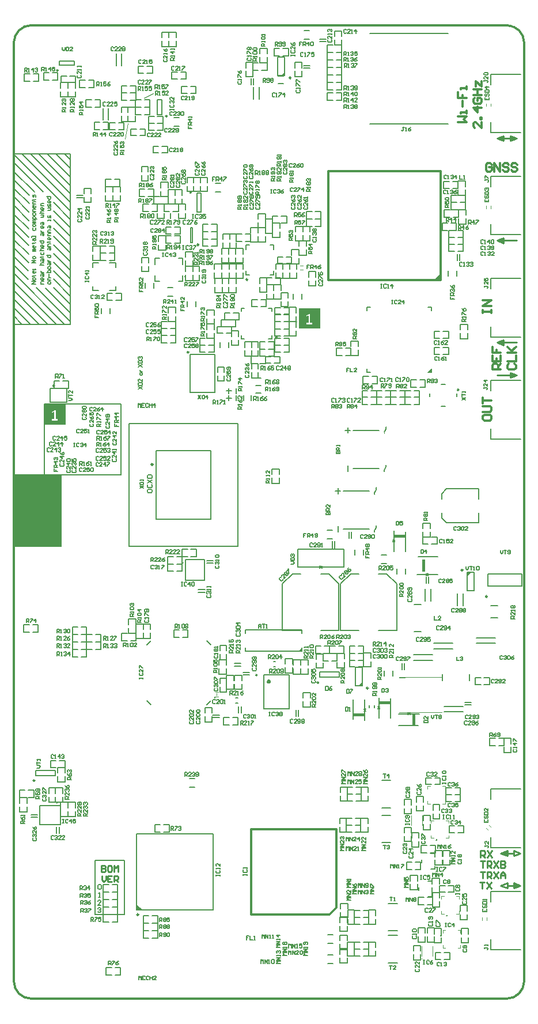
<source format=gto>
G04*
G04 #@! TF.GenerationSoftware,Altium Limited,Altium Designer,18.1.9 (240)*
G04*
G04 Layer_Color=65535*
%FSLAX44Y44*%
%MOMM*%
G71*
G01*
G75*
%ADD10C,0.2500*%
%ADD11C,0.2000*%
%ADD12C,0.2540*%
%ADD13C,0.6000*%
%ADD14C,0.3000*%
%ADD15C,0.1270*%
%ADD16C,0.1000*%
%ADD17C,0.1500*%
%ADD18C,0.0254*%
G36*
X117000Y199000D02*
D01*
D02*
G37*
G36*
X180720Y136746D02*
X187527Y129938D01*
X180720D01*
Y136746D01*
D02*
G37*
G36*
X423500Y515900D02*
X418000Y510400D01*
X423500Y510400D01*
X423500Y515900D01*
D02*
G37*
G36*
X511830Y459470D02*
X506220D01*
X511830Y465080D01*
Y459470D01*
D02*
G37*
G36*
X566050Y472450D02*
Y470450D01*
X575300D01*
X575300Y472450D01*
X566050D01*
D02*
G37*
G36*
X70336Y663500D02*
X764Y663500D01*
X764Y770010D01*
X70336D01*
Y663500D01*
D02*
G37*
G36*
X666670Y626280D02*
X672280D01*
X666670Y620670D01*
X666670Y626280D01*
D02*
G37*
G36*
X729517Y912207D02*
Y919793D01*
X739000Y916000D01*
X729517Y912207D01*
D02*
G37*
G36*
X614000Y926500D02*
X607999Y920500D01*
X614000Y920500D01*
X614000Y926500D01*
D02*
G37*
G36*
X619532Y1055750D02*
X627532Y1063750D01*
X627532Y1055750D01*
X627532Y1055750D01*
X619532D01*
D02*
G37*
G36*
X398280Y1356170D02*
X392670D01*
X398280Y1361780D01*
X398280Y1356170D01*
D02*
G37*
D10*
X628103Y92500D02*
G03*
X628103Y92500I-353J0D01*
G01*
X636604Y122000D02*
G03*
X636604Y122000I-353J0D01*
G01*
X626354Y315250D02*
G03*
X626354Y315250I-353J0D01*
G01*
X621353Y233000D02*
G03*
X621353Y233000I-353J0D01*
G01*
X695950Y590750D02*
G03*
X695950Y590750I-1250J0D01*
G01*
X357290Y475360D02*
G03*
X357290Y475360I-750J0D01*
G01*
X386750Y971250D02*
G03*
X386750Y971250I-1250J0D01*
G01*
X343875Y1056500D02*
G03*
X343875Y1056500I-1250J0D01*
G01*
X271750Y1107750D02*
G03*
X271750Y1107750I-1250J0D01*
G01*
X256860Y949750D02*
G03*
X256860Y949750I-1000J0D01*
G01*
X183470Y123438D02*
G03*
X183470Y123438I-1250J0D01*
G01*
X295500Y442500D02*
G03*
X295500Y442500I-250J0D01*
G01*
X725500Y166000D02*
X744500Y166000D01*
X715750D02*
X725233Y169793D01*
X735017D02*
X744500Y166000D01*
X737000Y168000D02*
X737000Y163862D01*
X735017Y162207D02*
X744500Y166000D01*
X735017Y162207D02*
Y169793D01*
X715750Y166000D02*
X725233Y162207D01*
Y169793D01*
X715750Y213500D02*
X734750Y213500D01*
X735017Y209707D02*
X744500Y213500D01*
X715750D02*
X725233Y209707D01*
X723250Y215638D02*
X723250Y211500D01*
X715750Y213500D02*
X725233Y217293D01*
Y209707D02*
Y217293D01*
X735017D02*
X744500Y213500D01*
X735017Y209707D02*
Y217293D01*
X729517Y1260207D02*
Y1267793D01*
X739000Y1264000D01*
X731500Y1262000D02*
Y1266138D01*
X729517Y1260207D02*
X739000Y1264000D01*
X710250D02*
X739000D01*
X710250D02*
X719733Y1260207D01*
X717750Y1262000D02*
Y1266138D01*
X710250Y1264000D02*
X719733Y1267793D01*
Y1260207D02*
Y1267793D01*
X719733Y1110207D02*
Y1117793D01*
X710250Y1114000D02*
X719733Y1117793D01*
X717750Y1112000D02*
Y1116138D01*
X710250Y1114000D02*
X719733Y1110207D01*
X710250Y1114000D02*
X739000D01*
X710250Y916000D02*
X739000D01*
X729517Y912207D02*
X739000Y916000D01*
X729517Y919793D02*
X739000Y916000D01*
X729517Y912207D02*
Y919793D01*
X710250Y964000D02*
X739000D01*
X710250D02*
X719733Y960207D01*
X717750Y962000D02*
Y966138D01*
X710250Y964000D02*
X719733Y967793D01*
Y960207D02*
Y967793D01*
X685166Y171246D02*
X691831D01*
X688499D01*
Y161250D01*
X695163Y171246D02*
X701828Y161250D01*
Y171246D02*
X695163Y161250D01*
X129000Y195497D02*
Y186500D01*
X133498D01*
X134998Y187999D01*
Y189499D01*
X133498Y190998D01*
X129000D01*
X133498D01*
X134998Y192498D01*
Y193998D01*
X133498Y195497D01*
X129000D01*
X142496D02*
X139497D01*
X137997Y193998D01*
Y187999D01*
X139497Y186500D01*
X142496D01*
X143995Y187999D01*
Y193998D01*
X142496Y195497D01*
X146994Y186500D02*
Y195497D01*
X149993Y192498D01*
X152992Y195497D01*
Y186500D01*
X686167Y207750D02*
Y217746D01*
X691165D01*
X692831Y216080D01*
Y212748D01*
X691165Y211082D01*
X686167D01*
X689499D02*
X692831Y207750D01*
X696163Y217746D02*
X702828Y207750D01*
Y217746D02*
X696163Y207750D01*
X685565Y202246D02*
X692230D01*
X688897D01*
Y192250D01*
X695562D02*
Y202246D01*
X700560D01*
X702226Y200580D01*
Y197248D01*
X700560Y195582D01*
X695562D01*
X698894D02*
X702226Y192250D01*
X705559Y202246D02*
X712223Y192250D01*
Y202246D02*
X705559Y192250D01*
X715555Y202246D02*
Y192250D01*
X720554D01*
X722220Y193916D01*
Y195582D01*
X720554Y197248D01*
X715555D01*
X720554D01*
X722220Y198914D01*
Y200580D01*
X720554Y202246D01*
X715555D01*
X685565Y186496D02*
X692230D01*
X688897D01*
Y176500D01*
X695562D02*
Y186496D01*
X700560D01*
X702226Y184830D01*
Y181498D01*
X700560Y179832D01*
X695562D01*
X698894D02*
X702226Y176500D01*
X705559Y186496D02*
X712223Y176500D01*
Y186496D02*
X705559Y176500D01*
X715555D02*
Y183164D01*
X718888Y186496D01*
X722220Y183164D01*
Y176500D01*
Y181498D01*
X715555D01*
X129250Y180497D02*
Y174499D01*
X132249Y171500D01*
X135248Y174499D01*
Y180497D01*
X144245D02*
X138247D01*
Y171500D01*
X144245D01*
X138247Y175998D02*
X141246D01*
X147244Y171500D02*
Y180497D01*
X151743D01*
X153242Y178998D01*
Y175998D01*
X151743Y174499D01*
X147244D01*
X150243D02*
X153242Y171500D01*
D11*
X63559Y287250D02*
G03*
X63559Y287250I-559J0D01*
G01*
X545750Y779000D02*
G03*
X546970Y783771I-3414J3414D01*
G01*
X545750Y779000D02*
G03*
X544530Y774229I3414J-3414D01*
G01*
X546043Y835121D02*
G03*
X544823Y830350I3414J-3414D01*
G01*
X546043Y835121D02*
G03*
X547262Y839893I-3414J3414D01*
G01*
X531602Y745871D02*
G03*
X532822Y750643I-3414J3414D01*
G01*
X531602Y745871D02*
G03*
X530383Y741100I3414J-3414D01*
G01*
X531309Y689750D02*
G03*
X530090Y684979I3414J-3414D01*
G01*
X531309Y689750D02*
G03*
X532529Y694521I-3414J3414D01*
G01*
X249029Y640250D02*
G03*
X249029Y640250I-559J0D01*
G01*
X584104Y250773D02*
G03*
X584104Y250773I-353J0D01*
G01*
X599854Y58750D02*
G03*
X599854Y58750I-353J0D01*
G01*
X251150Y1060890D02*
G03*
X251150Y1060890I-354J0D01*
G01*
X143104Y1083750D02*
G03*
X143104Y1083750I-354J0D01*
G01*
X490750Y775000D02*
Y783079D01*
X486672Y835000D02*
X494750D01*
X517750D02*
X536750D01*
X490750Y831000D02*
Y839079D01*
X498750Y835000D02*
X517750D01*
X498750Y779000D02*
X517750D01*
X536750D01*
X503309Y689750D02*
X522309D01*
X484309D02*
X503309D01*
X484309Y745750D02*
X503309D01*
X476309Y741750D02*
Y749828D01*
X503309Y745750D02*
X522309D01*
X472231D02*
X480309D01*
X476309Y685750D02*
Y693829D01*
X536250Y624250D02*
X548125Y624250D01*
X563000Y609375D01*
X480000D02*
X494875Y624250D01*
X506750D01*
X563000Y541250D02*
Y609375D01*
X536250Y541250D02*
X563000Y541250D01*
X480000D02*
X506750Y541250D01*
X480000Y541250D02*
Y609375D01*
X451050Y624250D02*
X462925D01*
X477800Y609375D01*
X394800D02*
X409675Y624250D01*
X421550D01*
X477800Y541250D02*
X477800Y609375D01*
X451050Y541250D02*
X477800Y541250D01*
X394800Y541250D02*
X421550D01*
X394800D02*
Y609375D01*
X628905Y742000D02*
X635906Y749000D01*
X628905Y742000D02*
X628906Y734000D01*
X628905Y706000D02*
X628906Y714000D01*
X682906Y699000D02*
Y714000D01*
X628905Y706000D02*
X635906Y699000D01*
X682906Y699000D01*
X635906Y749000D02*
X683406Y749000D01*
Y734000D02*
Y749000D01*
X747000Y605750D02*
Y623750D01*
X697000Y605750D02*
Y623750D01*
X747000D01*
X697000Y605750D02*
X747000D01*
X367790Y425860D02*
X367790Y475860D01*
X404790Y425860D02*
Y475860D01*
X367790Y475860D02*
X404790Y475860D01*
X367790Y425860D02*
X404790Y425860D01*
X523500Y1285125D02*
X638500D01*
X523500Y1418125D02*
X638500D01*
X0Y1003000D02*
X12125Y990875D01*
X125Y1015375D02*
X24750Y990750D01*
X0Y1028000D02*
X37375Y990625D01*
X74250Y1241250D02*
X82875Y1232625D01*
X61750Y1241250D02*
X83000Y1220000D01*
X49125Y1241375D02*
X83125Y1207375D01*
X750Y1241500D02*
X83250D01*
X36500Y1241500D02*
X83250Y1194750D01*
X24250Y1241250D02*
X83125Y1182375D01*
X11500Y1241500D02*
X83250Y1169750D01*
X-63Y1228063D02*
X43125Y1184875D01*
X250Y1215250D02*
X30375Y1185125D01*
X-125Y1203125D02*
X22625Y1180375D01*
X58250Y1169750D02*
X83125Y1144875D01*
X58125Y1157375D02*
X83000Y1132500D01*
X58250Y1144750D02*
X82875Y1120125D01*
X58250Y1107250D02*
X83031Y1082469D01*
X58125Y1119875D02*
X82625Y1095375D01*
X58250Y1132250D02*
X82750Y1107750D01*
X58375Y1069625D02*
X83375Y1044625D01*
X58313Y1082188D02*
X83250Y1057250D01*
X58250Y1094750D02*
X83125Y1069875D01*
X58250Y1044750D02*
X83000Y1020000D01*
X58250Y1057250D02*
X83125Y1032375D01*
X0Y1165500D02*
X22250Y1143250D01*
X-125Y1178125D02*
X22375Y1155625D01*
X-125Y1190625D02*
X22500Y1168000D01*
X-500Y1153500D02*
X22125Y1130875D01*
X-500Y1141000D02*
X22000Y1118500D01*
X-375Y1128375D02*
X21875Y1106125D01*
X125Y1115375D02*
X21750Y1093750D01*
X0Y1103000D02*
X21625Y1081375D01*
X0Y1090500D02*
X21500Y1069000D01*
X0Y1078000D02*
X21375Y1056625D01*
X-125Y1053125D02*
X62375Y990625D01*
X46281Y1044219D02*
X83125Y1007375D01*
X33312Y1044688D02*
X83125Y994875D01*
X500Y1040000D02*
X50000Y990500D01*
X-125Y1240625D02*
X83250Y1157250D01*
X-125Y1065625D02*
X74750Y990750D01*
X83250Y990500D02*
Y1241500D01*
X750Y990500D02*
X83250D01*
X379000Y969750D02*
Y974250D01*
X374500Y969750D02*
X379000D01*
X334500D02*
X339000D01*
X334500D02*
Y974250D01*
Y1009750D02*
Y1014250D01*
X339000D01*
X379000Y1009750D02*
Y1014250D01*
X374500D02*
X379000D01*
X381625Y1063000D02*
Y1069500D01*
X376875Y1063000D02*
X381625D01*
Y1100500D02*
Y1107000D01*
X376875D02*
X381625D01*
X341125D02*
X345875D01*
X341125Y1100500D02*
Y1107000D01*
Y1063000D02*
Y1069500D01*
Y1063000D02*
X345875D01*
X614000Y1010500D02*
Y1015500D01*
X609000D02*
X614000D01*
X519000D02*
X524000D01*
X519000Y1010500D02*
Y1015500D01*
Y920500D02*
X524000D01*
X519000D02*
Y925500D01*
X609000Y920500D02*
X614000D01*
Y925500D01*
X269000Y1183500D02*
X275000D01*
X269000Y1155500D02*
X275000D01*
X269000D02*
Y1183500D01*
X275000Y1155500D02*
Y1183500D01*
X259500Y1132750D02*
X259500Y1110750D01*
X262500D02*
Y1132750D01*
X259500D02*
X262500D01*
X259500Y1110750D02*
X262500D01*
X701000Y1208250D02*
X745000D01*
X701000Y1122250D02*
X745000D01*
X701000D02*
Y1137500D01*
Y1193000D02*
Y1208250D01*
Y908250D02*
X745000Y908250D01*
X701000Y822250D02*
X745000Y822250D01*
X701000Y822250D02*
Y837500D01*
Y893000D02*
Y908250D01*
Y1058250D02*
X745000Y1058250D01*
X701000Y972250D02*
X745000Y972250D01*
X701000Y972250D02*
Y987500D01*
Y1043000D02*
Y1058250D01*
X550514Y139494D02*
X563514D01*
X550514Y99494D02*
X563514D01*
X550611Y92738D02*
X563610D01*
X550611Y52738D02*
X563610D01*
X540809Y320528D02*
X553809D01*
X540809Y280528D02*
X553809D01*
X540809Y269528D02*
X553809D01*
X540809Y229528D02*
X553809D01*
X701000Y157750D02*
X745000D01*
X701000Y71750D02*
X745000D01*
X701000D02*
Y87000D01*
Y142500D02*
Y157750D01*
X292720Y129938D02*
Y241938D01*
X180720Y129938D02*
Y241938D01*
X292720D01*
X180720Y129938D02*
X292720D01*
X180720Y136746D02*
X187527Y129938D01*
X169250Y844750D02*
X329250D01*
X169250Y664750D02*
Y844750D01*
X329250Y664750D02*
Y844750D01*
X169250Y664750D02*
X329250D01*
X283500Y525750D02*
X289500Y519750D01*
X195500D02*
X201500Y525750D01*
X195500Y437750D02*
X201500Y431750D01*
X283500D02*
X289500Y437750D01*
X701000Y292500D02*
Y307750D01*
Y221750D02*
Y237000D01*
Y221750D02*
X745000D01*
X701000Y307750D02*
X745000D01*
X701000Y1343000D02*
Y1358250D01*
Y1272250D02*
Y1287500D01*
Y1272250D02*
X745000Y1272250D01*
X701000Y1358250D02*
X745000Y1358250D01*
X119500Y203250D02*
X162750D01*
Y123500D02*
Y203250D01*
X119500Y123500D02*
X162750D01*
X119500D02*
Y203250D01*
X123250Y132331D02*
X124416Y133498D01*
X126749D01*
X127915Y132331D01*
Y131165D01*
X126749Y129999D01*
X125583D01*
X126749D01*
X127915Y128833D01*
Y127666D01*
X126749Y126500D01*
X124416D01*
X123250Y127666D01*
X196503Y746999D02*
Y744666D01*
X197669Y743500D01*
X202334D01*
X203500Y744666D01*
Y746999D01*
X202334Y748165D01*
X197669D01*
X196503Y746999D01*
X197669Y755163D02*
X196503Y753997D01*
Y751664D01*
X197669Y750498D01*
X202334D01*
X203500Y751664D01*
Y753997D01*
X202334Y755163D01*
X196503Y757495D02*
X203500Y762161D01*
X196503D02*
X203500Y757495D01*
X196503Y767992D02*
Y765660D01*
X197669Y764493D01*
X202334D01*
X203500Y765660D01*
Y767992D01*
X202334Y769158D01*
X197669D01*
X196503Y767992D01*
X123750Y166331D02*
X124916Y167498D01*
X127249D01*
X128415Y166331D01*
Y161666D01*
X127249Y160500D01*
X124916D01*
X123750Y161666D01*
Y166331D01*
X128165Y137500D02*
X123500D01*
X128165Y142165D01*
Y143331D01*
X126999Y144498D01*
X124666D01*
X123500Y143331D01*
X124750Y148750D02*
X127083D01*
X125916D01*
Y155748D01*
X124750Y154581D01*
D12*
X660070Y629550D02*
G03*
X660070Y629550I-1270J0D01*
G01*
X520970Y456200D02*
G03*
X520970Y456200I-1270J0D01*
G01*
X447896Y464250D02*
G03*
X447896Y464250I-1016J0D01*
G01*
X225236Y1296750D02*
G03*
X225236Y1296750I-1016J0D01*
G01*
X654000Y894500D02*
G03*
X654000Y894500I-1000J0D01*
G01*
X65016Y1363750D02*
G03*
X65016Y1363750I-1016J0D01*
G01*
X407420Y1352900D02*
G03*
X407420Y1352900I-1270J0D01*
G01*
X59616Y900386D02*
G03*
X59616Y900386I-1016J0D01*
G01*
X30646Y320250D02*
G03*
X30646Y320250I-1016J0D01*
G01*
D13*
X374849Y465860D02*
G03*
X374849Y465860I-559J0D01*
G01*
D14*
X259854Y1184250D02*
G03*
X259854Y1184250I-354J0D01*
G01*
X724600Y0D02*
G03*
X750000Y25400I0J25400D01*
G01*
X204250Y784750D02*
G03*
X204250Y784750I-1000J0D01*
G01*
X750000Y1404600D02*
G03*
X724600Y1430000I-25400J0D01*
G01*
X0Y25400D02*
G03*
X25400Y0I25400J0D01*
G01*
X25400Y1430000D02*
G03*
X0Y1404600I0J-25400D01*
G01*
X473720Y133438D02*
Y248438D01*
X348720Y248438D02*
X473720Y248438D01*
X348720Y123438D02*
Y248438D01*
Y123438D02*
X463720D01*
X473720Y133438D01*
X750000Y1404600D02*
X750000Y25400D01*
X25400Y0D02*
X724600Y0D01*
X-0Y1404600D02*
X0Y25550D01*
X25400Y1430000D02*
X724600D01*
X619532Y1055750D02*
X627532Y1063750D01*
X627532Y1055750D02*
Y1215750D01*
X462532D02*
X627532D01*
X462532Y1055750D02*
Y1215750D01*
Y1055750D02*
X627532Y1055750D01*
X702331Y1225413D02*
X700248Y1227496D01*
X696083D01*
X694000Y1225413D01*
Y1217083D01*
X696083Y1215000D01*
X700248D01*
X702331Y1217083D01*
Y1221248D01*
X698165D01*
X706496Y1215000D02*
Y1227496D01*
X714827Y1215000D01*
Y1227496D01*
X727322Y1225413D02*
X725240Y1227496D01*
X721075D01*
X718992Y1225413D01*
Y1223331D01*
X721075Y1221248D01*
X725240D01*
X727322Y1219165D01*
Y1217083D01*
X725240Y1215000D01*
X721075D01*
X718992Y1217083D01*
X739818Y1225413D02*
X737736Y1227496D01*
X733570D01*
X731488Y1225413D01*
Y1223331D01*
X733570Y1221248D01*
X737736D01*
X739818Y1219165D01*
Y1217083D01*
X737736Y1215000D01*
X733570D01*
X731488Y1217083D01*
X689004Y1007250D02*
Y1011415D01*
Y1009333D01*
X701500D01*
Y1007250D01*
Y1011415D01*
Y1017663D02*
X689004D01*
X701500Y1025994D01*
X689004D01*
X689504Y855748D02*
Y851583D01*
X691587Y849500D01*
X699918D01*
X702000Y851583D01*
Y855748D01*
X699918Y857831D01*
X691587D01*
X689504Y855748D01*
Y861996D02*
X699918D01*
X702000Y864079D01*
Y868244D01*
X699918Y870327D01*
X689504D01*
Y874492D02*
Y882823D01*
Y878657D01*
X702000D01*
X715805Y924250D02*
X703309D01*
Y930498D01*
X705392Y932581D01*
X709557D01*
X711639Y930498D01*
Y924250D01*
Y928415D02*
X715805Y932581D01*
X703309Y945077D02*
Y936746D01*
X715805D01*
Y945077D01*
X709557Y936746D02*
Y940911D01*
X703309Y957572D02*
Y949242D01*
X709557D01*
Y953407D01*
Y949242D01*
X715805D01*
X727587Y932581D02*
X725504Y930498D01*
Y926333D01*
X727587Y924250D01*
X735917D01*
X738000Y926333D01*
Y930498D01*
X735917Y932581D01*
X725504Y936746D02*
X738000D01*
Y945077D01*
X725504Y949242D02*
X738000D01*
X733835D01*
X725504Y957572D01*
X731752Y951324D01*
X738000Y957572D01*
X653059Y1287831D02*
X665555D01*
X661390Y1291996D01*
X665555Y1296161D01*
X653059D01*
X665555Y1300327D02*
Y1304492D01*
Y1302409D01*
X657224D01*
Y1300327D01*
X659307Y1310740D02*
Y1319070D01*
X653059Y1331566D02*
Y1323236D01*
X659307D01*
Y1327401D01*
Y1323236D01*
X665555D01*
Y1335732D02*
Y1339897D01*
Y1337814D01*
X657224D01*
Y1335732D01*
X687750Y1287831D02*
Y1279500D01*
X679419Y1287831D01*
X677337D01*
X675254Y1285748D01*
Y1281583D01*
X677337Y1279500D01*
X687750Y1291996D02*
X685667D01*
Y1294079D01*
X687750D01*
Y1291996D01*
Y1308657D02*
X675254D01*
X681502Y1302409D01*
Y1310740D01*
X677337Y1323236D02*
X675254Y1321153D01*
Y1316988D01*
X677337Y1314905D01*
X685667D01*
X687750Y1316988D01*
Y1321153D01*
X685667Y1323236D01*
X681502D01*
Y1319070D01*
X675254Y1327401D02*
X687750D01*
X681502D01*
Y1335732D01*
X675254D01*
X687750D01*
X679419Y1339897D02*
Y1348228D01*
X687750Y1339897D01*
Y1348228D01*
D15*
X602000Y248400D02*
X612000D01*
X602000D02*
Y256400D01*
Y261400D02*
Y269400D01*
X612000D01*
Y261400D02*
Y269400D01*
Y248400D02*
Y256400D01*
X635200Y299500D02*
Y309500D01*
X643200D01*
X648200D02*
X656200D01*
Y299500D02*
Y309500D01*
X648200Y299500D02*
X656200D01*
X635200D02*
X643200D01*
X635250Y289500D02*
Y299500D01*
X643250D01*
X648250D02*
X656250D01*
Y289500D02*
Y299500D01*
X648250Y289500D02*
X656250D01*
X635250D02*
X643250D01*
X640000Y243750D02*
Y253750D01*
X648000D01*
X653000D02*
X661000D01*
Y243750D02*
Y253750D01*
X653000Y243750D02*
X661000D01*
X640000D02*
X648000D01*
X616000Y285000D02*
X626000D01*
Y277000D02*
Y285000D01*
Y264000D02*
Y272000D01*
X616000Y264000D02*
X626000D01*
X616000D02*
Y272000D01*
Y277000D02*
Y285000D01*
X626500Y314500D02*
Y324500D01*
X618500Y314500D02*
X626500D01*
X605500D02*
X613500D01*
X605500D02*
Y324500D01*
X613500D01*
X618500D02*
X626500D01*
X615750Y134750D02*
X625750D01*
X615750D02*
Y142750D01*
Y147750D02*
Y155750D01*
X625750D01*
Y147750D02*
Y155750D01*
Y134750D02*
Y142750D01*
X656500Y136750D02*
X666500D01*
Y128750D02*
Y136750D01*
Y115750D02*
Y123750D01*
X656500Y115750D02*
X666500D01*
X656500D02*
Y123750D01*
Y128750D02*
Y136750D01*
X657750Y82000D02*
X667750D01*
X657750D02*
Y90000D01*
Y95000D02*
Y103000D01*
X667750D01*
Y95000D02*
Y103000D01*
Y82000D02*
Y90000D01*
X618250Y82000D02*
X628250D01*
X618250D02*
Y90000D01*
Y95000D02*
Y103000D01*
X628250D01*
Y95000D02*
Y103000D01*
Y82000D02*
Y90000D01*
X72250Y288450D02*
Y296450D01*
Y301450D02*
Y309450D01*
X61250D02*
X72250D01*
X61250Y301450D02*
Y309450D01*
Y288450D02*
Y296450D01*
Y288450D02*
X72250D01*
X68750D02*
X79750D01*
Y280450D02*
Y288450D01*
Y267450D02*
Y275450D01*
X68750Y267450D02*
X79750D01*
X68750D02*
X68750Y275450D01*
Y280450D02*
Y288450D01*
X66528Y242988D02*
Y252512D01*
X62972Y242988D02*
Y252512D01*
X25488Y266472D02*
X35012Y266472D01*
X25488Y270028D02*
X35012Y270028D01*
X51250Y309450D02*
X61250D01*
Y301450D02*
Y309450D01*
Y288450D02*
Y296450D01*
X51250Y288450D02*
X61250D01*
X51250D02*
Y296450D01*
Y301450D02*
Y309450D01*
X79750Y267450D02*
X90750D01*
X79750D02*
Y275450D01*
Y280450D02*
Y288450D01*
X90750D01*
Y280450D02*
Y288450D01*
Y267450D02*
Y275450D01*
X388500Y1344250D02*
X396500Y1344250D01*
X388500Y1355250D02*
X396500Y1355250D01*
X530314Y430774D02*
X530314Y427726D01*
X522186D02*
X522186Y430774D01*
X536500Y435536D02*
X553500D01*
X536500Y433536D02*
X553500D01*
Y412036D02*
Y441036D01*
X536500Y412058D02*
Y442286D01*
Y434536D02*
X553500D01*
X536500Y426036D02*
Y429036D01*
X538000Y426036D01*
X535000D02*
X536500Y429036D01*
X535000Y426036D02*
X538000D01*
X535000Y429036D02*
X538000D01*
X589000Y401500D02*
Y418500D01*
X587000Y401500D02*
Y418500D01*
X565500Y401500D02*
X594500D01*
X565522Y418500D02*
X595750D01*
X588000Y401500D02*
Y418500D01*
X579500D02*
X582500D01*
X579500Y417000D02*
X582500Y418500D01*
X579500Y420000D02*
X582500Y418500D01*
X579500Y417000D02*
Y420000D01*
X582500Y417000D02*
Y420000D01*
X701174Y559360D02*
X710826D01*
X700920Y577140D02*
X711080D01*
X679750Y530250D02*
X707750D01*
X679750Y522250D02*
X707750D01*
X323875Y475250D02*
X334875D01*
Y467250D02*
Y475250D01*
Y454250D02*
Y462250D01*
X323875Y454250D02*
X334875D01*
X323875D02*
Y462250D01*
X323875Y475250D02*
X323875Y467250D01*
X410250Y497750D02*
X421250D01*
X421250Y489750D02*
X421250Y497750D01*
X421250Y476750D02*
Y484750D01*
X410250Y476750D02*
X421250Y476750D01*
X410250Y476750D02*
Y484750D01*
Y489750D02*
Y497750D01*
X662988Y435028D02*
X672512Y435028D01*
X662988Y431472D02*
X672512Y431472D01*
X601250Y627750D02*
Y644750D01*
X603250Y627750D02*
Y644750D01*
X594000Y649500D02*
X623000D01*
X592750Y623000D02*
X622978Y623000D01*
X602250Y627750D02*
Y644750D01*
X606000Y623000D02*
X609000D01*
X606000D02*
X609000Y624500D01*
X606000Y623000D02*
X609000Y621500D01*
Y624500D01*
X606000Y621500D02*
Y624500D01*
X666670Y626280D02*
X676830D01*
X676830Y599280D01*
X666670D02*
X676830D01*
X666670D02*
X666670Y626280D01*
X501670Y459470D02*
X511830D01*
X501670D02*
Y486470D01*
X511830D01*
Y459470D02*
Y486470D01*
X460642Y688100D02*
X468262D01*
X460642Y675400D02*
X468262D01*
X501383Y651690D02*
Y659310D01*
X514083Y651690D02*
Y659310D01*
X235440Y1282150D02*
X243060D01*
X235440Y1294850D02*
X243060D01*
X557012Y674000D02*
X560012D01*
X557012Y671000D02*
X560012D01*
X557012D02*
X558512Y674000D01*
X560012Y671000D01*
X558512D02*
Y674000D01*
Y679500D02*
X575512D01*
X558512Y657022D02*
X558512Y687250D01*
X575512Y657000D02*
Y686000D01*
X558512Y678500D02*
X575512D01*
X558512Y680500D02*
X575512D01*
X449500Y471940D02*
X478500Y471940D01*
X478500Y479560D01*
X449500Y479560D02*
X478500Y479560D01*
X449500Y471940D02*
Y479560D01*
X499000Y416000D02*
X516000D01*
X499000Y418000D02*
X516000D01*
X499000Y410500D02*
Y439500D01*
X516000Y409250D02*
X516000Y439478D01*
X499000Y417000D02*
X516000D01*
Y422500D02*
Y425500D01*
X514500D02*
X516000Y422500D01*
X517500Y425500D01*
X514500D02*
X517500D01*
X514500Y422500D02*
X517500D01*
X312750Y467250D02*
Y475250D01*
Y454250D02*
Y462250D01*
Y454250D02*
X323750D01*
Y462250D01*
Y467250D02*
Y475250D01*
X312750D02*
X323750D01*
X556850Y474440D02*
Y482060D01*
X544150Y474440D02*
Y482060D01*
X562900Y623940D02*
Y631560D01*
X575600Y623940D02*
Y631560D01*
X325976Y442064D02*
X329024D01*
X325976Y433936D02*
X329024D01*
X381575Y487186D02*
X384623Y487186D01*
X381575Y495314D02*
X384623Y495314D01*
X414972Y414791D02*
Y424315D01*
X418528Y414791D02*
Y424315D01*
X574028Y483238D02*
X574028Y492762D01*
X570472Y483238D02*
Y492762D01*
X471778Y662238D02*
Y671762D01*
X468222Y662238D02*
Y671762D01*
X496528Y676530D02*
Y686054D01*
X492972Y676530D02*
Y686054D01*
X324238Y488722D02*
X333762Y488722D01*
X324238Y492278D02*
X333762Y492278D01*
X334139Y419738D02*
Y429262D01*
X330583Y419738D02*
Y429262D01*
X336978Y478898D02*
X346502Y478898D01*
X336978Y475342D02*
X346502Y475342D01*
X514250Y497250D02*
Y507250D01*
X506250Y497250D02*
X514250D01*
X493250D02*
X501250D01*
X493250D02*
Y507250D01*
X501250D01*
X506250D02*
X514250D01*
X514250Y487250D02*
Y497250D01*
X506250Y487250D02*
X514250D01*
X493250D02*
X501250D01*
X493250D02*
Y497250D01*
X501250D01*
X506250D02*
X514250D01*
X587750Y505250D02*
X615750D01*
X587750Y497250D02*
X615750D01*
X617500Y522000D02*
X645500D01*
X617500Y514000D02*
X645500D01*
X609528Y609988D02*
Y619512D01*
X605972Y609988D02*
Y619512D01*
X302750Y471078D02*
X312750D01*
Y463078D02*
Y471078D01*
Y450078D02*
Y458078D01*
X302750Y450078D02*
X312750D01*
X302750D02*
Y458078D01*
Y463078D02*
Y471078D01*
X219220Y1276250D02*
Y1286250D01*
X211220Y1276250D02*
X219220D01*
X198220D02*
X206220D01*
X198220D02*
Y1286250D01*
X206220D01*
X211220D02*
X219220D01*
X632750Y421450D02*
X660750D01*
X632750Y429450D02*
X660750D01*
X678250Y461750D02*
Y471750D01*
X686250D01*
X691250D02*
X699250D01*
Y461750D02*
Y471750D01*
X691250Y461750D02*
X699250D01*
X678250D02*
X686250D01*
X604750Y584238D02*
Y601762D01*
X612750Y584238D02*
Y601762D01*
X660250Y577238D02*
Y594762D01*
X652250Y577238D02*
Y594762D01*
X379000Y770250D02*
Y778250D01*
Y757250D02*
Y765250D01*
Y757250D02*
X390000D01*
Y765250D01*
Y770250D02*
Y778250D01*
X379000D02*
X390000D01*
X449750Y634000D02*
X452750D01*
X449750Y632500D02*
X452750Y634000D01*
X449750Y635500D02*
X452750Y634000D01*
X449750Y632500D02*
Y635500D01*
X452750Y632500D02*
Y635500D01*
X217220Y1298750D02*
Y1320750D01*
X211220D02*
X217220D01*
X211220Y1298750D02*
Y1320750D01*
Y1298750D02*
X217220D01*
X426690Y1422600D02*
X434310D01*
X426690Y1409900D02*
X434310D01*
X410400Y1028190D02*
Y1035810D01*
X423100Y1028190D02*
Y1035810D01*
X316100Y956440D02*
Y964060D01*
X303400Y956440D02*
Y964060D01*
X355250Y912000D02*
X363250D01*
X355250Y901000D02*
X363250D01*
X355250D02*
X363250D01*
X355250Y890000D02*
X363250D01*
X317200Y1115500D02*
Y1123500D01*
Y1102500D02*
Y1110500D01*
Y1102500D02*
X327200D01*
Y1110500D01*
Y1115500D02*
Y1123500D01*
X317200D02*
X327200D01*
X359250Y912000D02*
Y920000D01*
Y925000D02*
Y933000D01*
X349250D02*
X359250D01*
X349250Y925000D02*
Y933000D01*
Y912000D02*
Y920000D01*
Y912000D02*
X359250D01*
X348750Y933000D02*
X356750D01*
X361750D02*
X369750D01*
Y944000D01*
X361750D02*
X369750D01*
X348750D02*
X356750D01*
X348750Y933000D02*
Y944000D01*
X339250Y957000D02*
Y965000D01*
Y944000D02*
Y952000D01*
Y944000D02*
X349250D01*
Y952000D01*
Y957000D02*
Y965000D01*
X339250D02*
X349250D01*
X382750Y943500D02*
X390750D01*
X369750D02*
X377750D01*
X369750Y933500D02*
Y943500D01*
Y933500D02*
X377750D01*
X382750D02*
X390750D01*
Y943500D01*
X374500Y954000D02*
X382500D01*
X361500D02*
X369500D01*
X361500Y944000D02*
Y954000D01*
Y944000D02*
X369500D01*
X374500D02*
X382500D01*
Y954000D01*
X320125Y973000D02*
Y981000D01*
Y960000D02*
Y968000D01*
Y960000D02*
X330125D01*
Y968000D01*
Y973000D02*
Y981000D01*
X320125D02*
X330125D01*
X359250Y944000D02*
Y952000D01*
Y957000D02*
Y965000D01*
X349250D02*
X359250D01*
X349250Y957000D02*
Y965000D01*
Y944000D02*
Y952000D01*
Y944000D02*
X359250D01*
X361500Y954000D02*
X369500D01*
X374500D02*
X382500D01*
Y965000D01*
X374500D02*
X382500D01*
X361500D02*
X369500D01*
X361500Y954000D02*
Y965000D01*
X383875Y950125D02*
X391875D01*
X396875D02*
X404875D01*
Y960125D01*
X396875D02*
X404875D01*
X383875D02*
X391875D01*
X383875Y950125D02*
Y960125D01*
X391875D01*
X396875D02*
X404875D01*
Y970125D01*
X396875D02*
X404875D01*
X383875D02*
X391875D01*
X383875Y960125D02*
Y970125D01*
X317875Y997500D02*
X325875D01*
X304875D02*
X312875D01*
X304875Y987500D02*
Y997500D01*
Y987500D02*
X312875D01*
X317875D02*
X325875D01*
Y997500D01*
X312000Y987500D02*
X320000D01*
X299000D02*
X307000D01*
X299000Y977500D02*
Y987500D01*
Y977500D02*
X307000D01*
X312000D02*
X320000D01*
Y987500D01*
X383875Y973375D02*
X391875D01*
X396875D02*
X404875D01*
Y983375D01*
X396875D02*
X404875D01*
X383875D02*
X391875D01*
X383875Y973375D02*
Y983375D01*
X383750Y983500D02*
X391750D01*
X396750D02*
X404750D01*
Y994500D01*
X396750D02*
X404750D01*
X383750D02*
X391750D01*
X383750Y983500D02*
Y994500D01*
X404750Y986500D02*
Y994500D01*
Y973500D02*
Y981500D01*
Y973500D02*
X414750D01*
Y981500D01*
Y986500D02*
Y994500D01*
X404750D02*
X414750D01*
X322875Y1007500D02*
X330875D01*
X309875D02*
X317875D01*
X309875Y997500D02*
Y1007500D01*
Y997500D02*
X317875D01*
X322875D02*
X330875D01*
Y1007500D01*
X383750Y1005250D02*
X391750D01*
X396750D02*
X404750D01*
Y1015250D01*
X396750D02*
X404750D01*
X383750D02*
X391750D01*
X383750Y1005250D02*
Y1015250D01*
Y994500D02*
X391750D01*
X396750D02*
X404750D01*
Y1005500D01*
X396750D02*
X404750D01*
X383750D02*
X391750D01*
X383750Y994500D02*
Y1005500D01*
X414750Y994500D02*
Y1002500D01*
Y1007500D02*
Y1015500D01*
X404750D02*
X414750D01*
X404750Y1007500D02*
Y1015500D01*
Y994500D02*
Y1002500D01*
Y994500D02*
X414750D01*
X362876Y1027000D02*
X370876D01*
X349875D02*
X357876D01*
X349875Y1017000D02*
Y1027000D01*
Y1017000D02*
X357876D01*
X362876D02*
X370876D01*
Y1027000D01*
X402875Y1016500D02*
Y1024500D01*
Y1029500D02*
Y1037500D01*
X392875D02*
X402875D01*
X392875Y1029500D02*
Y1037500D01*
Y1016500D02*
Y1024500D01*
Y1016500D02*
X402875D01*
X381875Y1040750D02*
Y1048750D01*
Y1027750D02*
Y1035750D01*
Y1027750D02*
X392875D01*
Y1035750D01*
Y1040750D02*
Y1048750D01*
X381875D02*
X392875D01*
X306125Y1037500D02*
Y1045500D01*
Y1050500D02*
Y1058500D01*
X295125D02*
X306125D01*
X295125Y1050500D02*
Y1058500D01*
Y1037500D02*
Y1045500D01*
Y1037500D02*
X306125D01*
X306125Y1050500D02*
Y1058500D01*
Y1037500D02*
Y1045500D01*
Y1037500D02*
X316125D01*
Y1045500D01*
Y1050500D02*
Y1058500D01*
X306125D02*
X316125D01*
X316125Y1050500D02*
Y1058500D01*
Y1037500D02*
Y1045500D01*
Y1037500D02*
X327125D01*
Y1045500D01*
Y1050500D02*
Y1058500D01*
X316125D02*
X327125D01*
X371375Y1037750D02*
Y1045750D01*
Y1050750D02*
Y1058750D01*
X361375D02*
X371375D01*
X361375Y1050750D02*
Y1058750D01*
Y1037750D02*
Y1045750D01*
Y1037750D02*
X371375D01*
X381875Y1027750D02*
Y1035750D01*
Y1040750D02*
Y1048750D01*
X371875D02*
X381875D01*
X371875Y1040750D02*
Y1048750D01*
Y1027750D02*
Y1035750D01*
Y1027750D02*
X381875D01*
X384375Y1058750D02*
X392375D01*
X371375D02*
X379375D01*
X371375Y1048750D02*
Y1058750D01*
Y1048750D02*
X379375D01*
X384375D02*
X392375D01*
Y1058750D01*
X305500Y1058500D02*
Y1066500D01*
Y1071500D02*
Y1079500D01*
X294500D02*
X305500D01*
X294500Y1071500D02*
Y1079500D01*
Y1058500D02*
Y1066500D01*
Y1058500D02*
X305500D01*
X316625Y1071500D02*
Y1079500D01*
Y1058500D02*
Y1066500D01*
Y1058500D02*
X326625D01*
Y1066500D01*
Y1071500D02*
Y1079500D01*
X316625D02*
X326625D01*
X316625Y1058500D02*
Y1066500D01*
Y1071500D02*
Y1079500D01*
X305625D02*
X316625D01*
X305625Y1071500D02*
Y1079500D01*
Y1058500D02*
Y1066500D01*
Y1058500D02*
X316625D01*
X326625Y1071500D02*
Y1079500D01*
Y1058500D02*
Y1066500D01*
Y1058500D02*
X336625D01*
Y1066500D01*
Y1071500D02*
Y1079500D01*
X326625D02*
X336625D01*
X395625Y1058500D02*
Y1066500D01*
Y1071500D02*
Y1079500D01*
X385625D02*
X395625D01*
X385625Y1071500D02*
Y1079500D01*
Y1058500D02*
Y1066500D01*
Y1058500D02*
X395625D01*
X405625D02*
Y1066500D01*
Y1071500D02*
Y1079500D01*
X395625D02*
X405625D01*
X395625Y1071500D02*
Y1079500D01*
Y1058500D02*
Y1066500D01*
Y1058500D02*
X405625D01*
X405625Y1071500D02*
Y1079500D01*
Y1058500D02*
Y1066500D01*
Y1058500D02*
X415625D01*
Y1066500D01*
Y1071500D02*
Y1079500D01*
X405625D02*
X415625D01*
X305625Y1094000D02*
Y1102000D01*
Y1081000D02*
Y1089000D01*
Y1081000D02*
X315625D01*
Y1089000D01*
Y1094000D02*
Y1102000D01*
X305625D02*
X315625D01*
X325625Y1081000D02*
Y1089000D01*
Y1094000D02*
Y1102000D01*
X315625D02*
X325625D01*
X315625Y1094000D02*
Y1102000D01*
Y1081000D02*
Y1089000D01*
Y1081000D02*
X325625D01*
X307250Y1115500D02*
Y1123500D01*
Y1102500D02*
Y1110500D01*
Y1102500D02*
X317250D01*
Y1110500D01*
Y1115500D02*
Y1123500D01*
X307250D02*
X317250D01*
X325625Y1094000D02*
Y1102000D01*
Y1081000D02*
Y1089000D01*
Y1081000D02*
X336625D01*
Y1089000D01*
Y1094000D02*
Y1102000D01*
X325625D02*
X336625D01*
X387375Y1080000D02*
X395375D01*
X400375D02*
X408375D01*
Y1090000D01*
X400375D02*
X408375D01*
X387375D02*
X395375D01*
X387375Y1080000D02*
Y1090000D01*
X419375Y1079500D02*
Y1087500D01*
Y1092500D02*
Y1100500D01*
X408375D02*
X419375D01*
X408375Y1092500D02*
Y1100500D01*
Y1079500D02*
Y1087500D01*
Y1079500D02*
X419375D01*
X433250Y1060000D02*
Y1068000D01*
Y1047000D02*
Y1055000D01*
Y1047000D02*
X443250D01*
Y1055000D01*
Y1060000D02*
Y1068000D01*
X433250D02*
X443250D01*
X327200Y1112500D02*
X335200D01*
X340200D02*
X348200D01*
Y1123500D01*
X340200D02*
X348200D01*
X327200D02*
X335200D01*
X327200Y1112500D02*
Y1123500D01*
X359125Y1111750D02*
Y1119750D01*
Y1124750D02*
Y1132750D01*
X348125D02*
X359125D01*
X348125Y1124750D02*
Y1132750D01*
Y1111750D02*
Y1119750D01*
Y1111750D02*
X359125D01*
X370125D02*
Y1119750D01*
Y1124750D02*
Y1132750D01*
X359125D02*
X370125D01*
X359125Y1124750D02*
Y1132750D01*
Y1111750D02*
Y1119750D01*
Y1111750D02*
X370125D01*
X380000Y1131500D02*
Y1139500D01*
Y1118500D02*
Y1126500D01*
Y1118500D02*
X391000D01*
Y1126500D01*
Y1131500D02*
Y1139500D01*
X380000D02*
X391000D01*
X380000Y1124250D02*
Y1132250D01*
Y1137250D02*
Y1145250D01*
X370000D02*
X380000D01*
X370000Y1137250D02*
Y1145250D01*
Y1124250D02*
Y1132250D01*
Y1124250D02*
X380000D01*
X370000Y1132500D02*
Y1140500D01*
Y1145500D02*
Y1153500D01*
X359000D02*
X370000D01*
X359000Y1145500D02*
Y1153500D01*
Y1132500D02*
Y1140500D01*
Y1132500D02*
X370000D01*
X380000Y1139500D02*
X388000D01*
X393000D02*
X401000D01*
Y1149500D01*
X393000D02*
X401000D01*
X380000D02*
X388000D01*
X380000Y1139500D02*
Y1149500D01*
X598782Y214055D02*
X606782D01*
X611782D02*
X619782D01*
Y225054D01*
X611782D02*
X619782D01*
X598782D02*
X606782D01*
X598782Y214055D02*
Y225054D01*
X590032Y200555D02*
X598032D01*
X577032D02*
X585032D01*
X577032Y189555D02*
Y200555D01*
Y189555D02*
X585032D01*
X590032D02*
X598032D01*
Y200555D01*
X630032Y196305D02*
Y204305D01*
Y209305D02*
Y217305D01*
X619032D02*
X630032D01*
X619032Y209305D02*
Y217305D01*
Y196305D02*
Y204305D01*
Y196305D02*
X630032D01*
X594500Y138000D02*
X602500Y138000D01*
X607500D02*
X615500D01*
Y149000D01*
X607500D02*
X615500D01*
X594500D02*
X602500D01*
X594500Y138000D02*
Y149000D01*
X593750Y160000D02*
Y168000D01*
Y173000D02*
Y181000D01*
X582750D02*
X593750D01*
X582750Y173000D02*
Y181000D01*
Y160000D02*
Y168000D01*
Y160000D02*
X593750D01*
X625750Y155750D02*
Y163750D01*
Y168750D02*
Y176750D01*
X614750D02*
X625750D01*
X614750Y168750D02*
Y176750D01*
Y155750D02*
Y163750D01*
Y155750D02*
X625750D01*
X227500Y1399000D02*
Y1407000D01*
Y1412000D02*
Y1420000D01*
X217500D02*
X227500D01*
X217500Y1412000D02*
Y1420000D01*
Y1399000D02*
Y1407000D01*
Y1399000D02*
X227500D01*
X449238Y1405972D02*
X458762D01*
X449238Y1409528D02*
X458762D01*
X588000Y893500D02*
X596000D01*
X575000D02*
X583000D01*
X575000D02*
X575000Y883500D01*
X583000D01*
X588000D02*
X596000D01*
X596000Y893500D01*
X554000Y883500D02*
X562000D01*
X567000D02*
X575000Y883500D01*
X575000Y893500D02*
X575000Y883500D01*
X567000Y893500D02*
X575000D01*
X554000D02*
X562000D01*
X554000Y883500D02*
Y893500D01*
X546000D02*
X554000D01*
X533000D02*
X541000D01*
X533000Y883500D02*
Y893500D01*
Y883500D02*
X541000D01*
X546000D02*
X554000D01*
Y893500D01*
X512000Y883500D02*
X520000D01*
X525000D02*
X533000D01*
Y893500D01*
X525000D02*
X533000D01*
X512000D02*
X520000D01*
X512000Y883500D02*
Y893500D01*
X230110Y984500D02*
X238110Y984500D01*
X217110Y984500D02*
X225110Y984500D01*
X217110Y974500D02*
Y984500D01*
Y974500D02*
X225110D01*
X230110D02*
X238110D01*
X238110Y984500D01*
X230110Y994500D02*
X238110D01*
X217110D02*
X225110D01*
X217110Y984500D02*
Y994500D01*
Y984500D02*
X225110D01*
X230110D02*
X238110D01*
Y994500D01*
X286360Y970000D02*
X294360D01*
X273360D02*
X281360D01*
X273360Y960000D02*
Y970000D01*
Y960000D02*
X281360D01*
X286360D02*
X294360D01*
Y970000D01*
X286360Y960000D02*
X294360D01*
X273360D02*
X281360D01*
X273360Y950000D02*
Y960000D01*
Y950000D02*
X281360D01*
X286360D02*
X294360D01*
Y960000D01*
X309360Y907250D02*
Y915250D01*
Y920250D02*
Y928250D01*
X299360D02*
X309360D01*
X299360Y920250D02*
Y928250D01*
Y907250D02*
Y915250D01*
Y907250D02*
X309360D01*
X284500Y1185750D02*
Y1193750D01*
Y1198750D02*
Y1206750D01*
X274500D02*
X284500D01*
X274500Y1198750D02*
Y1206750D01*
Y1185750D02*
Y1193750D01*
Y1185750D02*
X284500D01*
X264500Y1198750D02*
Y1206750D01*
Y1185750D02*
Y1193750D01*
Y1185750D02*
X274500D01*
Y1193750D01*
Y1198750D02*
Y1206750D01*
X264500D02*
X274500D01*
X254500Y1198750D02*
Y1206750D01*
Y1185750D02*
Y1193750D01*
Y1185750D02*
X264500D01*
Y1193750D01*
Y1198750D02*
Y1206750D01*
X254500D02*
X264500D01*
X211000Y1159250D02*
Y1167250D01*
Y1146250D02*
Y1154250D01*
Y1146250D02*
X221000D01*
Y1154250D01*
Y1159250D02*
Y1167250D01*
X211000D02*
X221000D01*
X252000Y1146250D02*
Y1154250D01*
Y1159250D02*
Y1167250D01*
X242000D02*
X252000D01*
X242000Y1159250D02*
Y1167250D01*
Y1146250D02*
Y1154250D01*
Y1146250D02*
X252000D01*
X237000Y1167250D02*
Y1175250D01*
Y1180250D02*
Y1188250D01*
X227000D02*
X237000D01*
X227000Y1180250D02*
Y1188250D01*
Y1167250D02*
Y1175250D01*
Y1167250D02*
X237000D01*
X237000Y1180250D02*
Y1188250D01*
Y1167250D02*
Y1175250D01*
Y1167250D02*
X247000D01*
Y1175250D01*
Y1180250D02*
Y1188250D01*
X237000D02*
X247000D01*
X223500Y1123250D02*
X231500D01*
X236500D02*
X244500D01*
Y1133250D01*
X236500D02*
X244500D01*
X223500D02*
X231500D01*
X223500Y1123250D02*
Y1133250D01*
X150350Y1388262D02*
X150350Y1370738D01*
X158350D02*
Y1388262D01*
X254510Y1016440D02*
Y1024060D01*
X267210D02*
X267210Y1016440D01*
X205646Y1043830D02*
Y1051450D01*
X192946Y1043830D02*
X192946Y1051450D01*
X479684Y131994D02*
Y139994D01*
X479684Y118994D02*
X479684Y126994D01*
X479684Y118994D02*
X490684Y118994D01*
Y126994D01*
Y131994D02*
Y139994D01*
X479684D02*
X490684D01*
X490610Y98988D02*
Y106988D01*
Y111988D02*
Y119988D01*
X479610Y119988D02*
X490610Y119988D01*
X479610Y111988D02*
Y119988D01*
Y98988D02*
Y106988D01*
Y98988D02*
X490610D01*
X513764Y119494D02*
X521764D01*
X500764D02*
X508764D01*
X500764Y109494D02*
Y119494D01*
Y109494D02*
X508764D01*
X513764D02*
X521764D01*
Y119494D01*
X500764Y108994D02*
Y116994D01*
Y121994D02*
Y129994D01*
X490764D02*
X500764D01*
X490764Y121994D02*
Y129994D01*
Y108994D02*
Y116994D01*
Y108994D02*
X500764D01*
X521764Y121994D02*
Y129994D01*
Y108994D02*
Y116994D01*
Y108994D02*
X531764D01*
Y116994D01*
Y121994D02*
Y129994D01*
X521764D02*
X531764D01*
X500764Y119494D02*
X508764D01*
X513764D02*
X521764D01*
Y129494D01*
X513764D02*
X521764D01*
X500764D02*
X508764D01*
X500764Y119494D02*
Y129494D01*
X461069Y64605D02*
X468689D01*
X461069Y51905D02*
X468689D01*
X461069Y93605D02*
X468689D01*
X461069Y80905D02*
X468689D01*
X490610Y52238D02*
Y60238D01*
Y65238D02*
Y73238D01*
X479610D02*
X490610D01*
X479610Y65238D02*
Y73238D01*
Y52238D02*
Y60238D01*
Y52238D02*
X490610D01*
X479610Y85238D02*
Y93238D01*
Y72238D02*
Y80238D01*
Y72238D02*
X490610D01*
Y80238D01*
Y85238D02*
Y93238D01*
X479610D02*
X490610D01*
X500611Y72738D02*
X508610D01*
X513610D02*
X521610D01*
Y82738D01*
X513610D02*
X521610D01*
X500611D02*
X508610D01*
X500611Y72738D02*
Y82738D01*
X500610Y62238D02*
Y70238D01*
Y75238D02*
Y83238D01*
X490610D02*
X500610D01*
X490610Y75238D02*
Y83238D01*
Y62238D02*
Y70238D01*
Y62238D02*
X500610D01*
X521610Y75238D02*
Y83238D01*
Y62238D02*
Y70238D01*
Y62238D02*
X531610D01*
Y70238D01*
Y75238D02*
Y83238D01*
X521610D02*
X531610D01*
X513610Y72738D02*
X521610D01*
X500611D02*
X508610D01*
X500611Y62738D02*
Y72738D01*
Y62738D02*
X508610D01*
X513610D02*
X521610D01*
Y72738D01*
X489809Y290528D02*
X497809D01*
X502809D02*
X510809D01*
Y300528D01*
X502809D02*
X510809D01*
X489809D02*
X497809D01*
X489809Y290528D02*
Y300528D01*
X520809Y290028D02*
Y298028D01*
Y303028D02*
Y311028D01*
X510809D02*
X520809D01*
X510809Y303028D02*
Y311028D01*
Y290028D02*
Y298028D01*
Y290028D02*
X520809D01*
X489883Y290028D02*
Y298028D01*
Y303028D02*
Y311028D01*
X479883D02*
X489883D01*
X479883Y303028D02*
Y311028D01*
Y290028D02*
Y298028D01*
Y290028D02*
X489883D01*
X489809Y300528D02*
X497809D01*
X502809D02*
X510809D01*
Y310528D01*
X502809D02*
X510809D01*
X489809D02*
X497809D01*
X489809Y300528D02*
Y310528D01*
X488809Y244778D02*
X496809D01*
X501809D02*
X509809D01*
Y254778D01*
X501809D02*
X509809D01*
X488809D02*
X496809D01*
X488809Y244778D02*
Y254778D01*
X520809Y244278D02*
Y252278D01*
Y257278D02*
Y265278D01*
X509809D02*
X520809D01*
X509809Y257278D02*
Y265278D01*
Y244278D02*
Y252278D01*
Y244278D02*
X520809D01*
X488883Y244278D02*
Y252278D01*
Y257278D02*
Y265278D01*
X478883D02*
X488883D01*
X478883Y257278D02*
Y265278D01*
Y244278D02*
Y252278D01*
Y244278D02*
X488883D01*
X488809Y254778D02*
X496809D01*
X501809D02*
X509809D01*
Y264778D01*
X501809D02*
X509809D01*
X488809D02*
X496809D01*
X488809Y254778D02*
Y264778D01*
X238500Y1399000D02*
Y1407000D01*
Y1412000D02*
Y1420000D01*
X227500D02*
X238500D01*
X227500Y1412000D02*
Y1420000D01*
Y1399000D02*
Y1407000D01*
Y1399000D02*
X238500D01*
X144500Y167500D02*
X152500D01*
X131500D02*
X139500D01*
X131500Y156500D02*
Y167500D01*
Y156500D02*
X139500D01*
X144500D02*
X152500D01*
Y167500D01*
X144500Y156500D02*
X152500D01*
X131500D02*
X139500D01*
X131500Y145500D02*
Y156500D01*
Y145500D02*
X139500D01*
X144500D02*
X152500D01*
Y156500D01*
X554000Y872500D02*
X562000D01*
X567000D02*
X575000D01*
Y883500D01*
X567000Y883500D02*
X575000Y883500D01*
X554000Y883500D02*
X562000D01*
X554000D02*
X554000Y872500D01*
X588000Y883500D02*
X596000D01*
X575000D02*
X583000D01*
X575000Y872500D02*
Y883500D01*
Y872500D02*
X583000D01*
X588000D02*
X596000D01*
Y883500D01*
X512000Y872500D02*
X520000D01*
X525000D02*
X533000D01*
Y883500D01*
X525000D02*
X533000D01*
X512000D02*
X520000D01*
X512000Y872500D02*
Y883500D01*
X546000D02*
X554000D01*
X533000D02*
X541000D01*
X533000Y872500D02*
Y883500D01*
Y872500D02*
X541000D01*
X546000D02*
X554000D01*
X554000Y883500D02*
X554000Y872500D01*
X583500Y898000D02*
X591500D01*
X596500D02*
X604500D01*
Y909000D01*
X596500D02*
X604500D01*
X583500D02*
X591500D01*
X583500Y898000D02*
X583500Y909000D01*
X506500Y945000D02*
Y953000D01*
Y958000D02*
Y966000D01*
X495500D02*
X506500D01*
X495500Y958000D02*
Y966000D01*
X495500Y945000D02*
X495500Y953000D01*
X495500Y945000D02*
X506500Y945000D01*
X474250Y945000D02*
X482250D01*
X487250D02*
X495250D01*
X495250Y956000D02*
X495250Y945000D01*
X487250Y956000D02*
X495250D01*
X474250D02*
X482250D01*
X474250Y945000D02*
X474250Y956000D01*
X220220Y256000D02*
X228220D01*
X207220D02*
X215220D01*
X207220Y245000D02*
Y256000D01*
Y245000D02*
X215220D01*
X220220D02*
X228220D01*
Y256000D01*
X326750Y878500D02*
Y886500D01*
X315750Y878500D02*
X315750Y886500D01*
X230110Y974500D02*
X238110D01*
X217110D02*
X225110D01*
X217110Y963500D02*
Y974500D01*
Y963500D02*
X225110D01*
X230110D02*
X238110D01*
Y974500D01*
X312250Y882000D02*
X320250D01*
X312250Y893000D02*
X320250Y893000D01*
X227110Y1007500D02*
Y1015500D01*
Y994500D02*
Y1002500D01*
Y994500D02*
X238110D01*
Y1002500D01*
Y1007500D02*
Y1015500D01*
X227110D02*
X238110D01*
X294360Y991000D02*
Y999000D01*
Y1004000D02*
Y1012000D01*
X283360D02*
X294360D01*
X283360Y1004000D02*
Y1012000D01*
Y991000D02*
Y999000D01*
Y991000D02*
X294360D01*
X326750Y888500D02*
X326750Y896500D01*
X315750D02*
X315750Y888500D01*
X294360Y970000D02*
Y978000D01*
Y983000D02*
Y991000D01*
X283360D02*
X294360D01*
X283360Y983000D02*
Y991000D01*
Y970000D02*
Y978000D01*
Y970000D02*
X294360D01*
X655750Y982750D02*
Y990750D01*
Y969750D02*
Y977750D01*
Y969750D02*
X666750Y969750D01*
Y977750D01*
Y982750D02*
Y990750D01*
X655750Y990750D02*
X666750Y990750D01*
X234000Y1167250D02*
X242000D01*
X221000D02*
X229000D01*
X221000Y1156250D02*
Y1167250D01*
Y1156250D02*
X229000D01*
X234000D02*
X242000D01*
Y1167250D01*
X203000D02*
X211000D01*
X190000D02*
X198000D01*
X190000Y1156250D02*
Y1167250D01*
Y1156250D02*
X198000D01*
X203000D02*
X211000D01*
Y1167250D01*
X216000Y1191250D02*
Y1199250D01*
Y1178250D02*
Y1186250D01*
Y1178250D02*
X227000D01*
Y1186250D01*
Y1191250D02*
Y1199250D01*
X216000D02*
X227000D01*
X184500Y1178250D02*
X192500D01*
X197500D02*
X205500D01*
Y1189250D01*
X197500D02*
X205500D01*
X184500D02*
X192500D01*
X184500Y1178250D02*
Y1189250D01*
X206000Y1167250D02*
X214000D01*
X219000D02*
X227000D01*
Y1178250D01*
X219000D02*
X227000D01*
X206000D02*
X214000D01*
X206000Y1167250D02*
Y1178250D01*
X236500Y1120750D02*
X244500D01*
X223500D02*
X231500D01*
X223500Y1109750D02*
Y1120750D01*
Y1109750D02*
X231500D01*
X236500D02*
X244500D01*
Y1120750D01*
X223500Y1099750D02*
Y1107750D01*
Y1112750D02*
Y1120750D01*
X212500D02*
X223500D01*
X212500Y1112750D02*
Y1120750D01*
Y1099750D02*
Y1107750D01*
Y1099750D02*
X223500D01*
X290500Y1116250D02*
X298500D01*
X277500D02*
X285500D01*
X277500Y1105250D02*
Y1116250D01*
Y1105250D02*
X285500D01*
X290500D02*
X298500D01*
Y1116250D01*
X290500Y1127250D02*
X298500D01*
X277500D02*
X285500D01*
X277500Y1116250D02*
Y1127250D01*
Y1116250D02*
X285500D01*
X290500D02*
X298500D01*
Y1127250D01*
X290500Y1138250D02*
X298500D01*
X277500D02*
X285500D01*
X277500Y1127250D02*
Y1138250D01*
Y1127250D02*
X285500D01*
X290500D02*
X298500D01*
Y1138250D01*
X144500Y123500D02*
X152500D01*
X131500D02*
X139500D01*
X131500Y112500D02*
Y123500D01*
Y112500D02*
X139500D01*
X144500D02*
X152500D01*
Y123500D01*
X430150Y1092500D02*
Y1100500D01*
Y1105500D02*
Y1113500D01*
X419150Y1113500D02*
X430150Y1113500D01*
X419150Y1105500D02*
Y1113500D01*
Y1092500D02*
Y1100500D01*
Y1092500D02*
X430150Y1092500D01*
X413650Y1126500D02*
Y1134500D01*
Y1113500D02*
Y1121500D01*
Y1113500D02*
X424650D01*
Y1121500D01*
Y1126500D02*
Y1134500D01*
X413650D02*
X424650D01*
X425150Y1126500D02*
Y1134500D01*
Y1113500D02*
Y1121500D01*
Y1113500D02*
X435150D01*
Y1121500D01*
Y1126500D02*
Y1134500D01*
X425150D02*
X435150D01*
X631000Y956750D02*
X639000D01*
X618000D02*
X626000D01*
X618000Y946750D02*
Y956750D01*
Y946750D02*
X626000D01*
X631000D02*
X639000D01*
Y956750D01*
X631000Y980500D02*
X639000D01*
X618000Y980500D02*
X626000Y980500D01*
X618000Y980500D02*
X618000Y970500D01*
X626000D01*
X631000D02*
X639000D01*
Y980500D01*
X513250Y903500D02*
X521250D01*
X526250D02*
X534250D01*
Y914500D01*
X526250D02*
X534250D01*
X513250D02*
X521250D01*
X513250D02*
X513250Y903500D01*
X80250Y896500D02*
Y907500D01*
X72250Y896500D02*
X80250D01*
X59250D02*
X67250D01*
X59250D02*
Y907500D01*
X67250D01*
X72250D02*
X80250D01*
X338000Y886500D02*
X338000Y878500D01*
X349000D02*
X349000Y886500D01*
X481750Y1400750D02*
Y1408750D01*
Y1413750D02*
Y1421750D01*
X471750D02*
X481750D01*
X471750Y1413750D02*
Y1421750D01*
Y1400750D02*
Y1408750D01*
Y1400750D02*
X481750D01*
X481750Y1389750D02*
Y1400750D01*
X473750Y1389750D02*
X481750Y1389750D01*
X460750Y1389750D02*
X468750Y1389750D01*
X460750Y1400750D02*
X460750Y1389750D01*
X460750Y1400750D02*
X468750D01*
X473750D02*
X481750D01*
Y1378750D02*
Y1389750D01*
X473750Y1378750D02*
X481750Y1378750D01*
X460750Y1378750D02*
X468750Y1378750D01*
X460750Y1378750D02*
Y1389750D01*
X468750D01*
X473750D02*
X481750D01*
Y1367750D02*
Y1378750D01*
X473750Y1367750D02*
X481750Y1367750D01*
X460750Y1367750D02*
X468750Y1367750D01*
X460750Y1367750D02*
Y1378750D01*
X468750D01*
X473750D02*
X481750D01*
Y1356750D02*
Y1367750D01*
X473750Y1356750D02*
X481750Y1356750D01*
X460750Y1356750D02*
X468750Y1356750D01*
X460750Y1367750D02*
X460750Y1356750D01*
X460750Y1367750D02*
X468750D01*
X473750D02*
X481750D01*
Y1345750D02*
Y1356750D01*
X473750Y1345750D02*
X481750Y1345750D01*
X460750Y1345750D02*
X468750Y1345750D01*
X460750Y1356750D02*
X460750Y1345750D01*
X460750Y1356750D02*
X468750D01*
X473750D02*
X481750D01*
Y1334750D02*
Y1345750D01*
X473750Y1334750D02*
X481750Y1334750D01*
X460750Y1334750D02*
X468750Y1334750D01*
X460750Y1345750D02*
X460750Y1334750D01*
X460750Y1345750D02*
X468750D01*
X473750D02*
X481750D01*
X167970Y1309750D02*
X178970D01*
Y1301750D02*
Y1309750D01*
Y1288750D02*
Y1296750D01*
X167970Y1288750D02*
X178970D01*
X167970D02*
Y1296750D01*
Y1301750D02*
Y1309750D01*
X35750Y538625D02*
Y549625D01*
X27750Y538625D02*
X35750D01*
X14750D02*
X22750D01*
X14750D02*
Y549625D01*
X22750D01*
X27750D02*
X35750D01*
X158250Y1319750D02*
Y1330750D01*
X166250D01*
X171250D02*
X179250D01*
Y1319750D02*
Y1330750D01*
X171250Y1319750D02*
X179250D01*
X158250D02*
X166250D01*
X106000Y1309350D02*
Y1320350D01*
X114000D01*
X119000D02*
X127000D01*
Y1309350D02*
Y1320350D01*
X119000Y1309350D02*
X127000D01*
X106000D02*
X114000D01*
X178970Y1298750D02*
X178970Y1309750D01*
X186970D01*
X191970D02*
X199970D01*
Y1298750D02*
Y1309750D01*
X191970Y1298750D02*
X199970D01*
X178970D02*
X186970D01*
X631782Y1190750D02*
Y1200750D01*
X639782D01*
X644782D02*
X652782D01*
Y1190750D02*
Y1200750D01*
X644782Y1190750D02*
X652782D01*
X631782D02*
X639782D01*
X642782Y1170250D02*
Y1180250D01*
X650782D01*
X655782D02*
X663782D01*
Y1170250D02*
Y1180250D01*
X655782Y1170250D02*
X663782D01*
X642782D02*
X650782D01*
X652782Y1180250D02*
X663782Y1180250D01*
X652782Y1180250D02*
Y1188250D01*
Y1193250D02*
Y1201250D01*
X663782Y1201250D01*
Y1193250D02*
Y1201250D01*
Y1180250D02*
Y1188250D01*
X632782Y1159250D02*
X632782Y1148250D01*
X632782Y1159250D02*
X640782Y1159250D01*
X645782D02*
X653782D01*
Y1148250D02*
Y1159250D01*
X645782Y1148250D02*
X653782D01*
X632782D02*
X640782D01*
X653782Y1159250D02*
X664781D01*
Y1151250D02*
Y1159250D01*
Y1138250D02*
Y1146250D01*
X653782Y1138250D02*
X664781Y1138250D01*
X653782Y1138250D02*
Y1146250D01*
Y1151250D02*
Y1159250D01*
X663782Y1170250D02*
X663782Y1159250D01*
X655782D02*
X663782D01*
X642782D02*
X650782D01*
X642782D02*
Y1170250D01*
X650782Y1170250D01*
X655782Y1170250D02*
X663782Y1170250D01*
X600750Y677750D02*
X611750D01*
X600750D02*
Y685750D01*
Y690750D02*
Y698750D01*
X611750D01*
Y690750D02*
Y698750D01*
Y677750D02*
Y685750D01*
X178970Y1320750D02*
X178970Y1309750D01*
X178970Y1320750D02*
X186970D01*
X191970D02*
X199970Y1320750D01*
Y1309750D02*
Y1320750D01*
X191970Y1309750D02*
X199970D01*
X178970D02*
X186970D01*
X601000Y667750D02*
Y677750D01*
X609000D01*
X614000D02*
X622000D01*
Y667750D02*
Y677750D01*
X614000Y667750D02*
X622000D01*
X601000D02*
X609000D01*
X139063Y1308262D02*
X139063Y1290738D01*
X131063D02*
Y1308262D01*
X167970Y1288750D02*
Y1296750D01*
Y1301750D02*
Y1309750D01*
X157970D02*
X167970D01*
X157970Y1301750D02*
Y1309750D01*
Y1288750D02*
Y1296750D01*
Y1288750D02*
X167970D01*
X171250Y1340750D02*
X179250D01*
X158250D02*
X166250D01*
X158250Y1330750D02*
Y1340750D01*
Y1330750D02*
X166250D01*
X171250D02*
X179250D01*
Y1340750D01*
X67000Y1371250D02*
Y1377250D01*
X89000D01*
Y1371250D02*
Y1377250D01*
X67000Y1371250D02*
X89000D01*
X198220Y1286250D02*
X206220Y1286250D01*
X211220Y1286250D02*
X219220D01*
Y1296250D01*
X211220D02*
X219220D01*
X198220Y1296250D02*
X206220Y1296250D01*
X198220Y1286250D02*
Y1296250D01*
X341200Y1367700D02*
Y1375700D01*
Y1354700D02*
Y1362700D01*
Y1354700D02*
X351200D01*
Y1362700D01*
Y1367700D02*
Y1375700D01*
X341200D02*
X351200D01*
X413200Y1367700D02*
Y1375700D01*
Y1354700D02*
Y1362700D01*
Y1354700D02*
X423200D01*
Y1362700D01*
Y1367700D02*
Y1375700D01*
X413200D02*
X423200D01*
X283208Y640222D02*
X292731Y640222D01*
X283208Y643778D02*
X292732Y643778D01*
X348422Y1342938D02*
Y1352462D01*
X351978Y1342938D02*
Y1352462D01*
X425688Y1366922D02*
X435212Y1366922D01*
X425688Y1370478D02*
X435212D01*
X92038Y1176372D02*
X101562Y1176372D01*
X92038Y1179928D02*
X101562Y1179928D01*
X271208Y600778D02*
X280732Y600778D01*
X271208Y597222D02*
X280732Y597222D01*
X292488Y416278D02*
X302012D01*
X292488Y412722D02*
X302012D01*
X268270Y649500D02*
X268270Y660500D01*
X260270Y649500D02*
X268270D01*
X247270D02*
X255270D01*
X247270Y660500D02*
X247270Y649500D01*
X247270Y660500D02*
X255270D01*
X260270D02*
X268270D01*
X135750Y34500D02*
Y45500D01*
X143750D01*
X148750D02*
X156750D01*
Y34500D02*
Y45500D01*
X148750Y34500D02*
X156750D01*
X135750D02*
X143750D01*
X247270Y638500D02*
X247270Y649500D01*
X239270Y638500D02*
X247270D01*
X226270D02*
X234270D01*
X226270D02*
Y649500D01*
X234270D01*
X239270D02*
X247270D01*
X139250Y1276500D02*
Y1287500D01*
X131250Y1276500D02*
X139250D01*
X118250D02*
X126250D01*
X118250D02*
Y1287500D01*
X126250D01*
X131250D02*
X139250D01*
X382450Y1384950D02*
Y1395950D01*
X390450D01*
X395450D02*
X403450D01*
Y1384950D02*
Y1395950D01*
X395450Y1384950D02*
X403450D01*
X382450D02*
X390450D01*
X179500Y525500D02*
Y536500D01*
X171500Y525500D02*
X179500D01*
X158500D02*
X166500D01*
X158500D02*
Y536500D01*
X166500D01*
X171500D02*
X179500D01*
X168500Y557750D02*
X179500D01*
Y549750D02*
Y557750D01*
Y536750D02*
Y544750D01*
X168500Y536750D02*
X179500D01*
X168500D02*
Y544750D01*
Y549750D02*
Y557750D01*
X179500Y529500D02*
X190500D01*
X179500D02*
Y537500D01*
Y542500D02*
Y550500D01*
X190500D01*
Y542500D02*
Y550500D01*
Y529500D02*
Y537500D01*
X301500Y498000D02*
X312500D01*
Y490000D02*
Y498000D01*
Y477000D02*
Y485000D01*
X301500Y477000D02*
X312500D01*
X301500D02*
Y485000D01*
Y490000D02*
Y498000D01*
X256000Y530500D02*
Y541500D01*
X248000Y530500D02*
X256000D01*
X235000D02*
X243000D01*
X235000D02*
Y541500D01*
X243000D01*
X248000D02*
X256000D01*
X155850Y1193100D02*
Y1204100D01*
X147850Y1193100D02*
X155850D01*
X134850D02*
X142850D01*
X134850Y1204100D02*
X134850Y1193100D01*
X134850Y1204100D02*
X142850Y1204100D01*
X147850D02*
X155850D01*
X145350Y1193100D02*
X156350Y1193100D01*
Y1185100D02*
Y1193100D01*
Y1172100D02*
Y1180100D01*
X145350Y1172100D02*
X156350Y1172100D01*
X145350Y1172100D02*
X145350Y1180100D01*
X145350Y1185100D02*
X145350Y1193100D01*
X351200Y1364200D02*
Y1375200D01*
X359200D01*
X364200D02*
X372200D01*
Y1364200D02*
Y1375200D01*
X364200Y1364200D02*
X372200D01*
X351200D02*
X359200D01*
X361200Y1396200D02*
X372200D01*
Y1388200D02*
Y1396200D01*
Y1375200D02*
Y1383200D01*
X361200Y1375200D02*
X372200D01*
X361200D02*
Y1383200D01*
Y1388200D02*
Y1396200D01*
X107000Y524140D02*
Y535140D01*
X115000D01*
X120000D02*
X128000D01*
Y524140D02*
Y535140D01*
X120000Y524140D02*
X128000D01*
X107000D02*
X115000D01*
X388120Y1356170D02*
X398280D01*
X388120Y1383170D02*
X388120Y1356170D01*
X388120Y1383170D02*
X398280D01*
X398280Y1356170D02*
X398280Y1383170D01*
X117750Y1349750D02*
X117750Y1338750D01*
X109750Y1338750D02*
X117750Y1338750D01*
X96750Y1338750D02*
X104750Y1338750D01*
X96750Y1349750D02*
X96750Y1338750D01*
X96750Y1349750D02*
X104750D01*
X109750D02*
X117750D01*
X660500Y1118250D02*
Y1128250D01*
X652500Y1118250D02*
X660500D01*
X639500D02*
X647500D01*
X639500D02*
Y1128250D01*
X647500D01*
X652500D02*
X660500D01*
X639500Y1108250D02*
Y1118250D01*
X647500D01*
X652500D02*
X660500D01*
Y1108250D02*
Y1118250D01*
X652500Y1108250D02*
X660500D01*
X639500D02*
X647500D01*
X639500Y1098250D02*
Y1108250D01*
X647500D01*
X652500D02*
X660500D01*
X660500Y1098250D01*
X652500Y1098250D02*
X660500Y1098250D01*
X639500Y1098250D02*
X647500Y1098250D01*
X651722Y1084488D02*
Y1094012D01*
X655278Y1084488D02*
X655278Y1094012D01*
X638650Y1061690D02*
Y1069310D01*
X651350Y1061690D02*
Y1069310D01*
X281250Y406500D02*
X291250D01*
X281250D02*
Y414500D01*
Y419500D02*
Y427500D01*
X291250D01*
Y419500D02*
Y427500D01*
Y406500D02*
Y414500D01*
X720500Y371500D02*
Y382500D01*
X712500Y371500D02*
X720500D01*
X699500D02*
X707500D01*
X699500D02*
Y382500D01*
X707500D01*
X712500D02*
X720500D01*
X720500Y361500D02*
X730500Y361500D01*
X720500Y369500D02*
X720500Y361500D01*
X720500Y382500D02*
X720500Y374500D01*
X720500Y382500D02*
X730500D01*
Y374500D02*
Y382500D01*
Y361500D02*
Y369500D01*
X360450Y1321688D02*
Y1339212D01*
X352450Y1321688D02*
Y1339212D01*
X296690Y1197600D02*
X304310D01*
X296690Y1184900D02*
X304310D01*
X53600Y876386D02*
Y896386D01*
Y876386D02*
X77600D01*
Y896386D01*
X53600D02*
X77600D01*
X211250Y99750D02*
Y110750D01*
X203250Y99750D02*
X211250D01*
X190250D02*
X198250D01*
X190250D02*
Y110750D01*
X198250D01*
X203250D02*
X211250D01*
Y121750D01*
X203250Y110750D02*
X211250D01*
X190250D02*
X198250D01*
X190250D02*
Y121750D01*
X198250D01*
X203250D02*
X211250D01*
Y88750D02*
Y99750D01*
X203250Y88750D02*
X211250D01*
X190250D02*
X198250D01*
X190250D02*
Y99750D01*
X198250D01*
X203250D02*
X211250D01*
X430150Y1134500D02*
Y1145500D01*
X438150D01*
X443150D02*
X451150D01*
Y1134500D02*
Y1145500D01*
X443150Y1134500D02*
X451150D01*
X430150D02*
X438150D01*
X443250Y507100D02*
Y518100D01*
X451250D01*
X456250D02*
X464250D01*
Y507100D02*
Y518100D01*
X456250Y507100D02*
X464250D01*
X443250D02*
X451250D01*
X107000Y524140D02*
Y535140D01*
X99000Y524140D02*
X107000D01*
X86000D02*
X94000D01*
X86000D02*
Y535140D01*
X94000D01*
X99000D02*
X107000D01*
Y535250D02*
Y546250D01*
X99000Y535250D02*
X107000D01*
X86000D02*
X94000D01*
X86000D02*
Y546250D01*
X94000D01*
X99000D02*
X107000D01*
Y513140D02*
Y524140D01*
X99000Y513140D02*
X107000D01*
X86000D02*
X94000D01*
X86000D02*
Y524140D01*
X94000D01*
X99000D02*
X107000D01*
Y502030D02*
Y513030D01*
X99000Y502030D02*
X107000D01*
X86000D02*
X94000D01*
X86000D02*
Y513030D01*
X94000D01*
X99000D02*
X107000D01*
X625750Y156250D02*
X633750D01*
X638750D02*
X646750D01*
Y166250D01*
X638750D02*
X646750D01*
X625750D02*
X633750D01*
X625750Y156250D02*
Y166250D01*
X594500Y96250D02*
Y104250D01*
Y83250D02*
Y91250D01*
Y83250D02*
X604500D01*
Y91250D01*
Y96250D02*
Y104250D01*
X594500D02*
X604500D01*
X587500Y70000D02*
Y78000D01*
Y57000D02*
Y65000D01*
Y57000D02*
X597500D01*
Y65000D01*
Y70000D02*
Y78000D01*
X587500D02*
X597500D01*
X640532Y196305D02*
Y204305D01*
Y209305D02*
Y217305D01*
X630532D02*
X640532D01*
X630532Y209305D02*
Y217305D01*
Y196305D02*
Y204305D01*
Y196305D02*
X640532D01*
X574000Y284500D02*
Y292500D01*
Y271500D02*
Y279500D01*
Y271500D02*
X584000D01*
Y279500D01*
Y284500D02*
Y292500D01*
X574000D02*
X584000D01*
X617771Y83250D02*
Y91250D01*
Y96250D02*
Y104250D01*
X607771D02*
X617771D01*
X607771Y96250D02*
Y104250D01*
Y83250D02*
Y91250D01*
Y83250D02*
X617771D01*
X619500Y57500D02*
X627500D01*
X632500D02*
X640500D01*
Y67500D01*
X632500D02*
X640500D01*
X619500D02*
X627500D01*
X619500Y57500D02*
Y67500D01*
X602000Y275750D02*
Y283750D01*
Y288750D02*
Y296750D01*
X592000D02*
X602000D01*
X592000Y288750D02*
Y296750D01*
Y275750D02*
Y283750D01*
Y275750D02*
X602000D01*
X585250Y235750D02*
Y243750D01*
Y222750D02*
Y230750D01*
Y222750D02*
X595250D01*
Y230750D01*
Y235750D02*
Y243750D01*
X585250D02*
X595250D01*
X583812Y230750D02*
Y238750D01*
Y243750D02*
Y251750D01*
X573812D02*
X583812D01*
X573812Y243750D02*
Y251750D01*
Y230750D02*
Y238750D01*
Y230750D02*
X583812D01*
X514250Y508250D02*
X525250Y508250D01*
Y500250D02*
Y508250D01*
Y495250D02*
X525250Y487250D01*
X514250Y487250D02*
X525250Y487250D01*
X514250Y487250D02*
X514250Y495250D01*
Y500250D02*
Y508250D01*
X329371Y402500D02*
Y413500D01*
X321371Y402500D02*
X329371D01*
X308371D02*
X316371D01*
X308371D02*
Y413500D01*
X316371D01*
X321371D02*
X329371D01*
X443150Y1156500D02*
X451150D01*
X430150D02*
X438150D01*
X430150Y1145500D02*
Y1156500D01*
Y1145500D02*
X438150D01*
X443150D02*
X451150D01*
Y1156500D01*
X454250Y485500D02*
Y493500D01*
Y498500D02*
Y506500D01*
X444250D02*
X454250D01*
X444250Y498500D02*
Y506500D01*
Y485500D02*
Y493500D01*
Y485500D02*
X454250D01*
X302750Y511000D02*
Y519000D01*
Y498000D02*
Y506000D01*
Y498000D02*
X312750D01*
Y506000D01*
Y511000D02*
Y519000D01*
X302750D02*
X312750D01*
X197796Y1068140D02*
Y1076140D01*
Y1081140D02*
Y1089140D01*
X187796D02*
X197796D01*
X187796Y1081140D02*
Y1089140D01*
Y1068140D02*
Y1076140D01*
Y1068140D02*
X197796D01*
X273000Y1055250D02*
Y1063250D01*
Y1068250D02*
Y1076250D01*
X263000D02*
X273000D01*
X263000Y1068250D02*
Y1076250D01*
Y1055250D02*
Y1063250D01*
Y1055250D02*
X273000D01*
X82500Y1355750D02*
X90500D01*
X69500D02*
X77500D01*
X69500Y1345750D02*
Y1355750D01*
Y1345750D02*
X77500D01*
X82500D02*
X90500D01*
Y1355750D01*
X204700Y1242500D02*
X212700D01*
X217700D02*
X225700D01*
Y1252500D01*
X217700D02*
X225700D01*
X204700D02*
X212700D01*
X204700Y1242500D02*
Y1252500D01*
X140950Y1277000D02*
X148950D01*
X153950D02*
X161950D01*
Y1287000D01*
X153950D02*
X161950D01*
X140950D02*
X148950D01*
X140950Y1277000D02*
Y1287000D01*
X113350Y1169600D02*
Y1177600D01*
Y1182600D02*
Y1190600D01*
X103350D02*
X113350D01*
X103350Y1182600D02*
Y1190600D01*
Y1169600D02*
Y1177600D01*
Y1169600D02*
X113350D01*
X185100Y1277900D02*
X193100D01*
X172100D02*
X180100D01*
X172100Y1267900D02*
Y1277900D01*
Y1267900D02*
X180100D01*
X185100D02*
X193100D01*
Y1277900D01*
X187650Y1214550D02*
Y1222550D01*
Y1201550D02*
Y1209550D01*
Y1201550D02*
X197650D01*
Y1209550D01*
Y1214550D02*
Y1222550D01*
X187650D02*
X197650D01*
X226270Y628500D02*
X234270D01*
X239270D02*
X247270D01*
Y638500D01*
X239270D02*
X247270D01*
X226270D02*
X234270D01*
X226270Y628500D02*
Y638500D01*
X152500Y134500D02*
Y145500D01*
X144500Y134500D02*
X152500D01*
X131500D02*
X139500D01*
X131500D02*
Y145500D01*
X139500D01*
X144500D02*
X152500D01*
Y123500D02*
Y134500D01*
X144500Y123500D02*
X152500D01*
X131500D02*
X139500D01*
X131500D02*
Y134500D01*
X139500D01*
X144500D02*
X152500D01*
X68572Y1324750D02*
X79571D01*
X68572D02*
Y1332750D01*
Y1337750D02*
Y1345750D01*
X79571D01*
Y1337750D02*
Y1345750D01*
Y1324750D02*
Y1332750D01*
X79571Y1345750D02*
X90571D01*
Y1337750D02*
Y1345750D01*
Y1324750D02*
Y1332750D01*
X79571Y1324750D02*
X90571D01*
X79571D02*
Y1332750D01*
Y1337750D02*
Y1345750D01*
X64750Y1349500D02*
Y1360500D01*
X56750Y1349500D02*
X64750D01*
X43750D02*
X51750D01*
X43750D02*
Y1360500D01*
X51750D01*
X56750D02*
X64750D01*
X252000Y1055250D02*
X263000D01*
X252000D02*
Y1063250D01*
Y1068250D02*
Y1076250D01*
X263000D01*
Y1068250D02*
Y1076250D01*
Y1055250D02*
Y1063250D01*
X252000Y1097250D02*
X263000D01*
Y1089250D02*
Y1097250D01*
Y1076250D02*
Y1084250D01*
X252000Y1076250D02*
X263000D01*
X252000D02*
Y1084250D01*
Y1089250D02*
Y1097250D01*
X134350Y1172100D02*
X145350D01*
X134350D02*
Y1180100D01*
Y1185100D02*
Y1193100D01*
X145350D01*
Y1185100D02*
Y1193100D01*
Y1172100D02*
Y1180100D01*
X424750Y428750D02*
X435750D01*
X424750D02*
Y436750D01*
Y441750D02*
Y449750D01*
X435750D01*
Y441750D02*
Y449750D01*
Y428750D02*
Y436750D01*
X475250Y507100D02*
X486250D01*
Y499100D02*
Y507100D01*
Y486100D02*
Y494100D01*
X475250Y486100D02*
X486250D01*
X475250D02*
Y494100D01*
Y499100D02*
Y507100D01*
X257940Y310400D02*
X265560D01*
X257940Y323100D02*
X265560D01*
X226190Y1031650D02*
X233810D01*
X226190Y1044350D02*
X233810D01*
X421250Y497750D02*
X432250D01*
Y489750D02*
Y497750D01*
Y476750D02*
Y484750D01*
X421250Y476750D02*
X432250D01*
X421250D02*
Y484750D01*
Y489750D02*
Y497750D01*
X454250Y496100D02*
Y507100D01*
X462250D01*
X467250D02*
X475250D01*
Y496100D02*
Y507100D01*
X467250Y496100D02*
X475250D01*
X454250D02*
X462250D01*
X485250Y507100D02*
Y518100D01*
X477250Y507100D02*
X485250D01*
X464250D02*
X472250D01*
X464250D02*
Y518100D01*
X472250D01*
X477250D02*
X485250D01*
X514250Y507250D02*
Y518250D01*
X506250Y507250D02*
X514250D01*
X493250D02*
X501250D01*
X493250D02*
Y518250D01*
X501250Y518250D01*
X506250D02*
X514250D01*
X410140Y478500D02*
Y486500D01*
X410140Y499500D02*
X410140Y491500D01*
X399140Y499500D02*
X410140Y499500D01*
X399140Y491500D02*
Y499500D01*
Y478500D02*
Y486500D01*
Y478500D02*
X410140Y478500D01*
X481883Y1319633D02*
Y1330633D01*
X473883Y1319633D02*
X481883D01*
X460883D02*
X468883D01*
X460883D02*
Y1330633D01*
X468883D01*
X473883D02*
X481883D01*
X650500Y1128250D02*
Y1139250D01*
X642500Y1128250D02*
X650500D01*
X629500D02*
X637500D01*
X629500D02*
Y1139250D01*
X637500D01*
X642500D02*
X650500D01*
X246750Y1330000D02*
Y1340000D01*
X254750D01*
X259750D02*
X267750D01*
Y1330000D02*
Y1340000D01*
X259750Y1330000D02*
X267750D01*
X246750D02*
X254750D01*
X232250Y1351000D02*
Y1361000D01*
X240250D01*
X245250D02*
X253250D01*
Y1351000D02*
Y1361000D01*
X245250Y1351000D02*
X253250D01*
X232250D02*
X240250D01*
X182750Y1359750D02*
Y1369750D01*
X190750D01*
X195750D02*
X203750D01*
Y1359750D02*
Y1369750D01*
X195750Y1359750D02*
X203750D01*
X182750D02*
X190750D01*
X190500Y542500D02*
Y550500D01*
Y529500D02*
Y537500D01*
Y529500D02*
X200500D01*
Y537500D01*
Y542500D02*
Y550500D01*
X190500D02*
X200500D01*
X64000Y339500D02*
X75000D01*
Y331500D02*
Y339500D01*
Y318500D02*
Y326500D01*
X64000Y318500D02*
X75000Y318500D01*
X64000Y318500D02*
Y326500D01*
Y331500D02*
Y339500D01*
X8250Y295250D02*
Y306250D01*
X16250D01*
X21250D02*
X29250D01*
Y295250D02*
Y306250D01*
X21250Y295250D02*
X29250D01*
X8250D02*
X16250D01*
X75000Y349500D02*
X75000Y339500D01*
X67000D02*
X75000D01*
X54000D02*
X62000D01*
X54000D02*
Y349500D01*
X62000Y349500D01*
X67000D02*
X75000D01*
X32250Y327940D02*
X32250Y335560D01*
X61250D01*
Y327940D02*
Y335560D01*
X32250Y327940D02*
X61250D01*
X8250Y295250D02*
X19250D01*
Y287250D02*
Y295250D01*
Y274250D02*
Y282250D01*
X8250Y274250D02*
X19250D01*
X8250D02*
Y282250D01*
Y287250D02*
Y295250D01*
X539996Y639275D02*
X547617D01*
X539996Y651975D02*
X547617D01*
X36500Y1347750D02*
Y1358750D01*
X28500Y1347750D02*
X36500D01*
X15500D02*
X23500D01*
X15500D02*
Y1358750D01*
X23500D01*
X28500D02*
X36500D01*
X148180Y1084750D02*
Y1095750D01*
X140180Y1084750D02*
X148180D01*
X127180D02*
X135180D01*
X127180D02*
Y1095750D01*
X135180D01*
X140180D02*
X148180D01*
X116180Y1105750D02*
X127180Y1105750D01*
X127180Y1097750D01*
Y1084750D02*
Y1092750D01*
X116180Y1084750D02*
X127180D01*
X116180D02*
Y1092750D01*
Y1097750D02*
Y1105750D01*
X148180Y1105750D02*
X148180Y1095750D01*
X140180Y1095750D02*
X148180Y1095750D01*
X127180D02*
X135180Y1095750D01*
X127180Y1095750D02*
X127180Y1105750D01*
X135180D01*
X140180D02*
X148180D01*
X137000Y1026500D02*
Y1036500D01*
X145000D01*
X150000D02*
X158000D01*
Y1026500D02*
Y1036500D01*
X150000Y1026500D02*
X158000D01*
X137000D02*
X145000D01*
X128400Y1014310D02*
X128400Y1006690D01*
X141100D02*
Y1014310D01*
X107000Y513140D02*
X115000D01*
X120000D02*
X128000D01*
X128000Y524140D02*
X128000Y513140D01*
X120000Y524140D02*
X128000D01*
X107000D02*
X115000D01*
X107000D02*
X107000Y513140D01*
D16*
X630500Y96500D02*
Y100500D01*
X634500D01*
X630500Y78500D02*
X630500Y74500D01*
X634500D01*
X652500Y74500D02*
X656500Y74500D01*
X656500Y78500D02*
X656500Y74500D01*
Y96500D02*
Y100500D01*
X652500Y100500D02*
X656500Y100500D01*
X628250Y124750D02*
X632250D01*
X628250D02*
Y128750D01*
X650250Y124750D02*
X654250D01*
Y128750D01*
Y146750D02*
Y150750D01*
X650250D02*
X654250D01*
X628250D02*
X632250D01*
X628250Y146750D02*
Y150750D01*
X630000Y312500D02*
X634000Y312500D01*
Y308500D02*
Y312500D01*
X608000D02*
X612000D01*
X608000Y308500D02*
X608000Y312500D01*
X608000Y290500D02*
X608000Y286500D01*
X612000D01*
X630000Y286500D02*
X634000Y286500D01*
Y290500D01*
X613000Y235750D02*
X617000D01*
X613000D02*
Y239750D01*
X635000Y235750D02*
X639000D01*
Y239750D01*
Y257750D02*
Y261750D01*
X635000D02*
X639000D01*
X613000D02*
X617000D01*
X613000Y257750D02*
Y261750D01*
X163250Y1263250D02*
X167750Y1285750D01*
X191500Y1323250D02*
X205000Y1330000D01*
X566550Y472450D02*
X629050D01*
X566050Y420450D02*
X629050Y420450D01*
X421000Y1077250D02*
X425000D01*
X421000Y1070750D02*
X425000D01*
X693947Y250457D02*
X696775Y247629D01*
X698543Y255053D02*
X701371Y252225D01*
X700750Y1161000D02*
Y1165000D01*
X694250Y1161000D02*
Y1165000D01*
X688750Y119000D02*
X688750Y115000D01*
X695250D02*
X695250Y119000D01*
X694250Y1311000D02*
Y1315000D01*
X700750Y1311000D02*
Y1315000D01*
X296300Y443500D02*
X300300D01*
X296300Y450000D02*
X300300Y450000D01*
X298300Y445250D02*
X298300Y448250D01*
X584000Y254773D02*
X584000Y268773D01*
X600000D02*
X600000Y254773D01*
X599750Y62750D02*
Y76750D01*
X615750Y62750D02*
Y76750D01*
D17*
X37751Y283750D02*
X68251Y283750D01*
X37751Y255250D02*
Y283750D01*
Y255250D02*
X68251Y255250D01*
X68251Y283750D02*
X68251Y255250D01*
X340000Y541400D02*
X423500D01*
X340000Y536400D02*
X340000Y541400D01*
X423500D02*
X423500Y536400D01*
X423500Y510400D02*
X423500Y515400D01*
X340000Y510400D02*
Y515400D01*
Y510400D02*
X423500D01*
X629500Y467000D02*
Y477000D01*
X669500Y467000D02*
Y477000D01*
X251970Y645501D02*
X280470D01*
Y615001D02*
Y645501D01*
X251970Y615001D02*
X280470D01*
X251970D02*
Y645501D01*
X45250Y874000D02*
X157250D01*
Y769500D02*
Y874000D01*
X45250Y769500D02*
X157250D01*
X45250D02*
Y874000D01*
X417000Y634000D02*
X485000D01*
Y660000D01*
X417000D02*
X485000D01*
X417000Y634000D02*
Y660000D01*
X414750Y994500D02*
X416000D01*
X230250Y1146250D02*
Y1154000D01*
X750000Y721750D02*
Y785750D01*
Y457750D02*
Y521750D01*
X258860Y946750D02*
X295860Y946750D01*
X258860Y890750D02*
Y946750D01*
Y890750D02*
X295860D01*
X295860Y946750D02*
X295860Y890750D01*
X611000Y888500D02*
X611000Y884500D01*
X628000Y870500D02*
X634000D01*
X651000Y884500D02*
Y888500D01*
X628000Y902500D02*
X634000Y902500D01*
X612782Y190055D02*
X618782D01*
X618782Y195055D01*
X618782Y208555D02*
Y213555D01*
X612782D02*
X618782D01*
X599782Y199805D02*
Y204305D01*
X608500Y149500D02*
X614500Y149500D01*
Y154500D01*
Y168000D02*
Y173000D01*
X608500Y173000D02*
X614500Y173000D01*
X595500Y163750D02*
X595500Y159250D01*
X209250Y704750D02*
Y804750D01*
X289250D01*
Y704750D02*
Y804750D01*
X209250Y704750D02*
X289250D01*
X207796Y1078890D02*
Y1087890D01*
X213796D01*
X207796Y1053890D02*
X213796Y1053890D01*
X207796Y1053890D02*
Y1062890D01*
X247796Y1053890D02*
Y1062890D01*
X241796Y1053890D02*
X247796D01*
X241796Y1087890D02*
X247796D01*
Y1078890D02*
Y1087890D01*
X588250Y579000D02*
X598250Y579000D01*
X588250Y539000D02*
X598250D01*
X115750Y1040750D02*
X124750Y1040750D01*
X115750Y1040750D02*
Y1046750D01*
X149750Y1040750D02*
X149750Y1046750D01*
X140750Y1040750D02*
X149750D01*
X140750Y1080750D02*
X149750D01*
X149750Y1074750D01*
X115750Y1074750D02*
Y1080750D01*
X124750D01*
X188750Y917083D02*
Y918749D01*
X187917Y919582D01*
X186251D01*
X185418Y918749D01*
Y917083D01*
X186251Y916250D01*
X187917D01*
X188750Y917083D01*
X185418Y921248D02*
X188750D01*
X187084D01*
X186251Y922082D01*
X185418Y922915D01*
Y923748D01*
X31756Y1050000D02*
X26258D01*
X31756Y1053665D01*
X26258D01*
X31756Y1056415D02*
Y1058247D01*
X30840Y1059164D01*
X29007D01*
X28091Y1058247D01*
Y1056415D01*
X29007Y1055498D01*
X30840D01*
X31756Y1056415D01*
X27175Y1061913D02*
X28091D01*
Y1060996D01*
Y1062829D01*
Y1061913D01*
X30840D01*
X31756Y1062829D01*
Y1068327D02*
Y1066495D01*
X30840Y1065578D01*
X29007D01*
X28091Y1066495D01*
Y1068327D01*
X29007Y1069244D01*
X29924D01*
Y1065578D01*
X28091Y1071077D02*
Y1071993D01*
X29007D01*
Y1071077D01*
X28091D01*
X30840D02*
Y1071993D01*
X31756D01*
Y1071077D01*
X30840D01*
X31756Y1081156D02*
X26258D01*
X31756Y1084822D01*
X26258D01*
X31756Y1087571D02*
Y1089404D01*
X30840Y1090320D01*
X29007D01*
X28091Y1089404D01*
Y1087571D01*
X29007Y1086655D01*
X30840D01*
X31756Y1087571D01*
Y1097651D02*
X28091D01*
Y1098568D01*
X29007Y1099484D01*
X31756D01*
X29007D01*
X28091Y1100400D01*
X29007Y1101317D01*
X31756D01*
Y1105899D02*
Y1104066D01*
X30840Y1103149D01*
X29007D01*
X28091Y1104066D01*
Y1105899D01*
X29007Y1106815D01*
X29924D01*
Y1103149D01*
X27175Y1109564D02*
X28091D01*
Y1108648D01*
Y1110480D01*
Y1109564D01*
X30840D01*
X31756Y1110480D01*
X28091Y1114146D02*
Y1115978D01*
X29007Y1116895D01*
X31756D01*
Y1114146D01*
X30840Y1113229D01*
X29924Y1114146D01*
Y1116895D01*
X31756Y1118728D02*
Y1120560D01*
Y1119644D01*
X26258D01*
Y1118728D01*
X28091Y1132473D02*
Y1129724D01*
X29007Y1128808D01*
X30840D01*
X31756Y1129724D01*
Y1132473D01*
Y1135222D02*
Y1137055D01*
X30840Y1137971D01*
X29007D01*
X28091Y1137055D01*
Y1135222D01*
X29007Y1134306D01*
X30840D01*
X31756Y1135222D01*
Y1139804D02*
X28091D01*
Y1140721D01*
X29007Y1141637D01*
X31756D01*
X29007D01*
X28091Y1142553D01*
X29007Y1143470D01*
X31756D01*
X33589Y1145302D02*
X28091D01*
Y1148052D01*
X29007Y1148968D01*
X30840D01*
X31756Y1148052D01*
Y1145302D01*
Y1151717D02*
Y1153550D01*
X30840Y1154466D01*
X29007D01*
X28091Y1153550D01*
Y1151717D01*
X29007Y1150801D01*
X30840D01*
X31756Y1151717D01*
Y1156299D02*
X28091D01*
Y1159048D01*
X29007Y1159964D01*
X31756D01*
Y1164546D02*
Y1162713D01*
X30840Y1161797D01*
X29007D01*
X28091Y1162713D01*
Y1164546D01*
X29007Y1165462D01*
X29924D01*
Y1161797D01*
X31756Y1167295D02*
X28091D01*
Y1170044D01*
X29007Y1170961D01*
X31756D01*
X27175Y1173710D02*
X28091D01*
Y1172793D01*
Y1174626D01*
Y1173710D01*
X30840D01*
X31756Y1174626D01*
Y1177375D02*
Y1180124D01*
X30840Y1181041D01*
X29924Y1180124D01*
Y1178292D01*
X29007Y1177375D01*
X28091Y1178292D01*
Y1181041D01*
X43787Y1050000D02*
X40121D01*
Y1052749D01*
X41038Y1053665D01*
X43787D01*
Y1058247D02*
Y1056415D01*
X42871Y1055498D01*
X41038D01*
X40121Y1056415D01*
Y1058247D01*
X41038Y1059164D01*
X41954D01*
Y1055498D01*
X40121Y1061913D02*
Y1063745D01*
X41038Y1064662D01*
X43787D01*
Y1061913D01*
X42871Y1060996D01*
X41954Y1061913D01*
Y1064662D01*
X40121Y1066495D02*
X43787D01*
X41954D01*
X41038Y1067411D01*
X40121Y1068327D01*
Y1069244D01*
X38289Y1077491D02*
X43787D01*
X41038D01*
X40121Y1078407D01*
Y1080240D01*
X41038Y1081156D01*
X43787D01*
X40121Y1083906D02*
Y1085738D01*
X41038Y1086655D01*
X43787D01*
Y1083906D01*
X42871Y1082989D01*
X41954Y1083906D01*
Y1086655D01*
X39205Y1089404D02*
X40121D01*
Y1088487D01*
Y1090320D01*
Y1089404D01*
X42871D01*
X43787Y1090320D01*
X40121Y1096735D02*
Y1093986D01*
X41038Y1093069D01*
X42871D01*
X43787Y1093986D01*
Y1096735D01*
X38289Y1098568D02*
X43787D01*
X41038D01*
X40121Y1099484D01*
Y1101317D01*
X41038Y1102233D01*
X43787D01*
Y1106815D02*
Y1104982D01*
X42871Y1104066D01*
X41038D01*
X40121Y1104982D01*
Y1106815D01*
X41038Y1107731D01*
X41954D01*
Y1104066D01*
X38289Y1113229D02*
X43787D01*
Y1110480D01*
X42871Y1109564D01*
X41038D01*
X40121Y1110480D01*
Y1113229D01*
Y1121477D02*
Y1123309D01*
X41038Y1124226D01*
X43787D01*
Y1121477D01*
X42871Y1120560D01*
X41954Y1121477D01*
Y1124226D01*
X40121Y1126059D02*
X43787D01*
X41954D01*
X41038Y1126975D01*
X40121Y1127891D01*
Y1128808D01*
X43787Y1134306D02*
Y1132473D01*
X42871Y1131557D01*
X41038D01*
X40121Y1132473D01*
Y1134306D01*
X41038Y1135222D01*
X41954D01*
Y1131557D01*
X40121Y1137971D02*
Y1139804D01*
X41038Y1140721D01*
X43787D01*
Y1137971D01*
X42871Y1137055D01*
X41954Y1137971D01*
Y1140721D01*
X40121Y1148051D02*
X42871D01*
X43787Y1148968D01*
X42871Y1149884D01*
X43787Y1150800D01*
X42871Y1151717D01*
X40121D01*
X38289Y1153550D02*
X43787D01*
X41038D01*
X40121Y1154466D01*
Y1156299D01*
X41038Y1157215D01*
X43787D01*
Y1161797D02*
Y1159964D01*
X42871Y1159048D01*
X41038D01*
X40121Y1159964D01*
Y1161797D01*
X41038Y1162713D01*
X41954D01*
Y1159048D01*
X43787Y1164546D02*
X40121D01*
Y1167295D01*
X41038Y1168212D01*
X43787D01*
X53985Y1050916D02*
Y1052749D01*
X53068Y1053665D01*
X51236D01*
X50319Y1052749D01*
Y1050916D01*
X51236Y1050000D01*
X53068D01*
X53985Y1050916D01*
Y1055498D02*
X50319D01*
Y1058247D01*
X51236Y1059164D01*
X53985D01*
X51236Y1060996D02*
Y1064662D01*
X48486Y1066495D02*
X53985D01*
Y1069244D01*
X53068Y1070160D01*
X52152D01*
X51236D01*
X50319Y1069244D01*
Y1066495D01*
X53985Y1072909D02*
Y1074742D01*
X53068Y1075658D01*
X51236D01*
X50319Y1074742D01*
Y1072909D01*
X51236Y1071993D01*
X53068D01*
X53985Y1072909D01*
X50319Y1078407D02*
Y1080240D01*
X51236Y1081156D01*
X53985D01*
Y1078407D01*
X53068Y1077491D01*
X52152Y1078407D01*
Y1081156D01*
X50319Y1082989D02*
X53985D01*
X52152D01*
X51236Y1083906D01*
X50319Y1084822D01*
Y1085738D01*
X48486Y1092153D02*
X53985D01*
Y1089404D01*
X53068Y1088487D01*
X51236D01*
X50319Y1089404D01*
Y1092153D01*
Y1100400D02*
Y1102233D01*
X51236Y1103149D01*
X53985D01*
Y1100400D01*
X53068Y1099484D01*
X52152Y1100400D01*
Y1103149D01*
X53985Y1104982D02*
X50319D01*
Y1107731D01*
X51236Y1108648D01*
X53985D01*
X49403Y1111397D02*
X50319D01*
Y1110480D01*
Y1112313D01*
Y1111397D01*
X53068D01*
X53985Y1112313D01*
Y1117811D02*
Y1115978D01*
X53068Y1115062D01*
X51236D01*
X50319Y1115978D01*
Y1117811D01*
X51236Y1118728D01*
X52152D01*
Y1115062D01*
X53985Y1120560D02*
X50319D01*
Y1123309D01*
X51236Y1124226D01*
X53985D01*
Y1126059D02*
X50319D01*
Y1128808D01*
X51236Y1129724D01*
X53985D01*
X50319Y1132473D02*
Y1134306D01*
X51236Y1135222D01*
X53985D01*
Y1132473D01*
X53068Y1131557D01*
X52152Y1132473D01*
Y1135222D01*
X53985Y1142553D02*
Y1144386D01*
Y1143470D01*
X50319D01*
Y1142553D01*
X53985Y1147135D02*
Y1149884D01*
X53068Y1150800D01*
X52152Y1149884D01*
Y1148052D01*
X51236Y1147135D01*
X50319Y1148052D01*
Y1150800D01*
Y1158131D02*
X53068D01*
X53985Y1159048D01*
Y1161797D01*
X50319D01*
X53985Y1163630D02*
Y1166379D01*
X53068Y1167295D01*
X52152Y1166379D01*
Y1164546D01*
X51236Y1163630D01*
X50319Y1164546D01*
Y1167295D01*
X53985Y1171877D02*
Y1170044D01*
X53068Y1169128D01*
X51236D01*
X50319Y1170044D01*
Y1171877D01*
X51236Y1172793D01*
X52152D01*
Y1169128D01*
X48486Y1178292D02*
X53985D01*
Y1175543D01*
X53068Y1174626D01*
X51236D01*
X50319Y1175543D01*
Y1178292D01*
X631000Y269998D02*
X632833D01*
X631916D01*
Y264500D01*
X631000D01*
X632833D01*
X639247Y269082D02*
X638331Y269998D01*
X636498D01*
X635582Y269082D01*
Y265416D01*
X636498Y264500D01*
X638331D01*
X639247Y265416D01*
X641080Y264500D02*
X642913D01*
X641997D01*
Y269998D01*
X641080Y269082D01*
X645662Y264500D02*
X647495D01*
X646578D01*
Y269998D01*
X645662Y269082D01*
X629752Y316000D02*
Y317833D01*
Y316916D01*
X635250D01*
Y316000D01*
Y317833D01*
X630668Y324247D02*
X629752Y323331D01*
Y321498D01*
X630668Y320582D01*
X634334D01*
X635250Y321498D01*
Y323331D01*
X634334Y324247D01*
X635250Y326080D02*
Y327913D01*
Y326996D01*
X629752D01*
X630668Y326080D01*
Y330662D02*
X629752Y331578D01*
Y333411D01*
X630668Y334327D01*
X634334D01*
X635250Y333411D01*
Y331578D01*
X634334Y330662D01*
X630668D01*
X649502Y153250D02*
Y155083D01*
Y154166D01*
X655000D01*
Y153250D01*
Y155083D01*
X650418Y161497D02*
X649502Y160581D01*
Y158748D01*
X650418Y157832D01*
X654084D01*
X655000Y158748D01*
Y160581D01*
X654084Y161497D01*
X650418Y163330D02*
X649502Y164247D01*
Y166079D01*
X650418Y166996D01*
X651335D01*
X652251Y166079D01*
X653167Y166996D01*
X654084D01*
X655000Y166079D01*
Y164247D01*
X654084Y163330D01*
X653167D01*
X652251Y164247D01*
X651335Y163330D01*
X650418D01*
X652251Y164247D02*
Y166079D01*
X634000Y110998D02*
X635833D01*
X634916D01*
Y105500D01*
X634000D01*
X635833D01*
X642247Y110082D02*
X641331Y110998D01*
X639498D01*
X638582Y110082D01*
Y106416D01*
X639498Y105500D01*
X641331D01*
X642247Y106416D01*
X646829Y105500D02*
Y110998D01*
X644080Y108249D01*
X647746D01*
X600168Y231416D02*
X599252Y230499D01*
Y228666D01*
X600168Y227750D01*
X603834D01*
X604750Y228666D01*
Y230499D01*
X603834Y231416D01*
X600168Y233248D02*
X599252Y234165D01*
Y235997D01*
X600168Y236914D01*
X601085D01*
X602001Y235997D01*
Y235081D01*
Y235997D01*
X602917Y236914D01*
X603834D01*
X604750Y235997D01*
Y234165D01*
X603834Y233248D01*
X599252Y238746D02*
Y242412D01*
X600168D01*
X603834Y238746D01*
X604750D01*
X641916Y316832D02*
X640999Y317748D01*
X639166D01*
X638250Y316832D01*
Y313166D01*
X639166Y312250D01*
X640999D01*
X641916Y313166D01*
X643748Y316832D02*
X644665Y317748D01*
X646497D01*
X647414Y316832D01*
Y315916D01*
X646497Y314999D01*
X645581D01*
X646497D01*
X647414Y314083D01*
Y313166D01*
X646497Y312250D01*
X644665D01*
X643748Y313166D01*
X652912Y317748D02*
X651079Y316832D01*
X649246Y314999D01*
Y313166D01*
X650163Y312250D01*
X651995D01*
X652912Y313166D01*
Y314083D01*
X651995Y314999D01*
X649246D01*
X641916Y286332D02*
X640999Y287248D01*
X639166D01*
X638250Y286332D01*
Y282666D01*
X639166Y281750D01*
X640999D01*
X641916Y282666D01*
X643748Y286332D02*
X644665Y287248D01*
X646497D01*
X647414Y286332D01*
Y285415D01*
X646497Y284499D01*
X645581D01*
X646497D01*
X647414Y283583D01*
Y282666D01*
X646497Y281750D01*
X644665D01*
X643748Y282666D01*
X652912Y287248D02*
X649246D01*
Y284499D01*
X651079Y285415D01*
X651995D01*
X652912Y284499D01*
Y282666D01*
X651995Y281750D01*
X650163D01*
X649246Y282666D01*
X646415Y260982D02*
X645499Y261898D01*
X643666D01*
X642750Y260982D01*
Y257316D01*
X643666Y256400D01*
X645499D01*
X646415Y257316D01*
X648248Y260982D02*
X649165Y261898D01*
X650997D01*
X651914Y260982D01*
Y260065D01*
X650997Y259149D01*
X650081D01*
X650997D01*
X651914Y258233D01*
Y257316D01*
X650997Y256400D01*
X649165D01*
X648248Y257316D01*
X656496Y256400D02*
Y261898D01*
X653746Y259149D01*
X657412D01*
X632416Y277582D02*
X631499Y278498D01*
X629666D01*
X628750Y277582D01*
Y273916D01*
X629666Y273000D01*
X631499D01*
X632416Y273916D01*
X634248Y277582D02*
X635165Y278498D01*
X636997D01*
X637914Y277582D01*
Y276665D01*
X636997Y275749D01*
X636081D01*
X636997D01*
X637914Y274833D01*
Y273916D01*
X636997Y273000D01*
X635165D01*
X634248Y273916D01*
X639746Y277582D02*
X640663Y278498D01*
X642495D01*
X643412Y277582D01*
Y276665D01*
X642495Y275749D01*
X641579D01*
X642495D01*
X643412Y274833D01*
Y273916D01*
X642495Y273000D01*
X640663D01*
X639746Y273916D01*
X610915Y331582D02*
X609999Y332498D01*
X608166D01*
X607250Y331582D01*
Y327916D01*
X608166Y327000D01*
X609999D01*
X610915Y327916D01*
X612748Y331582D02*
X613665Y332498D01*
X615497D01*
X616414Y331582D01*
Y330666D01*
X615497Y329749D01*
X614581D01*
X615497D01*
X616414Y328833D01*
Y327916D01*
X615497Y327000D01*
X613665D01*
X612748Y327916D01*
X621912Y327000D02*
X618246D01*
X621912Y330666D01*
Y331582D01*
X620995Y332498D01*
X619163D01*
X618246Y331582D01*
X608415Y131582D02*
X607499Y132498D01*
X605666D01*
X604750Y131582D01*
Y127916D01*
X605666Y127000D01*
X607499D01*
X608415Y127916D01*
X613914Y127000D02*
X610248D01*
X613914Y130666D01*
Y131582D01*
X612997Y132498D01*
X611165D01*
X610248Y131582D01*
X615746Y132498D02*
X619412D01*
Y131582D01*
X615746Y127916D01*
Y127000D01*
X660668Y142666D02*
X659752Y141749D01*
Y139916D01*
X660668Y139000D01*
X664334D01*
X665250Y139916D01*
Y141749D01*
X664334Y142666D01*
X665250Y148164D02*
Y144498D01*
X661584Y148164D01*
X660668D01*
X659752Y147247D01*
Y145415D01*
X660668Y144498D01*
X659752Y153662D02*
Y149996D01*
X662501D01*
X661584Y151829D01*
Y152746D01*
X662501Y153662D01*
X664334D01*
X665250Y152746D01*
Y150913D01*
X664334Y149996D01*
X660918Y72415D02*
X660002Y71499D01*
Y69666D01*
X660918Y68750D01*
X664584D01*
X665500Y69666D01*
Y71499D01*
X664584Y72415D01*
Y74248D02*
X665500Y75165D01*
Y76997D01*
X664584Y77914D01*
X660918D01*
X660002Y76997D01*
Y75165D01*
X660918Y74248D01*
X661834D01*
X662751Y75165D01*
Y77914D01*
X621668Y109416D02*
X620752Y108499D01*
Y106666D01*
X621668Y105750D01*
X625334D01*
X626250Y106666D01*
Y108499D01*
X625334Y109416D01*
X620752Y111248D02*
Y114914D01*
X621668D01*
X625334Y111248D01*
X626250D01*
X650750Y501998D02*
Y496500D01*
X654416D01*
X656248Y501082D02*
X657165Y501998D01*
X658997D01*
X659914Y501082D01*
Y500165D01*
X658997Y499249D01*
X658081D01*
X658997D01*
X659914Y498333D01*
Y497416D01*
X658997Y496500D01*
X657165D01*
X656248Y497416D01*
X459252Y711000D02*
X464750D01*
Y713749D01*
X463834Y714666D01*
X462917D01*
X462001Y713749D01*
Y711000D01*
Y713749D01*
X461085Y714666D01*
X460168D01*
X459252Y713749D01*
Y711000D01*
X464750Y716498D02*
X459252D01*
Y719247D01*
X460168Y720164D01*
X462001D01*
X462917Y719247D01*
Y716498D01*
Y718331D02*
X464750Y720164D01*
Y725662D02*
Y721996D01*
X461085Y725662D01*
X460168D01*
X459252Y724745D01*
Y722913D01*
X460168Y721996D01*
X473752Y800500D02*
X479250D01*
Y803249D01*
X478334Y804165D01*
X477417D01*
X476501Y803249D01*
Y800500D01*
Y803249D01*
X475584Y804165D01*
X474668D01*
X473752Y803249D01*
Y800500D01*
X479250Y805998D02*
X473752D01*
Y808747D01*
X474668Y809664D01*
X476501D01*
X477417Y808747D01*
Y805998D01*
Y807831D02*
X479250Y809664D01*
Y811496D02*
Y813329D01*
Y812413D01*
X473752D01*
X474668Y811496D01*
X480852Y621082D02*
X479556Y621082D01*
X478260Y619786D01*
X478260Y618490D01*
X480852Y615898D01*
X482148D01*
X483444Y617194D01*
Y618490D01*
X487980Y621730D02*
X485388Y619138D01*
Y624322D01*
X484740Y624970D01*
X483444Y624969D01*
X482148Y623674D01*
X482148Y622378D01*
X486036Y626265D02*
X486036Y627561D01*
X487332Y628857D01*
X488628Y628857D01*
X489276Y628209D01*
Y626913D01*
X490572Y626913D01*
X491219Y626265D01*
Y624969D01*
X489924Y623674D01*
X488628D01*
X487980Y624322D01*
X487980Y625617D01*
X486684D01*
X486036Y626265D01*
X487980Y625617D02*
X489276Y626913D01*
X491867Y633393D02*
X491219Y631449D01*
X491220Y628857D01*
X492515Y627561D01*
X493811D01*
X495107Y628857D01*
Y630153D01*
X494459Y630801D01*
X493163D01*
X491220Y628857D01*
X664500Y635048D02*
Y631383D01*
X666333Y629550D01*
X668166Y631383D01*
Y635048D01*
X669998D02*
X673664D01*
X671831D01*
Y629550D01*
X675496D02*
X677329D01*
X676413D01*
Y635048D01*
X675496Y634132D01*
X680078D02*
X680995Y635048D01*
X682827D01*
X683744Y634132D01*
Y630466D01*
X682827Y629550D01*
X680995D01*
X680078Y630466D01*
Y634132D01*
X71500Y263248D02*
X73333D01*
X72416D01*
Y257750D01*
X71500D01*
X73333D01*
X79747Y262332D02*
X78831Y263248D01*
X76998D01*
X76082Y262332D01*
Y258666D01*
X76998Y257750D01*
X78831D01*
X79747Y258666D01*
X84329Y257750D02*
Y263248D01*
X81580Y260499D01*
X85246D01*
X90744Y263248D02*
X87078D01*
Y260499D01*
X88911Y261416D01*
X89827D01*
X90744Y260499D01*
Y258666D01*
X89827Y257750D01*
X87995D01*
X87078Y258666D01*
X429665Y683248D02*
X426000D01*
Y680499D01*
X427833D01*
X426000D01*
Y677750D01*
X431498D02*
Y683248D01*
X434247D01*
X435164Y682332D01*
Y680499D01*
X434247Y679583D01*
X431498D01*
X433331D02*
X435164Y677750D01*
X439745D02*
Y683248D01*
X436996Y680499D01*
X440662D01*
X442495Y678666D02*
X443411Y677750D01*
X445244D01*
X446160Y678666D01*
Y682332D01*
X445244Y683248D01*
X443411D01*
X442495Y682332D01*
Y681415D01*
X443411Y680499D01*
X446160D01*
X517002Y651165D02*
Y647500D01*
X519751D01*
Y649333D01*
Y647500D01*
X522500D01*
Y652998D02*
X517002D01*
Y655747D01*
X517918Y656664D01*
X519751D01*
X520667Y655747D01*
Y652998D01*
Y654831D02*
X522500Y656664D01*
Y661245D02*
X517002D01*
X519751Y658496D01*
Y662162D01*
X517918Y663995D02*
X517002Y664911D01*
Y666744D01*
X517918Y667660D01*
X518834D01*
X519751Y666744D01*
X520667Y667660D01*
X521584D01*
X522500Y666744D01*
Y664911D01*
X521584Y663995D01*
X520667D01*
X519751Y664911D01*
X518834Y663995D01*
X517918D01*
X519751Y664911D02*
Y666744D01*
X256252Y1281915D02*
Y1278250D01*
X259001D01*
Y1280083D01*
Y1278250D01*
X261750D01*
Y1283748D02*
X256252D01*
Y1286497D01*
X257168Y1287414D01*
X259001D01*
X259917Y1286497D01*
Y1283748D01*
Y1285581D02*
X261750Y1287414D01*
Y1291996D02*
X256252D01*
X259001Y1289246D01*
Y1292912D01*
X261750Y1294745D02*
Y1296577D01*
Y1295661D01*
X256252D01*
X257168Y1294745D01*
X489000Y454498D02*
Y449000D01*
X491749D01*
X492665Y449916D01*
Y453582D01*
X491749Y454498D01*
X489000D01*
X494498D02*
X498164D01*
Y453582D01*
X494498Y449916D01*
Y449000D01*
X458250Y458498D02*
Y453000D01*
X460999D01*
X461916Y453916D01*
Y457582D01*
X460999Y458498D01*
X458250D01*
X467414D02*
X465581Y457582D01*
X463748Y455749D01*
Y453916D01*
X464665Y453000D01*
X466497D01*
X467414Y453916D01*
Y454833D01*
X466497Y455749D01*
X463748D01*
X562000Y701248D02*
Y695750D01*
X564749D01*
X565666Y696666D01*
Y700332D01*
X564749Y701248D01*
X562000D01*
X571164D02*
X567498D01*
Y698499D01*
X569331Y699416D01*
X570247D01*
X571164Y698499D01*
Y696666D01*
X570247Y695750D01*
X568415D01*
X567498Y696666D01*
X376000Y757500D02*
X370502D01*
Y760249D01*
X371418Y761165D01*
X373251D01*
X374167Y760249D01*
Y757500D01*
Y759333D02*
X376000Y761165D01*
Y762998D02*
Y764831D01*
Y763915D01*
X370502D01*
X371418Y762998D01*
X376000Y767580D02*
Y769413D01*
Y768496D01*
X370502D01*
X371418Y767580D01*
X376000Y775827D02*
Y772162D01*
X372335Y775827D01*
X371418D01*
X370502Y774911D01*
Y773078D01*
X371418Y772162D01*
X613750Y416748D02*
Y413083D01*
X615583Y411250D01*
X617416Y413083D01*
Y416748D01*
X619248D02*
X622914D01*
X621081D01*
Y411250D01*
X624746Y415832D02*
X625663Y416748D01*
X627495D01*
X628412Y415832D01*
Y414916D01*
X627495Y413999D01*
X628412Y413083D01*
Y412166D01*
X627495Y411250D01*
X625663D01*
X624746Y412166D01*
Y413083D01*
X625663Y413999D01*
X624746Y414916D01*
Y415832D01*
X625663Y413999D02*
X627495D01*
X492665Y926248D02*
X489000D01*
Y923499D01*
X490833D01*
X489000D01*
Y920750D01*
X494498Y926248D02*
Y920750D01*
X498164D01*
X503662D02*
X499996D01*
X503662Y924415D01*
Y925332D01*
X502746Y926248D01*
X500913D01*
X499996Y925332D01*
X127000Y1110250D02*
Y1115748D01*
X129749D01*
X130666Y1114832D01*
Y1112999D01*
X129749Y1112083D01*
X127000D01*
X128833D02*
X130666Y1110250D01*
X136164D02*
X132498D01*
X136164Y1113915D01*
Y1114832D01*
X135247Y1115748D01*
X133415D01*
X132498Y1114832D01*
X137996Y1110250D02*
X139829D01*
X138913D01*
Y1115748D01*
X137996Y1114832D01*
X142578Y1111166D02*
X143495Y1110250D01*
X145327D01*
X146244Y1111166D01*
Y1114832D01*
X145327Y1115748D01*
X143495D01*
X142578Y1114832D01*
Y1113915D01*
X143495Y1112999D01*
X146244D01*
X327918Y536415D02*
X327002Y535499D01*
Y533666D01*
X327918Y532750D01*
X331584D01*
X332500Y533666D01*
Y535499D01*
X331584Y536415D01*
X327918Y538248D02*
X327002Y539165D01*
Y540997D01*
X327918Y541914D01*
X328834D01*
X329751Y540997D01*
Y540081D01*
Y540997D01*
X330667Y541914D01*
X331584D01*
X332500Y540997D01*
Y539165D01*
X331584Y538248D01*
X327918Y543746D02*
X327002Y544663D01*
Y546496D01*
X327918Y547412D01*
X331584D01*
X332500Y546496D01*
Y544663D01*
X331584Y543746D01*
X327918D01*
X332500Y551994D02*
X327002D01*
X329751Y549245D01*
Y552910D01*
X573666Y1280248D02*
X571833D01*
X572749D01*
Y1275666D01*
X571833Y1274750D01*
X570916D01*
X570000Y1275666D01*
X575498Y1274750D02*
X577331D01*
X576415D01*
Y1280248D01*
X575498Y1279332D01*
X583745Y1280248D02*
X581913Y1279332D01*
X580080Y1277499D01*
Y1275666D01*
X580997Y1274750D01*
X582829D01*
X583745Y1275666D01*
Y1276583D01*
X582829Y1277499D01*
X580080D01*
X623000Y220750D02*
Y226248D01*
X624833Y224415D01*
X626665Y226248D01*
Y220750D01*
X628498D02*
Y226248D01*
X632164Y220750D01*
Y226248D01*
X633996Y220750D02*
X635829D01*
X634913D01*
Y226248D01*
X633996Y225332D01*
X642244Y226248D02*
X640411Y225332D01*
X638578Y223499D01*
Y221666D01*
X639495Y220750D01*
X641327D01*
X642244Y221666D01*
Y222583D01*
X641327Y223499D01*
X638578D01*
X554000Y191750D02*
Y197248D01*
X555833Y195415D01*
X557665Y197248D01*
Y191750D01*
X559498D02*
Y197248D01*
X563164Y191750D01*
Y197248D01*
X564996Y191750D02*
X566829D01*
X565913D01*
Y197248D01*
X564996Y196332D01*
X569578Y197248D02*
X573244D01*
Y196332D01*
X569578Y192666D01*
Y191750D01*
X648250Y197750D02*
X642752D01*
X644585Y199583D01*
X642752Y201416D01*
X648250D01*
Y203248D02*
X642752D01*
X648250Y206914D01*
X642752D01*
X648250Y208746D02*
Y210579D01*
Y209663D01*
X642752D01*
X643668Y208746D01*
X648250Y216994D02*
Y213328D01*
X644585Y216994D01*
X643668D01*
X642752Y216077D01*
Y214245D01*
X643668Y213328D01*
X576500Y143000D02*
Y148498D01*
X578333Y146665D01*
X580165Y148498D01*
Y143000D01*
X581998D02*
Y148498D01*
X585664Y143000D01*
Y148498D01*
X587496Y147582D02*
X588413Y148498D01*
X590246D01*
X591162Y147582D01*
Y146665D01*
X590246Y145749D01*
X591162Y144833D01*
Y143916D01*
X590246Y143000D01*
X588413D01*
X587496Y143916D01*
Y144833D01*
X588413Y145749D01*
X587496Y146665D01*
Y147582D01*
X588413Y145749D02*
X590246D01*
X579750Y163500D02*
X574252D01*
X576085Y165333D01*
X574252Y167166D01*
X579750D01*
Y168998D02*
X574252D01*
X579750Y172664D01*
X574252D01*
Y178162D02*
Y174496D01*
X577001D01*
X576085Y176329D01*
Y177246D01*
X577001Y178162D01*
X578834D01*
X579750Y177246D01*
Y175413D01*
X578834Y174496D01*
X615750Y179250D02*
Y184748D01*
X617583Y182915D01*
X619416Y184748D01*
Y179250D01*
X621248D02*
Y184748D01*
X624914Y179250D01*
Y184748D01*
X629496Y179250D02*
Y184748D01*
X626746Y181999D01*
X630412D01*
X577418Y299415D02*
X576502Y298499D01*
Y296666D01*
X577418Y295750D01*
X581084D01*
X582000Y296666D01*
Y298499D01*
X581084Y299415D01*
X582000Y304914D02*
Y301248D01*
X578335Y304914D01*
X577418D01*
X576502Y303997D01*
Y302165D01*
X577418Y301248D01*
Y306746D02*
X576502Y307663D01*
Y309496D01*
X577418Y310412D01*
X578335D01*
X579251Y309496D01*
X580167Y310412D01*
X581084D01*
X582000Y309496D01*
Y307663D01*
X581084Y306746D01*
X580167D01*
X579251Y307663D01*
X578335Y306746D01*
X577418D01*
X579251Y307663D02*
Y309496D01*
X653418Y201416D02*
X652502Y200499D01*
Y198666D01*
X653418Y197750D01*
X657084D01*
X658000Y198666D01*
Y200499D01*
X657084Y201416D01*
X658000Y203248D02*
Y205081D01*
Y204165D01*
X652502D01*
X653418Y203248D01*
Y207830D02*
X652502Y208746D01*
Y210579D01*
X653418Y211495D01*
X654334D01*
X655251Y210579D01*
X656167Y211495D01*
X657084D01*
X658000Y210579D01*
Y208746D01*
X657084Y207830D01*
X656167D01*
X655251Y208746D01*
X654334Y207830D01*
X653418D01*
X655251Y208746D02*
Y210579D01*
X591168Y43415D02*
X590252Y42499D01*
Y40666D01*
X591168Y39750D01*
X594834D01*
X595750Y40666D01*
Y42499D01*
X594834Y43415D01*
X595750Y48914D02*
Y45248D01*
X592085Y48914D01*
X591168D01*
X590252Y47997D01*
Y46165D01*
X591168Y45248D01*
X595750Y54412D02*
Y50746D01*
X592085Y54412D01*
X591168D01*
X590252Y53495D01*
Y51663D01*
X591168Y50746D01*
X586918Y91916D02*
X586002Y90999D01*
Y89166D01*
X586918Y88250D01*
X590584D01*
X591500Y89166D01*
Y90999D01*
X590584Y91916D01*
X591500Y93748D02*
Y95581D01*
Y94665D01*
X586002D01*
X586918Y93748D01*
Y98330D02*
X586002Y99246D01*
Y101079D01*
X586918Y101995D01*
X590584D01*
X591500Y101079D01*
Y99246D01*
X590584Y98330D01*
X586918D01*
X635415Y173832D02*
X634499Y174748D01*
X632666D01*
X631750Y173832D01*
Y170166D01*
X632666Y169250D01*
X634499D01*
X635415Y170166D01*
X637248Y173832D02*
X638165Y174748D01*
X639997D01*
X640914Y173832D01*
Y172915D01*
X639997Y171999D01*
X640914Y171083D01*
Y170166D01*
X639997Y169250D01*
X638165D01*
X637248Y170166D01*
Y171083D01*
X638165Y171999D01*
X637248Y172915D01*
Y173832D01*
X638165Y171999D02*
X639997D01*
X557750Y501250D02*
X552252D01*
Y503999D01*
X553168Y504916D01*
X555001D01*
X555917Y503999D01*
Y501250D01*
Y503083D02*
X557750Y504916D01*
Y510414D02*
Y506748D01*
X554085Y510414D01*
X553168D01*
X552252Y509497D01*
Y507665D01*
X553168Y506748D01*
X557750Y512246D02*
Y514079D01*
Y513163D01*
X552252D01*
X553168Y512246D01*
X557750Y520494D02*
Y516828D01*
X554085Y520494D01*
X553168D01*
X552252Y519577D01*
Y517745D01*
X553168Y516828D01*
X332500Y507500D02*
X327002D01*
Y510249D01*
X327918Y511166D01*
X329751D01*
X330667Y510249D01*
Y507500D01*
Y509333D02*
X332500Y511166D01*
Y516664D02*
Y512998D01*
X328834Y516664D01*
X327918D01*
X327002Y515747D01*
Y513915D01*
X327918Y512998D01*
X332500Y518496D02*
Y520329D01*
Y519413D01*
X327002D01*
X327918Y518496D01*
Y523078D02*
X327002Y523995D01*
Y525827D01*
X327918Y526744D01*
X328834D01*
X329751Y525827D01*
Y524911D01*
Y525827D01*
X330667Y526744D01*
X331584D01*
X332500Y525827D01*
Y523995D01*
X331584Y523078D01*
X736500Y558250D02*
X731002D01*
Y560999D01*
X731918Y561916D01*
X733751D01*
X734667Y560999D01*
Y558250D01*
Y560083D02*
X736500Y561916D01*
Y567414D02*
Y563748D01*
X732834Y567414D01*
X731918D01*
X731002Y566497D01*
Y564665D01*
X731918Y563748D01*
X736500Y569246D02*
Y571079D01*
Y570163D01*
X731002D01*
X731918Y569246D01*
Y573828D02*
X731002Y574745D01*
Y576577D01*
X731918Y577494D01*
X732834D01*
X733751Y576577D01*
X734667Y577494D01*
X735584D01*
X736500Y576577D01*
Y574745D01*
X735584Y573828D01*
X734667D01*
X733751Y574745D01*
X732834Y573828D01*
X731918D01*
X733751Y574745D02*
Y576577D01*
X375750Y478500D02*
Y483998D01*
X378499D01*
X379416Y483082D01*
Y481249D01*
X378499Y480333D01*
X375750D01*
X377583D02*
X379416Y478500D01*
X384914D02*
X381248D01*
X384914Y482165D01*
Y483082D01*
X383997Y483998D01*
X382165D01*
X381248Y483082D01*
X386746D02*
X387663Y483998D01*
X389496D01*
X390412Y483082D01*
Y479416D01*
X389496Y478500D01*
X387663D01*
X386746Y479416D01*
Y483082D01*
X392245Y479416D02*
X393161Y478500D01*
X394994D01*
X395910Y479416D01*
Y483082D01*
X394994Y483998D01*
X393161D01*
X392245Y483082D01*
Y482165D01*
X393161Y481249D01*
X395910D01*
X317750Y446500D02*
Y451998D01*
X320499D01*
X321415Y451082D01*
Y449249D01*
X320499Y448333D01*
X317750D01*
X319583D02*
X321415Y446500D01*
X326914D02*
X323248D01*
X326914Y450165D01*
Y451082D01*
X325997Y451998D01*
X324165D01*
X323248Y451082D01*
X328746Y446500D02*
X330579D01*
X329663D01*
Y451998D01*
X328746Y451082D01*
X336994Y451998D02*
X335161Y451082D01*
X333328Y449249D01*
Y447416D01*
X334245Y446500D01*
X336077D01*
X336994Y447416D01*
Y448333D01*
X336077Y449249D01*
X333328D01*
X432250Y500250D02*
X426752D01*
Y502999D01*
X427668Y503915D01*
X429501D01*
X430417Y502999D01*
Y500250D01*
Y502083D02*
X432250Y503915D01*
Y509414D02*
Y505748D01*
X428585Y509414D01*
X427668D01*
X426752Y508497D01*
Y506665D01*
X427668Y505748D01*
X432250Y511246D02*
Y513079D01*
Y512163D01*
X426752D01*
X427668Y511246D01*
X432250Y515828D02*
Y517661D01*
Y516745D01*
X426752D01*
X427668Y515828D01*
X540250Y468750D02*
X534752D01*
Y471499D01*
X535668Y472416D01*
X537501D01*
X538417Y471499D01*
Y468750D01*
Y470583D02*
X540250Y472416D01*
Y477914D02*
Y474248D01*
X536585Y477914D01*
X535668D01*
X534752Y476997D01*
Y475165D01*
X535668Y474248D01*
Y479746D02*
X534752Y480663D01*
Y482495D01*
X535668Y483412D01*
X539334D01*
X540250Y482495D01*
Y480663D01*
X539334Y479746D01*
X535668D01*
X540250Y485245D02*
Y487077D01*
Y486161D01*
X534752D01*
X535668Y485245D01*
X533250Y445000D02*
X527752D01*
Y447749D01*
X528668Y448666D01*
X530501D01*
X531417Y447749D01*
Y445000D01*
Y446833D02*
X533250Y448666D01*
Y450498D02*
Y452331D01*
Y451415D01*
X527752D01*
X528668Y450498D01*
X532334Y455080D02*
X533250Y455996D01*
Y457829D01*
X532334Y458745D01*
X528668D01*
X527752Y457829D01*
Y455996D01*
X528668Y455080D01*
X529585D01*
X530501Y455996D01*
Y458745D01*
X532334Y460578D02*
X533250Y461495D01*
Y463327D01*
X532334Y464244D01*
X528668D01*
X527752Y463327D01*
Y461495D01*
X528668Y460578D01*
X529585D01*
X530501Y461495D01*
Y464244D01*
X333250Y402500D02*
Y407998D01*
X335999D01*
X336916Y407082D01*
Y405249D01*
X335999Y404333D01*
X333250D01*
X335083D02*
X336916Y402500D01*
X342414D02*
X338748D01*
X342414Y406166D01*
Y407082D01*
X341497Y407998D01*
X339665D01*
X338748Y407082D01*
X344246Y402500D02*
X346079D01*
X345163D01*
Y407998D01*
X344246Y407082D01*
X348828Y407998D02*
X352494D01*
Y407082D01*
X348828Y403416D01*
Y402500D01*
X691502Y75665D02*
Y73833D01*
Y74749D01*
X696084D01*
X697000Y73833D01*
Y72916D01*
X696084Y72000D01*
X697000Y77498D02*
Y79331D01*
Y78415D01*
X691502D01*
X692418Y77498D01*
X689502Y131665D02*
Y128000D01*
X695000D01*
Y131665D01*
X692251Y128000D02*
Y129833D01*
X690418Y137164D02*
X689502Y136247D01*
Y134415D01*
X690418Y133498D01*
X691335D01*
X692251Y134415D01*
Y136247D01*
X693167Y137164D01*
X694084D01*
X695000Y136247D01*
Y134415D01*
X694084Y133498D01*
X689502Y138996D02*
X695000D01*
Y141746D01*
X694084Y142662D01*
X690418D01*
X689502Y141746D01*
Y138996D01*
X695000Y144495D02*
Y146327D01*
Y145411D01*
X689502D01*
X690418Y144495D01*
X718416Y503082D02*
X717499Y503998D01*
X715666D01*
X714750Y503082D01*
Y499416D01*
X715666Y498500D01*
X717499D01*
X718416Y499416D01*
X720248Y503082D02*
X721165Y503998D01*
X722997D01*
X723914Y503082D01*
Y502165D01*
X722997Y501249D01*
X722081D01*
X722997D01*
X723914Y500333D01*
Y499416D01*
X722997Y498500D01*
X721165D01*
X720248Y499416D01*
X725746Y503082D02*
X726663Y503998D01*
X728495D01*
X729412Y503082D01*
Y499416D01*
X728495Y498500D01*
X726663D01*
X725746Y499416D01*
Y503082D01*
X734910Y503998D02*
X733077Y503082D01*
X731245Y501249D01*
Y499416D01*
X732161Y498500D01*
X733994D01*
X734910Y499416D01*
Y500333D01*
X733994Y501249D01*
X731245D01*
X337252Y181000D02*
Y182833D01*
Y181916D01*
X342750D01*
Y181000D01*
Y182833D01*
X338168Y189247D02*
X337252Y188331D01*
Y186498D01*
X338168Y185582D01*
X341834D01*
X342750Y186498D01*
Y188331D01*
X341834Y189247D01*
X342750Y191080D02*
Y192913D01*
Y191996D01*
X337252D01*
X338168Y191080D01*
X597750Y180998D02*
X599583D01*
X598666D01*
Y175500D01*
X597750D01*
X599583D01*
X605997Y180082D02*
X605081Y180998D01*
X603248D01*
X602332Y180082D01*
Y176416D01*
X603248Y175500D01*
X605081D01*
X605997Y176416D01*
X611496Y180998D02*
X607830D01*
Y178249D01*
X609663Y179165D01*
X610579D01*
X611496Y178249D01*
Y176416D01*
X610579Y175500D01*
X608746D01*
X607830Y176416D01*
X621000Y192748D02*
X622833D01*
X621916D01*
Y187250D01*
X621000D01*
X622833D01*
X629247Y191832D02*
X628331Y192748D01*
X626498D01*
X625582Y191832D01*
Y188166D01*
X626498Y187250D01*
X628331D01*
X629247Y188166D01*
X631080Y192748D02*
X634745D01*
Y191832D01*
X631080Y188166D01*
Y187250D01*
X658502Y879500D02*
X664000Y883166D01*
X658502D02*
X664000Y879500D01*
X658502Y884998D02*
Y888664D01*
Y886831D01*
X664000D01*
Y890497D02*
Y892329D01*
Y891413D01*
X658502D01*
X659418Y890497D01*
X271000Y886498D02*
X274666Y881000D01*
Y886498D02*
X271000Y881000D01*
X279247Y886498D02*
X277415D01*
X276498Y885582D01*
Y881916D01*
X277415Y881000D01*
X279247D01*
X280164Y881916D01*
Y885582D01*
X279247Y886498D01*
X284746Y881000D02*
Y886498D01*
X281996Y883749D01*
X285662D01*
X183002Y928250D02*
X188500Y931916D01*
X183002D02*
X188500Y928250D01*
X183002Y936497D02*
Y934665D01*
X183918Y933748D01*
X187584D01*
X188500Y934665D01*
Y936497D01*
X187584Y937414D01*
X183918D01*
X183002Y936497D01*
X183918Y939247D02*
X183002Y940163D01*
Y941996D01*
X183918Y942912D01*
X184834D01*
X185751Y941996D01*
Y941079D01*
Y941996D01*
X186667Y942912D01*
X187584D01*
X188500Y941996D01*
Y940163D01*
X187584Y939247D01*
X183002Y895500D02*
X188500Y899165D01*
X183002D02*
X188500Y895500D01*
X183002Y903747D02*
Y901915D01*
X183918Y900998D01*
X187584D01*
X188500Y901915D01*
Y903747D01*
X187584Y904664D01*
X183918D01*
X183002Y903747D01*
X188500Y910162D02*
Y906497D01*
X184834Y910162D01*
X183918D01*
X183002Y909246D01*
Y907413D01*
X183918Y906497D01*
X185252Y749750D02*
X190750Y753416D01*
X185252D02*
X190750Y749750D01*
X185252Y757997D02*
Y756165D01*
X186168Y755248D01*
X189834D01*
X190750Y756165D01*
Y757997D01*
X189834Y758914D01*
X186168D01*
X185252Y757997D01*
X190750Y760747D02*
Y762579D01*
Y761663D01*
X185252D01*
X186168Y760747D01*
X33752Y339000D02*
X37417D01*
X39250Y340833D01*
X37417Y342665D01*
X33752D01*
Y344498D02*
Y348164D01*
Y346331D01*
X39250D01*
Y349996D02*
Y351829D01*
Y350913D01*
X33752D01*
X34668Y349996D01*
X543000Y225498D02*
X546665D01*
X544833D01*
Y220000D01*
X548498Y224582D02*
X549415Y225498D01*
X551247D01*
X552164Y224582D01*
Y223666D01*
X551247Y222749D01*
X550331D01*
X551247D01*
X552164Y221833D01*
Y220916D01*
X551247Y220000D01*
X549415D01*
X548498Y220916D01*
X543000Y329998D02*
X546665D01*
X544833D01*
Y324500D01*
X551247D02*
Y329998D01*
X548498Y327249D01*
X552164D01*
X552250Y48498D02*
X555915D01*
X554083D01*
Y43000D01*
X561414D02*
X557748D01*
X561414Y46666D01*
Y47582D01*
X560497Y48498D01*
X558665D01*
X557748Y47582D01*
X553000Y148998D02*
X556665D01*
X554833D01*
Y143500D01*
X558498D02*
X560331D01*
X559415D01*
Y148998D01*
X558498Y148082D01*
X113500Y113750D02*
Y119248D01*
X116249D01*
X117165Y118332D01*
Y116499D01*
X116249Y115583D01*
X113500D01*
X115333D02*
X117165Y113750D01*
X118998Y119248D02*
X122664D01*
Y118332D01*
X118998Y114666D01*
Y113750D01*
X128162Y119248D02*
X124496D01*
Y116499D01*
X126329Y117416D01*
X127246D01*
X128162Y116499D01*
Y114666D01*
X127246Y113750D01*
X125413D01*
X124496Y114666D01*
X121750Y1108500D02*
X116252D01*
Y1111249D01*
X117168Y1112166D01*
X119001D01*
X119917Y1111249D01*
Y1108500D01*
Y1110333D02*
X121750Y1112166D01*
Y1117664D02*
Y1113998D01*
X118084Y1117664D01*
X117168D01*
X116252Y1116747D01*
Y1114915D01*
X117168Y1113998D01*
X121750Y1123162D02*
Y1119496D01*
X118084Y1123162D01*
X117168D01*
X116252Y1122245D01*
Y1120413D01*
X117168Y1119496D01*
Y1124995D02*
X116252Y1125911D01*
Y1127744D01*
X117168Y1128660D01*
X118084D01*
X119001Y1127744D01*
Y1126827D01*
Y1127744D01*
X119917Y1128660D01*
X120834D01*
X121750Y1127744D01*
Y1125911D01*
X120834Y1124995D01*
X528250Y518500D02*
Y523998D01*
X530999D01*
X531916Y523082D01*
Y521249D01*
X530999Y520333D01*
X528250D01*
X530083D02*
X531916Y518500D01*
X537414D02*
X533748D01*
X537414Y522165D01*
Y523082D01*
X536497Y523998D01*
X534665D01*
X533748Y523082D01*
X539246Y518500D02*
X541079D01*
X540163D01*
Y523998D01*
X539246Y523082D01*
X546577Y518500D02*
Y523998D01*
X543828Y521249D01*
X547494D01*
X440250Y500250D02*
X434752D01*
Y502999D01*
X435668Y503915D01*
X437501D01*
X438417Y502999D01*
Y500250D01*
Y502083D02*
X440250Y503915D01*
Y509414D02*
Y505748D01*
X436585Y509414D01*
X435668D01*
X434752Y508497D01*
Y506665D01*
X435668Y505748D01*
X440250Y511246D02*
Y513079D01*
Y512163D01*
X434752D01*
X435668Y511246D01*
Y515828D02*
X434752Y516745D01*
Y518577D01*
X435668Y519494D01*
X439334D01*
X440250Y518577D01*
Y516745D01*
X439334Y515828D01*
X435668D01*
X108000Y268250D02*
X102502D01*
Y270999D01*
X103418Y271915D01*
X105251D01*
X106167Y270999D01*
Y268250D01*
Y270083D02*
X108000Y271915D01*
Y277414D02*
Y273748D01*
X104334Y277414D01*
X103418D01*
X102502Y276497D01*
Y274665D01*
X103418Y273748D01*
Y279246D02*
X102502Y280163D01*
Y281996D01*
X103418Y282912D01*
X104334D01*
X105251Y281996D01*
Y281079D01*
Y281996D01*
X106167Y282912D01*
X107084D01*
X108000Y281996D01*
Y280163D01*
X107084Y279246D01*
X103418Y284745D02*
X102502Y285661D01*
Y287494D01*
X103418Y288410D01*
X104334D01*
X105251Y287494D01*
Y286577D01*
Y287494D01*
X106167Y288410D01*
X107084D01*
X108000Y287494D01*
Y285661D01*
X107084Y284745D01*
X273250Y1095500D02*
Y1100998D01*
X275999D01*
X276915Y1100082D01*
Y1098249D01*
X275999Y1097333D01*
X273250D01*
X275083D02*
X276915Y1095500D01*
X278748D02*
X280581D01*
X279665D01*
Y1100998D01*
X278748Y1100082D01*
X283330Y1096416D02*
X284246Y1095500D01*
X286079D01*
X286996Y1096416D01*
Y1100082D01*
X286079Y1100998D01*
X284246D01*
X283330Y1100082D01*
Y1099165D01*
X284246Y1098249D01*
X286996D01*
X288828Y1100082D02*
X289745Y1100998D01*
X291577D01*
X292494Y1100082D01*
Y1099165D01*
X291577Y1098249D01*
X292494Y1097333D01*
Y1096416D01*
X291577Y1095500D01*
X289745D01*
X288828Y1096416D01*
Y1097333D01*
X289745Y1098249D01*
X288828Y1099165D01*
Y1100082D01*
X289745Y1098249D02*
X291577D01*
X273250Y1086500D02*
Y1091998D01*
X275999D01*
X276915Y1091082D01*
Y1089249D01*
X275999Y1088333D01*
X273250D01*
X275083D02*
X276915Y1086500D01*
X278748D02*
X280581D01*
X279665D01*
Y1091998D01*
X278748Y1091082D01*
X283330Y1087416D02*
X284246Y1086500D01*
X286079D01*
X286996Y1087416D01*
Y1091082D01*
X286079Y1091998D01*
X284246D01*
X283330Y1091082D01*
Y1090165D01*
X284246Y1089249D01*
X286996D01*
X288828Y1091998D02*
X292494D01*
Y1091082D01*
X288828Y1087416D01*
Y1086500D01*
X273000Y1078250D02*
Y1083748D01*
X275749D01*
X276665Y1082832D01*
Y1080999D01*
X275749Y1080083D01*
X273000D01*
X274833D02*
X276665Y1078250D01*
X278498D02*
X280331D01*
X279415D01*
Y1083748D01*
X278498Y1082832D01*
X283080Y1079166D02*
X283996Y1078250D01*
X285829D01*
X286745Y1079166D01*
Y1082832D01*
X285829Y1083748D01*
X283996D01*
X283080Y1082832D01*
Y1081916D01*
X283996Y1080999D01*
X286745D01*
X292244Y1083748D02*
X290411Y1082832D01*
X288578Y1080999D01*
Y1079166D01*
X289495Y1078250D01*
X291327D01*
X292244Y1079166D01*
Y1080083D01*
X291327Y1080999D01*
X288578D01*
X209250Y1101500D02*
X203752D01*
Y1104249D01*
X204668Y1105165D01*
X206501D01*
X207417Y1104249D01*
Y1101500D01*
Y1103333D02*
X209250Y1105165D01*
Y1106998D02*
Y1108831D01*
Y1107915D01*
X203752D01*
X204668Y1106998D01*
X208334Y1111580D02*
X209250Y1112496D01*
Y1114329D01*
X208334Y1115246D01*
X204668D01*
X203752Y1114329D01*
Y1112496D01*
X204668Y1111580D01*
X205585D01*
X206501Y1112496D01*
Y1115246D01*
X203752Y1120744D02*
Y1117078D01*
X206501D01*
X205585Y1118911D01*
Y1119827D01*
X206501Y1120744D01*
X208334D01*
X209250Y1119827D01*
Y1117995D01*
X208334Y1117078D01*
X225500Y1101500D02*
Y1106998D01*
X228249D01*
X229165Y1106082D01*
Y1104249D01*
X228249Y1103333D01*
X225500D01*
X227333D02*
X229165Y1101500D01*
X230998D02*
X232831D01*
X231915D01*
Y1106998D01*
X230998Y1106082D01*
X235580Y1102416D02*
X236497Y1101500D01*
X238329D01*
X239245Y1102416D01*
Y1106082D01*
X238329Y1106998D01*
X236497D01*
X235580Y1106082D01*
Y1105165D01*
X236497Y1104249D01*
X239245D01*
X243827Y1101500D02*
Y1106998D01*
X241078Y1104249D01*
X244744D01*
X383750Y1201500D02*
X378252D01*
Y1204249D01*
X379168Y1205166D01*
X381001D01*
X381917Y1204249D01*
Y1201500D01*
Y1203333D02*
X383750Y1205166D01*
Y1206998D02*
Y1208831D01*
Y1207915D01*
X378252D01*
X379168Y1206998D01*
X382834Y1211580D02*
X383750Y1212496D01*
Y1214329D01*
X382834Y1215246D01*
X379168D01*
X378252Y1214329D01*
Y1212496D01*
X379168Y1211580D01*
X380084D01*
X381001Y1212496D01*
Y1215246D01*
X379168Y1217078D02*
X378252Y1217995D01*
Y1219827D01*
X379168Y1220744D01*
X380084D01*
X381001Y1219827D01*
Y1218911D01*
Y1219827D01*
X381917Y1220744D01*
X382834D01*
X383750Y1219827D01*
Y1217995D01*
X382834Y1217078D01*
X392750Y1201250D02*
X387252D01*
Y1203999D01*
X388168Y1204915D01*
X390001D01*
X390917Y1203999D01*
Y1201250D01*
Y1203083D02*
X392750Y1204915D01*
Y1206748D02*
Y1208581D01*
Y1207665D01*
X387252D01*
X388168Y1206748D01*
X391834Y1211330D02*
X392750Y1212246D01*
Y1214079D01*
X391834Y1214996D01*
X388168D01*
X387252Y1214079D01*
Y1212246D01*
X388168Y1211330D01*
X389085D01*
X390001Y1212246D01*
Y1214996D01*
X392750Y1220494D02*
Y1216828D01*
X389085Y1220494D01*
X388168D01*
X387252Y1219577D01*
Y1217745D01*
X388168Y1216828D01*
X392750Y1223250D02*
X387252D01*
Y1225999D01*
X388168Y1226916D01*
X390001D01*
X390917Y1225999D01*
Y1223250D01*
Y1225083D02*
X392750Y1226916D01*
Y1228748D02*
Y1230581D01*
Y1229665D01*
X387252D01*
X388168Y1228748D01*
X391834Y1233330D02*
X392750Y1234247D01*
Y1236079D01*
X391834Y1236996D01*
X388168D01*
X387252Y1236079D01*
Y1234247D01*
X388168Y1233330D01*
X389085D01*
X390001Y1234247D01*
Y1236996D01*
X392750Y1238828D02*
Y1240661D01*
Y1239745D01*
X387252D01*
X388168Y1238828D01*
X324250Y1015000D02*
X318752D01*
Y1017749D01*
X319668Y1018665D01*
X321501D01*
X322417Y1017749D01*
Y1015000D01*
Y1016833D02*
X324250Y1018665D01*
Y1020498D02*
Y1022331D01*
Y1021415D01*
X318752D01*
X319668Y1020498D01*
X323334Y1025080D02*
X324250Y1025996D01*
Y1027829D01*
X323334Y1028746D01*
X319668D01*
X318752Y1027829D01*
Y1025996D01*
X319668Y1025080D01*
X320584D01*
X321501Y1025996D01*
Y1028746D01*
X319668Y1030578D02*
X318752Y1031495D01*
Y1033327D01*
X319668Y1034244D01*
X323334D01*
X324250Y1033327D01*
Y1031495D01*
X323334Y1030578D01*
X319668D01*
X334500Y1159750D02*
X329002D01*
Y1162499D01*
X329918Y1163416D01*
X331751D01*
X332667Y1162499D01*
Y1159750D01*
Y1161583D02*
X334500Y1163416D01*
Y1165248D02*
Y1167081D01*
Y1166165D01*
X329002D01*
X329918Y1165248D01*
Y1169830D02*
X329002Y1170747D01*
Y1172579D01*
X329918Y1173496D01*
X330835D01*
X331751Y1172579D01*
X332667Y1173496D01*
X333584D01*
X334500Y1172579D01*
Y1170747D01*
X333584Y1169830D01*
X332667D01*
X331751Y1170747D01*
X330835Y1169830D01*
X329918D01*
X331751Y1170747D02*
Y1172579D01*
X333584Y1175328D02*
X334500Y1176245D01*
Y1178077D01*
X333584Y1178994D01*
X329918D01*
X329002Y1178077D01*
Y1176245D01*
X329918Y1175328D01*
X330835D01*
X331751Y1176245D01*
Y1178994D01*
X354950Y1210750D02*
Y1216248D01*
X357699D01*
X358615Y1215332D01*
Y1213499D01*
X357699Y1212583D01*
X354950D01*
X356783D02*
X358615Y1210750D01*
X360448D02*
X362281D01*
X361365D01*
Y1216248D01*
X360448Y1215332D01*
X365030D02*
X365946Y1216248D01*
X367779D01*
X368695Y1215332D01*
Y1214416D01*
X367779Y1213499D01*
X368695Y1212583D01*
Y1211666D01*
X367779Y1210750D01*
X365946D01*
X365030Y1211666D01*
Y1212583D01*
X365946Y1213499D01*
X365030Y1214416D01*
Y1215332D01*
X365946Y1213499D02*
X367779D01*
X370528Y1215332D02*
X371445Y1216248D01*
X373277D01*
X374194Y1215332D01*
Y1214416D01*
X373277Y1213499D01*
X374194Y1212583D01*
Y1211666D01*
X373277Y1210750D01*
X371445D01*
X370528Y1211666D01*
Y1212583D01*
X371445Y1213499D01*
X370528Y1214416D01*
Y1215332D01*
X371445Y1213499D02*
X373277D01*
X183750Y1170000D02*
Y1175498D01*
X186499D01*
X187416Y1174582D01*
Y1172749D01*
X186499Y1171833D01*
X183750D01*
X185583D02*
X187416Y1170000D01*
X189248D02*
X191081D01*
X190165D01*
Y1175498D01*
X189248Y1174582D01*
X193830D02*
X194746Y1175498D01*
X196579D01*
X197496Y1174582D01*
Y1173665D01*
X196579Y1172749D01*
X197496Y1171833D01*
Y1170916D01*
X196579Y1170000D01*
X194746D01*
X193830Y1170916D01*
Y1171833D01*
X194746Y1172749D01*
X193830Y1173665D01*
Y1174582D01*
X194746Y1172749D02*
X196579D01*
X199328Y1175498D02*
X202994D01*
Y1174582D01*
X199328Y1170916D01*
Y1170000D01*
X184500Y1192500D02*
Y1197998D01*
X187249D01*
X188165Y1197082D01*
Y1195249D01*
X187249Y1194333D01*
X184500D01*
X186333D02*
X188165Y1192500D01*
X189998D02*
X191831D01*
X190915D01*
Y1197998D01*
X189998Y1197082D01*
X194580D02*
X195497Y1197998D01*
X197329D01*
X198246Y1197082D01*
Y1196165D01*
X197329Y1195249D01*
X198246Y1194333D01*
Y1193416D01*
X197329Y1192500D01*
X195497D01*
X194580Y1193416D01*
Y1194333D01*
X195497Y1195249D01*
X194580Y1196165D01*
Y1197082D01*
X195497Y1195249D02*
X197329D01*
X203744Y1197998D02*
X201911Y1197082D01*
X200078Y1195249D01*
Y1193416D01*
X200995Y1192500D01*
X202827D01*
X203744Y1193416D01*
Y1194333D01*
X202827Y1195249D01*
X200078D01*
X224000Y1202750D02*
X218502D01*
Y1205499D01*
X219418Y1206415D01*
X221251D01*
X222167Y1205499D01*
Y1202750D01*
Y1204583D02*
X224000Y1206415D01*
Y1208248D02*
Y1210081D01*
Y1209165D01*
X218502D01*
X219418Y1208248D01*
Y1212830D02*
X218502Y1213746D01*
Y1215579D01*
X219418Y1216496D01*
X220334D01*
X221251Y1215579D01*
X222167Y1216496D01*
X223084D01*
X224000Y1215579D01*
Y1213746D01*
X223084Y1212830D01*
X222167D01*
X221251Y1213746D01*
X220334Y1212830D01*
X219418D01*
X221251Y1213746D02*
Y1215579D01*
X218502Y1221994D02*
Y1218328D01*
X221251D01*
X220334Y1220161D01*
Y1221077D01*
X221251Y1221994D01*
X223084D01*
X224000Y1221077D01*
Y1219245D01*
X223084Y1218328D01*
X303750Y1014750D02*
X298252D01*
Y1017499D01*
X299168Y1018416D01*
X301001D01*
X301917Y1017499D01*
Y1014750D01*
Y1016583D02*
X303750Y1018416D01*
Y1020248D02*
Y1022081D01*
Y1021165D01*
X298252D01*
X299168Y1020248D01*
Y1024830D02*
X298252Y1025747D01*
Y1027579D01*
X299168Y1028496D01*
X300084D01*
X301001Y1027579D01*
X301917Y1028496D01*
X302834D01*
X303750Y1027579D01*
Y1025747D01*
X302834Y1024830D01*
X301917D01*
X301001Y1025747D01*
X300084Y1024830D01*
X299168D01*
X301001Y1025747D02*
Y1027579D01*
X303750Y1033077D02*
X298252D01*
X301001Y1030328D01*
Y1033994D01*
X436000Y1185750D02*
X430502D01*
Y1188499D01*
X431418Y1189416D01*
X433251D01*
X434167Y1188499D01*
Y1185750D01*
Y1187583D02*
X436000Y1189416D01*
Y1191248D02*
Y1193081D01*
Y1192165D01*
X430502D01*
X431418Y1191248D01*
Y1195830D02*
X430502Y1196747D01*
Y1198579D01*
X431418Y1199496D01*
X432334D01*
X433251Y1198579D01*
X434167Y1199496D01*
X435084D01*
X436000Y1198579D01*
Y1196747D01*
X435084Y1195830D01*
X434167D01*
X433251Y1196747D01*
X432334Y1195830D01*
X431418D01*
X433251Y1196747D02*
Y1198579D01*
X431418Y1201328D02*
X430502Y1202245D01*
Y1204077D01*
X431418Y1204994D01*
X432334D01*
X433251Y1204077D01*
Y1203161D01*
Y1204077D01*
X434167Y1204994D01*
X435084D01*
X436000Y1204077D01*
Y1202245D01*
X435084Y1201328D01*
X343500Y1159750D02*
X338002D01*
Y1162499D01*
X338918Y1163416D01*
X340751D01*
X341667Y1162499D01*
Y1159750D01*
Y1161583D02*
X343500Y1163416D01*
Y1165248D02*
Y1167081D01*
Y1166165D01*
X338002D01*
X338918Y1165248D01*
Y1169830D02*
X338002Y1170747D01*
Y1172579D01*
X338918Y1173496D01*
X339835D01*
X340751Y1172579D01*
X341667Y1173496D01*
X342584D01*
X343500Y1172579D01*
Y1170747D01*
X342584Y1169830D01*
X341667D01*
X340751Y1170747D01*
X339835Y1169830D01*
X338918D01*
X340751Y1170747D02*
Y1172579D01*
X343500Y1178994D02*
Y1175328D01*
X339835Y1178994D01*
X338918D01*
X338002Y1178077D01*
Y1176245D01*
X338918Y1175328D01*
X410750Y1199250D02*
X405252D01*
Y1201999D01*
X406168Y1202915D01*
X408001D01*
X408917Y1201999D01*
Y1199250D01*
Y1201083D02*
X410750Y1202915D01*
Y1204748D02*
Y1206581D01*
Y1205665D01*
X405252D01*
X406168Y1204748D01*
Y1209330D02*
X405252Y1210246D01*
Y1212079D01*
X406168Y1212996D01*
X407085D01*
X408001Y1212079D01*
X408917Y1212996D01*
X409834D01*
X410750Y1212079D01*
Y1210246D01*
X409834Y1209330D01*
X408917D01*
X408001Y1210246D01*
X407085Y1209330D01*
X406168D01*
X408001Y1210246D02*
Y1212079D01*
X410750Y1214828D02*
Y1216661D01*
Y1215745D01*
X405252D01*
X406168Y1214828D01*
X186500Y1147250D02*
Y1152748D01*
X189249D01*
X190166Y1151832D01*
Y1149999D01*
X189249Y1149083D01*
X186500D01*
X188333D02*
X190166Y1147250D01*
X191998D02*
X193831D01*
X192915D01*
Y1152748D01*
X191998Y1151832D01*
X196580D02*
X197496Y1152748D01*
X199329D01*
X200246Y1151832D01*
Y1150916D01*
X199329Y1149999D01*
X200246Y1149083D01*
Y1148167D01*
X199329Y1147250D01*
X197496D01*
X196580Y1148167D01*
Y1149083D01*
X197496Y1149999D01*
X196580Y1150916D01*
Y1151832D01*
X197496Y1149999D02*
X199329D01*
X202078Y1151832D02*
X202995Y1152748D01*
X204827D01*
X205744Y1151832D01*
Y1148167D01*
X204827Y1147250D01*
X202995D01*
X202078Y1148167D01*
Y1151832D01*
X225000Y1138250D02*
Y1143748D01*
X227749D01*
X228666Y1142832D01*
Y1140999D01*
X227749Y1140083D01*
X225000D01*
X226833D02*
X228666Y1138250D01*
X230498D02*
X232331D01*
X231415D01*
Y1143748D01*
X230498Y1142832D01*
X235080Y1143748D02*
X238745D01*
Y1142832D01*
X235080Y1139166D01*
Y1138250D01*
X240578Y1139166D02*
X241495Y1138250D01*
X243327D01*
X244244Y1139166D01*
Y1142832D01*
X243327Y1143748D01*
X241495D01*
X240578Y1142832D01*
Y1141916D01*
X241495Y1140999D01*
X244244D01*
X361000Y1182000D02*
X355502D01*
Y1184749D01*
X356418Y1185666D01*
X358251D01*
X359167Y1184749D01*
Y1182000D01*
Y1183833D02*
X361000Y1185666D01*
Y1187498D02*
Y1189331D01*
Y1188415D01*
X355502D01*
X356418Y1187498D01*
X355502Y1192080D02*
Y1195746D01*
X356418D01*
X360084Y1192080D01*
X361000D01*
X356418Y1197578D02*
X355502Y1198495D01*
Y1200328D01*
X356418Y1201244D01*
X357335D01*
X358251Y1200328D01*
X359167Y1201244D01*
X360084D01*
X361000Y1200328D01*
Y1198495D01*
X360084Y1197578D01*
X359167D01*
X358251Y1198495D01*
X357335Y1197578D01*
X356418D01*
X358251Y1198495D02*
Y1200328D01*
X127500Y840750D02*
X122002D01*
Y843499D01*
X122918Y844416D01*
X124751D01*
X125667Y843499D01*
Y840750D01*
Y842583D02*
X127500Y844416D01*
Y846248D02*
Y848081D01*
Y847165D01*
X122002D01*
X122918Y846248D01*
X122002Y850830D02*
Y854495D01*
X122918D01*
X126584Y850830D01*
X127500D01*
X122002Y856328D02*
Y859994D01*
X122918D01*
X126584Y856328D01*
X127500D01*
X664250Y994750D02*
X658752D01*
Y997499D01*
X659668Y998416D01*
X661501D01*
X662417Y997499D01*
Y994750D01*
Y996583D02*
X664250Y998416D01*
Y1000248D02*
Y1002081D01*
Y1001165D01*
X658752D01*
X659668Y1000248D01*
X658752Y1004830D02*
Y1008495D01*
X659668D01*
X663334Y1004830D01*
X664250D01*
X658752Y1013994D02*
X659668Y1012161D01*
X661501Y1010328D01*
X663334D01*
X664250Y1011245D01*
Y1013077D01*
X663334Y1013994D01*
X662417D01*
X661501Y1013077D01*
Y1010328D01*
X280500Y973500D02*
X275002D01*
Y976249D01*
X275918Y977166D01*
X277751D01*
X278667Y976249D01*
Y973500D01*
Y975333D02*
X280500Y977166D01*
Y978998D02*
Y980831D01*
Y979915D01*
X275002D01*
X275918Y978998D01*
X275002Y983580D02*
Y987246D01*
X275918D01*
X279584Y983580D01*
X280500D01*
X275002Y992744D02*
Y989078D01*
X277751D01*
X276835Y990911D01*
Y991827D01*
X277751Y992744D01*
X279584D01*
X280500Y991827D01*
Y989995D01*
X279584Y989078D01*
X335500Y893000D02*
X330002D01*
Y895749D01*
X330918Y896665D01*
X332751D01*
X333667Y895749D01*
Y893000D01*
Y894833D02*
X335500Y896665D01*
Y898498D02*
Y900331D01*
Y899415D01*
X330002D01*
X330918Y898498D01*
X330002Y903080D02*
Y906746D01*
X330918D01*
X334584Y903080D01*
X335500D01*
Y911327D02*
X330002D01*
X332751Y908578D01*
Y912244D01*
X280500Y995750D02*
X275002D01*
Y998499D01*
X275918Y999416D01*
X277751D01*
X278667Y998499D01*
Y995750D01*
Y997583D02*
X280500Y999416D01*
Y1001248D02*
Y1003081D01*
Y1002165D01*
X275002D01*
X275918Y1001248D01*
X275002Y1005830D02*
Y1009496D01*
X275918D01*
X279584Y1005830D01*
X280500D01*
X275918Y1011328D02*
X275002Y1012245D01*
Y1014077D01*
X275918Y1014994D01*
X276835D01*
X277751Y1014077D01*
Y1013161D01*
Y1014077D01*
X278667Y1014994D01*
X279584D01*
X280500Y1014077D01*
Y1012245D01*
X279584Y1011328D01*
X224000Y998250D02*
X218502D01*
Y1000999D01*
X219418Y1001916D01*
X221251D01*
X222167Y1000999D01*
Y998250D01*
Y1000083D02*
X224000Y1001916D01*
Y1003748D02*
Y1005581D01*
Y1004665D01*
X218502D01*
X219418Y1003748D01*
X218502Y1008330D02*
Y1011996D01*
X219418D01*
X223084Y1008330D01*
X224000D01*
Y1017494D02*
Y1013828D01*
X220334Y1017494D01*
X219418D01*
X218502Y1016577D01*
Y1014745D01*
X219418Y1013828D01*
X293000Y873750D02*
Y879248D01*
X295749D01*
X296665Y878332D01*
Y876499D01*
X295749Y875583D01*
X293000D01*
X294833D02*
X296665Y873750D01*
X298498D02*
X300331D01*
X299415D01*
Y879248D01*
X298498Y878332D01*
X303080Y879248D02*
X306745D01*
Y878332D01*
X303080Y874666D01*
Y873750D01*
X308578D02*
X310411D01*
X309495D01*
Y879248D01*
X308578Y878332D01*
X474500Y528750D02*
Y534248D01*
X477249D01*
X478166Y533332D01*
Y531499D01*
X477249Y530583D01*
X474500D01*
X476333D02*
X478166Y528750D01*
X483664D02*
X479998D01*
X483664Y532416D01*
Y533332D01*
X482747Y534248D01*
X480915D01*
X479998Y533332D01*
X485496D02*
X486413Y534248D01*
X488246D01*
X489162Y533332D01*
Y529666D01*
X488246Y528750D01*
X486413D01*
X485496Y529666D01*
Y533332D01*
X490995D02*
X491911Y534248D01*
X493744D01*
X494660Y533332D01*
Y532416D01*
X493744Y531499D01*
X492827D01*
X493744D01*
X494660Y530583D01*
Y529666D01*
X493744Y528750D01*
X491911D01*
X490995Y529666D01*
X195250Y966500D02*
Y971998D01*
X197999D01*
X198916Y971082D01*
Y969249D01*
X197999Y968333D01*
X195250D01*
X197083D02*
X198916Y966500D01*
X200748D02*
X202581D01*
X201665D01*
Y971998D01*
X200748Y971082D01*
X205330Y971998D02*
X208995D01*
Y971082D01*
X205330Y967416D01*
Y966500D01*
X210828Y971082D02*
X211745Y971998D01*
X213577D01*
X214494Y971082D01*
Y967416D01*
X213577Y966500D01*
X211745D01*
X210828Y967416D01*
Y971082D01*
X122250Y820750D02*
Y826248D01*
X124999D01*
X125915Y825332D01*
Y823499D01*
X124999Y822583D01*
X122250D01*
X124083D02*
X125915Y820750D01*
X127748D02*
X129581D01*
X128665D01*
Y826248D01*
X127748Y825332D01*
X135996Y826248D02*
X134163Y825332D01*
X132330Y823499D01*
Y821666D01*
X133246Y820750D01*
X135079D01*
X135996Y821666D01*
Y822583D01*
X135079Y823499D01*
X132330D01*
X137828Y826248D02*
X141494D01*
Y825332D01*
X137828Y821666D01*
Y820750D01*
X363000Y923750D02*
Y929248D01*
X365749D01*
X366665Y928332D01*
Y926499D01*
X365749Y925583D01*
X363000D01*
X364833D02*
X366665Y923750D01*
X368498D02*
X370331D01*
X369415D01*
Y929248D01*
X368498Y928332D01*
X376746Y929248D02*
X374913Y928332D01*
X373080Y926499D01*
Y924666D01*
X373997Y923750D01*
X375829D01*
X376746Y924666D01*
Y925583D01*
X375829Y926499D01*
X373080D01*
X382244Y929248D02*
X378578D01*
Y926499D01*
X380411Y927415D01*
X381327D01*
X382244Y926499D01*
Y924666D01*
X381327Y923750D01*
X379495D01*
X378578Y924666D01*
X121500Y811750D02*
Y817248D01*
X124249D01*
X125166Y816332D01*
Y814499D01*
X124249Y813583D01*
X121500D01*
X123333D02*
X125166Y811750D01*
X126998D02*
X128831D01*
X127915D01*
Y817248D01*
X126998Y816332D01*
X135246Y817248D02*
X133413Y816332D01*
X131580Y814499D01*
Y812666D01*
X132496Y811750D01*
X134329D01*
X135246Y812666D01*
Y813583D01*
X134329Y814499D01*
X131580D01*
X139827Y811750D02*
Y817248D01*
X137078Y814499D01*
X140744D01*
X335200Y866000D02*
X329702D01*
Y868749D01*
X330618Y869666D01*
X332451D01*
X333367Y868749D01*
Y866000D01*
Y867833D02*
X335200Y869666D01*
Y871498D02*
Y873331D01*
Y872415D01*
X329702D01*
X330618Y871498D01*
X329702Y879745D02*
X330618Y877913D01*
X332451Y876080D01*
X334284D01*
X335200Y876996D01*
Y878829D01*
X334284Y879745D01*
X333367D01*
X332451Y878829D01*
Y876080D01*
X335200Y885244D02*
Y881578D01*
X331535Y885244D01*
X330618D01*
X329702Y884327D01*
Y882495D01*
X330618Y881578D01*
X370000Y893000D02*
Y898498D01*
X372749D01*
X373666Y897582D01*
Y895749D01*
X372749Y894833D01*
X370000D01*
X371833D02*
X373666Y893000D01*
X375498D02*
X377331D01*
X376415D01*
Y898498D01*
X375498Y897582D01*
X383745Y898498D02*
X381913Y897582D01*
X380080Y895749D01*
Y893916D01*
X380996Y893000D01*
X382829D01*
X383745Y893916D01*
Y894833D01*
X382829Y895749D01*
X380080D01*
X385578Y893916D02*
X386495Y893000D01*
X388327D01*
X389244Y893916D01*
Y897582D01*
X388327Y898498D01*
X386495D01*
X385578Y897582D01*
Y896665D01*
X386495Y895749D01*
X389244D01*
X96750Y783500D02*
Y788998D01*
X99499D01*
X100415Y788082D01*
Y786249D01*
X99499Y785333D01*
X96750D01*
X98583D02*
X100415Y783500D01*
X102248D02*
X104081D01*
X103165D01*
Y788998D01*
X102248Y788082D01*
X110496Y788998D02*
X108663Y788082D01*
X106830Y786249D01*
Y784416D01*
X107746Y783500D01*
X109579D01*
X110496Y784416D01*
Y785333D01*
X109579Y786249D01*
X106830D01*
X112328Y783500D02*
X114161D01*
X113245D01*
Y788998D01*
X112328Y788082D01*
X370250Y903500D02*
Y908998D01*
X372999D01*
X373915Y908082D01*
Y906249D01*
X372999Y905333D01*
X370250D01*
X372083D02*
X373915Y903500D01*
X375748D02*
X377581D01*
X376665D01*
Y908998D01*
X375748Y908082D01*
X383996Y908998D02*
X382163Y908082D01*
X380330Y906249D01*
Y904416D01*
X381246Y903500D01*
X383079D01*
X383996Y904416D01*
Y905333D01*
X383079Y906249D01*
X380330D01*
X385828Y908082D02*
X386745Y908998D01*
X388577D01*
X389494Y908082D01*
Y907166D01*
X388577Y906249D01*
X389494Y905333D01*
Y904416D01*
X388577Y903500D01*
X386745D01*
X385828Y904416D01*
Y905333D01*
X386745Y906249D01*
X385828Y907166D01*
Y908082D01*
X386745Y906249D02*
X388577D01*
X231220Y247500D02*
Y252998D01*
X233969D01*
X234885Y252082D01*
Y250249D01*
X233969Y249333D01*
X231220D01*
X233052D02*
X234885Y247500D01*
X236718Y252998D02*
X240383D01*
Y252082D01*
X236718Y248416D01*
Y247500D01*
X242216Y252082D02*
X243132Y252998D01*
X244965D01*
X245882Y252082D01*
Y251166D01*
X244965Y250249D01*
X244049D01*
X244965D01*
X245882Y249333D01*
Y248416D01*
X244965Y247500D01*
X243132D01*
X242216Y248416D01*
X18750Y552500D02*
Y557998D01*
X21499D01*
X22415Y557082D01*
Y555249D01*
X21499Y554333D01*
X18750D01*
X20583D02*
X22415Y552500D01*
X24248Y557998D02*
X27914D01*
Y557082D01*
X24248Y553416D01*
Y552500D01*
X32496D02*
Y557998D01*
X29746Y555249D01*
X33412D01*
X183000Y1334500D02*
Y1339998D01*
X185749D01*
X186665Y1339082D01*
Y1337249D01*
X185749Y1336333D01*
X183000D01*
X184833D02*
X186665Y1334500D01*
X188498D02*
X190331D01*
X189415D01*
Y1339998D01*
X188498Y1339082D01*
X196745Y1339998D02*
X193080D01*
Y1337249D01*
X194913Y1338165D01*
X195829D01*
X196745Y1337249D01*
Y1335416D01*
X195829Y1334500D01*
X193996D01*
X193080Y1335416D01*
X202244Y1339998D02*
X198578D01*
Y1337249D01*
X200411Y1338165D01*
X201327D01*
X202244Y1337249D01*
Y1335416D01*
X201327Y1334500D01*
X199495D01*
X198578Y1335416D01*
X699750Y384750D02*
Y390248D01*
X702499D01*
X703416Y389332D01*
Y387499D01*
X702499Y386583D01*
X699750D01*
X701583D02*
X703416Y384750D01*
X708914Y390248D02*
X707081Y389332D01*
X705248Y387499D01*
Y385666D01*
X706165Y384750D01*
X707997D01*
X708914Y385666D01*
Y386583D01*
X707997Y387499D01*
X705248D01*
X710746Y385666D02*
X711663Y384750D01*
X713495D01*
X714412Y385666D01*
Y389332D01*
X713495Y390248D01*
X711663D01*
X710746Y389332D01*
Y388415D01*
X711663Y387499D01*
X714412D01*
X102000Y1298750D02*
X96502D01*
Y1301499D01*
X97418Y1302415D01*
X99251D01*
X100167Y1301499D01*
Y1298750D01*
Y1300583D02*
X102000Y1302415D01*
Y1304248D02*
Y1306081D01*
Y1305165D01*
X96502D01*
X97418Y1304248D01*
X96502Y1312496D02*
Y1308830D01*
X99251D01*
X98335Y1310663D01*
Y1311579D01*
X99251Y1312496D01*
X101084D01*
X102000Y1311579D01*
Y1309747D01*
X101084Y1308830D01*
X102000Y1317077D02*
X96502D01*
X99251Y1314328D01*
Y1317994D01*
X161950Y1240000D02*
X156452D01*
Y1242749D01*
X157368Y1243665D01*
X159201D01*
X160117Y1242749D01*
Y1240000D01*
Y1241833D02*
X161950Y1243665D01*
Y1245498D02*
Y1247331D01*
Y1246415D01*
X156452D01*
X157368Y1245498D01*
X156452Y1253745D02*
Y1250080D01*
X159201D01*
X158285Y1251913D01*
Y1252829D01*
X159201Y1253745D01*
X161034D01*
X161950Y1252829D01*
Y1250996D01*
X161034Y1250080D01*
X157368Y1255578D02*
X156452Y1256495D01*
Y1258327D01*
X157368Y1259244D01*
X158285D01*
X159201Y1258327D01*
Y1257411D01*
Y1258327D01*
X160117Y1259244D01*
X161034D01*
X161950Y1258327D01*
Y1256495D01*
X161034Y1255578D01*
X84500Y321500D02*
X79002D01*
Y324249D01*
X79918Y325165D01*
X81751D01*
X82667Y324249D01*
Y321500D01*
Y323333D02*
X84500Y325165D01*
X79002Y330664D02*
X79918Y328831D01*
X81751Y326998D01*
X83584D01*
X84500Y327915D01*
Y329747D01*
X83584Y330664D01*
X82667D01*
X81751Y329747D01*
Y326998D01*
X79918Y332496D02*
X79002Y333413D01*
Y335246D01*
X79918Y336162D01*
X80835D01*
X81751Y335246D01*
Y334329D01*
Y335246D01*
X82667Y336162D01*
X83584D01*
X84500Y335246D01*
Y333413D01*
X83584Y332496D01*
X208000Y1327750D02*
Y1333248D01*
X210749D01*
X211665Y1332332D01*
Y1330499D01*
X210749Y1329583D01*
X208000D01*
X209833D02*
X211665Y1327750D01*
X213498D02*
X215331D01*
X214415D01*
Y1333248D01*
X213498Y1332332D01*
X221745Y1333248D02*
X218080D01*
Y1330499D01*
X219913Y1331416D01*
X220829D01*
X221745Y1330499D01*
Y1328666D01*
X220829Y1327750D01*
X218996D01*
X218080Y1328666D01*
X227244Y1327750D02*
X223578D01*
X227244Y1331416D01*
Y1332332D01*
X226327Y1333248D01*
X224495D01*
X223578Y1332332D01*
X15750Y257250D02*
X10252D01*
Y259999D01*
X11168Y260916D01*
X13001D01*
X13917Y259999D01*
Y257250D01*
Y259083D02*
X15750Y260916D01*
X10252Y266414D02*
X11168Y264581D01*
X13001Y262748D01*
X14834D01*
X15750Y263665D01*
Y265497D01*
X14834Y266414D01*
X13917D01*
X13001Y265497D01*
Y262748D01*
X15750Y268246D02*
Y270079D01*
Y269163D01*
X10252D01*
X11168Y268246D01*
X38000Y293750D02*
X32502D01*
Y296499D01*
X33418Y297416D01*
X35251D01*
X36167Y296499D01*
Y293750D01*
Y295583D02*
X38000Y297416D01*
X32502Y302914D02*
Y299248D01*
X35251D01*
X34334Y301081D01*
Y301997D01*
X35251Y302914D01*
X37084D01*
X38000Y301997D01*
Y300165D01*
X37084Y299248D01*
Y304746D02*
X38000Y305663D01*
Y307495D01*
X37084Y308412D01*
X33418D01*
X32502Y307495D01*
Y305663D01*
X33418Y304746D01*
X34334D01*
X35251Y305663D01*
Y308412D01*
X438750Y1094750D02*
X433252D01*
Y1097499D01*
X434168Y1098416D01*
X436001D01*
X436917Y1097499D01*
Y1094750D01*
Y1096583D02*
X438750Y1098416D01*
X433252Y1103914D02*
Y1100248D01*
X436001D01*
X435084Y1102081D01*
Y1102997D01*
X436001Y1103914D01*
X437834D01*
X438750Y1102997D01*
Y1101165D01*
X437834Y1100248D01*
X438750Y1108495D02*
X433252D01*
X436001Y1105746D01*
Y1109412D01*
X410000Y1114000D02*
X404502D01*
Y1116749D01*
X405418Y1117665D01*
X407251D01*
X408167Y1116749D01*
Y1114000D01*
Y1115833D02*
X410000Y1117665D01*
X404502Y1123164D02*
Y1119498D01*
X407251D01*
X406334Y1121331D01*
Y1122247D01*
X407251Y1123164D01*
X409084D01*
X410000Y1122247D01*
Y1120415D01*
X409084Y1119498D01*
X405418Y1124996D02*
X404502Y1125913D01*
Y1127746D01*
X405418Y1128662D01*
X406334D01*
X407251Y1127746D01*
Y1126829D01*
Y1127746D01*
X408167Y1128662D01*
X409084D01*
X410000Y1127746D01*
Y1125913D01*
X409084Y1124996D01*
X653250Y1130250D02*
Y1135748D01*
X655999D01*
X656916Y1134832D01*
Y1132999D01*
X655999Y1132083D01*
X653250D01*
X655083D02*
X656916Y1130250D01*
X661497D02*
Y1135748D01*
X658748Y1132999D01*
X662414D01*
X667912Y1135748D02*
X666079Y1134832D01*
X664246Y1132999D01*
Y1131166D01*
X665163Y1130250D01*
X666995D01*
X667912Y1131166D01*
Y1132083D01*
X666995Y1132999D01*
X664246D01*
X639500Y1162250D02*
X634002D01*
Y1164999D01*
X634918Y1165916D01*
X636751D01*
X637667Y1164999D01*
Y1162250D01*
Y1164083D02*
X639500Y1165916D01*
X634002Y1171414D02*
Y1167748D01*
X636751D01*
X635835Y1169581D01*
Y1170497D01*
X636751Y1171414D01*
X638584D01*
X639500Y1170497D01*
Y1168665D01*
X638584Y1167748D01*
X634918Y1173246D02*
X634002Y1174163D01*
Y1175995D01*
X634918Y1176912D01*
X638584D01*
X639500Y1175995D01*
Y1174163D01*
X638584Y1173246D01*
X634918D01*
X668250Y1138000D02*
Y1143498D01*
X670999D01*
X671916Y1142582D01*
Y1140749D01*
X670999Y1139833D01*
X668250D01*
X670083D02*
X671916Y1138000D01*
X676497D02*
Y1143498D01*
X673748Y1140749D01*
X677414D01*
X679246Y1143498D02*
X682912D01*
Y1142582D01*
X679246Y1138916D01*
Y1138000D01*
X635500Y1141500D02*
Y1146998D01*
X638249D01*
X639165Y1146082D01*
Y1144249D01*
X638249Y1143333D01*
X635500D01*
X637333D02*
X639165Y1141500D01*
X643747D02*
Y1146998D01*
X640998Y1144249D01*
X644664D01*
X649246Y1141500D02*
Y1146998D01*
X646496Y1144249D01*
X650162D01*
X473000Y959000D02*
Y964498D01*
X475749D01*
X476665Y963582D01*
Y961749D01*
X475749Y960833D01*
X473000D01*
X474833D02*
X476665Y959000D01*
X478498Y959916D02*
X479415Y959000D01*
X481247D01*
X482164Y959916D01*
Y963582D01*
X481247Y964498D01*
X479415D01*
X478498Y963582D01*
Y962665D01*
X479415Y961749D01*
X482164D01*
X487662Y964498D02*
X483996D01*
Y961749D01*
X485829Y962665D01*
X486745D01*
X487662Y961749D01*
Y959916D01*
X486745Y959000D01*
X484913D01*
X483996Y959916D01*
X504000Y969500D02*
X498502D01*
Y972249D01*
X499418Y973166D01*
X501251D01*
X502167Y972249D01*
Y969500D01*
Y971333D02*
X504000Y973166D01*
X503084Y974998D02*
X504000Y975915D01*
Y977747D01*
X503084Y978664D01*
X499418D01*
X498502Y977747D01*
Y975915D01*
X499418Y974998D01*
X500335D01*
X501251Y975915D01*
Y978664D01*
X504000Y984162D02*
Y980497D01*
X500335Y984162D01*
X499418D01*
X498502Y983246D01*
Y981413D01*
X499418Y980497D01*
X512500Y895750D02*
Y901248D01*
X515249D01*
X516166Y900332D01*
Y898499D01*
X515249Y897583D01*
X512500D01*
X514333D02*
X516166Y895750D01*
X517998Y896666D02*
X518915Y895750D01*
X520747D01*
X521664Y896666D01*
Y900332D01*
X520747Y901248D01*
X518915D01*
X517998Y900332D01*
Y899416D01*
X518915Y898499D01*
X521664D01*
X526245Y895750D02*
Y901248D01*
X523496Y898499D01*
X527162D01*
X607750Y904750D02*
Y910248D01*
X610499D01*
X611415Y909332D01*
Y907499D01*
X610499Y906583D01*
X607750D01*
X609583D02*
X611415Y904750D01*
X613248Y905666D02*
X614165Y904750D01*
X615997D01*
X616914Y905666D01*
Y909332D01*
X615997Y910248D01*
X614165D01*
X613248Y909332D01*
Y908416D01*
X614165Y907499D01*
X616914D01*
X618746Y909332D02*
X619663Y910248D01*
X621496D01*
X622412Y909332D01*
Y908416D01*
X621496Y907499D01*
X620579D01*
X621496D01*
X622412Y906583D01*
Y905666D01*
X621496Y904750D01*
X619663D01*
X618746Y905666D01*
X207796Y1337000D02*
Y1342498D01*
X210546D01*
X211462Y1341582D01*
Y1339749D01*
X210546Y1338833D01*
X207796D01*
X209629D02*
X211462Y1337000D01*
X213295D02*
X215127D01*
X214211D01*
Y1342498D01*
X213295Y1341582D01*
X221542Y1342498D02*
X217876D01*
Y1339749D01*
X219709Y1340665D01*
X220625D01*
X221542Y1339749D01*
Y1337916D01*
X220625Y1337000D01*
X218793D01*
X217876Y1337916D01*
X223375Y1342498D02*
X227040D01*
Y1341582D01*
X223375Y1337916D01*
Y1337000D01*
X122000Y1341250D02*
Y1346748D01*
X124749D01*
X125666Y1345832D01*
Y1343999D01*
X124749Y1343083D01*
X122000D01*
X123833D02*
X125666Y1341250D01*
X127498D02*
X129331D01*
X128415D01*
Y1346748D01*
X127498Y1345832D01*
X135746Y1346748D02*
X132080D01*
Y1343999D01*
X133913Y1344915D01*
X134829D01*
X135746Y1343999D01*
Y1342166D01*
X134829Y1341250D01*
X132997D01*
X132080Y1342166D01*
X141244Y1346748D02*
X139411Y1345832D01*
X137578Y1343999D01*
Y1342166D01*
X138495Y1341250D01*
X140327D01*
X141244Y1342166D01*
Y1343083D01*
X140327Y1343999D01*
X137578D01*
X490000Y867500D02*
Y872998D01*
X492749D01*
X493666Y872082D01*
Y870249D01*
X492749Y869333D01*
X490000D01*
X491833D02*
X493666Y867500D01*
X495498Y872082D02*
X496415Y872998D01*
X498247D01*
X499164Y872082D01*
Y871165D01*
X498247Y870249D01*
X499164Y869333D01*
Y868416D01*
X498247Y867500D01*
X496415D01*
X495498Y868416D01*
Y869333D01*
X496415Y870249D01*
X495498Y871165D01*
Y872082D01*
X496415Y870249D02*
X498247D01*
X503745Y867500D02*
Y872998D01*
X500996Y870249D01*
X504662D01*
X467250Y867500D02*
Y872998D01*
X469999D01*
X470915Y872082D01*
Y870249D01*
X469999Y869333D01*
X467250D01*
X469083D02*
X470915Y867500D01*
X472748Y872082D02*
X473665Y872998D01*
X475497D01*
X476414Y872082D01*
Y871165D01*
X475497Y870249D01*
X476414Y869333D01*
Y868416D01*
X475497Y867500D01*
X473665D01*
X472748Y868416D01*
Y869333D01*
X473665Y870249D01*
X472748Y871165D01*
Y872082D01*
X473665Y870249D02*
X475497D01*
X478246Y872082D02*
X479163Y872998D01*
X480995D01*
X481912Y872082D01*
Y871165D01*
X480995Y870249D01*
X480079D01*
X480995D01*
X481912Y869333D01*
Y868416D01*
X480995Y867500D01*
X479163D01*
X478246Y868416D01*
X562500Y897250D02*
Y902748D01*
X565249D01*
X566166Y901832D01*
Y899999D01*
X565249Y899083D01*
X562500D01*
X564333D02*
X566166Y897250D01*
X567998Y901832D02*
X568915Y902748D01*
X570747D01*
X571664Y901832D01*
Y900916D01*
X570747Y899999D01*
X571664Y899083D01*
Y898166D01*
X570747Y897250D01*
X568915D01*
X567998Y898166D01*
Y899083D01*
X568915Y899999D01*
X567998Y900916D01*
Y901832D01*
X568915Y899999D02*
X570747D01*
X577162Y897250D02*
X573496D01*
X577162Y900916D01*
Y901832D01*
X576245Y902748D01*
X574413D01*
X573496Y901832D01*
X608000Y702750D02*
X602502D01*
Y705499D01*
X603418Y706415D01*
X605251D01*
X606167Y705499D01*
Y702750D01*
Y704583D02*
X608000Y706415D01*
X603418Y708248D02*
X602502Y709165D01*
Y710997D01*
X603418Y711914D01*
X604334D01*
X605251Y710997D01*
X606167Y711914D01*
X607084D01*
X608000Y710997D01*
Y709165D01*
X607084Y708248D01*
X606167D01*
X605251Y709165D01*
X604334Y708248D01*
X603418D01*
X605251Y709165D02*
Y710997D01*
X608000Y713746D02*
Y715579D01*
Y714663D01*
X602502D01*
X603418Y713746D01*
X539750Y897750D02*
Y903248D01*
X542499D01*
X543415Y902332D01*
Y900499D01*
X542499Y899583D01*
X539750D01*
X541583D02*
X543415Y897750D01*
X545248Y903248D02*
X548914D01*
Y902332D01*
X545248Y898666D01*
Y897750D01*
X550746Y898666D02*
X551663Y897750D01*
X553495D01*
X554412Y898666D01*
Y902332D01*
X553495Y903248D01*
X551663D01*
X550746Y902332D01*
Y901415D01*
X551663Y900499D01*
X554412D01*
X97750Y148750D02*
Y154248D01*
X100499D01*
X101416Y153332D01*
Y151499D01*
X100499Y150583D01*
X97750D01*
X99583D02*
X101416Y148750D01*
X103248Y153332D02*
X104165Y154248D01*
X105997D01*
X106914Y153332D01*
Y152416D01*
X105997Y151499D01*
X105081D01*
X105997D01*
X106914Y150583D01*
Y149666D01*
X105997Y148750D01*
X104165D01*
X103248Y149666D01*
X112412Y154248D02*
X108746D01*
Y151499D01*
X110579Y152416D01*
X111496D01*
X112412Y151499D01*
Y149666D01*
X111496Y148750D01*
X109663D01*
X108746Y149666D01*
X97250Y160000D02*
Y165498D01*
X99999D01*
X100915Y164582D01*
Y162749D01*
X99999Y161833D01*
X97250D01*
X99083D02*
X100915Y160000D01*
X102748Y164582D02*
X103665Y165498D01*
X105497D01*
X106414Y164582D01*
Y163666D01*
X105497Y162749D01*
X104581D01*
X105497D01*
X106414Y161833D01*
Y160916D01*
X105497Y160000D01*
X103665D01*
X102748Y160916D01*
X110996Y160000D02*
Y165498D01*
X108246Y162749D01*
X111912D01*
X366500Y1346500D02*
Y1351998D01*
X369249D01*
X370165Y1351082D01*
Y1349249D01*
X369249Y1348333D01*
X366500D01*
X368333D02*
X370165Y1346500D01*
X371998Y1347416D02*
X372915Y1346500D01*
X374747D01*
X375664Y1347416D01*
Y1351082D01*
X374747Y1351998D01*
X372915D01*
X371998Y1351082D01*
Y1350166D01*
X372915Y1349249D01*
X375664D01*
X377496Y1351082D02*
X378413Y1351998D01*
X380246D01*
X381162Y1351082D01*
Y1350166D01*
X380246Y1349249D01*
X381162Y1348333D01*
Y1347416D01*
X380246Y1346500D01*
X378413D01*
X377496Y1347416D01*
Y1348333D01*
X378413Y1349249D01*
X377496Y1350166D01*
Y1351082D01*
X378413Y1349249D02*
X380246D01*
X485500Y1308000D02*
Y1313498D01*
X488249D01*
X489165Y1312582D01*
Y1310749D01*
X488249Y1309833D01*
X485500D01*
X487333D02*
X489165Y1308000D01*
X490998D02*
X492831D01*
X491915D01*
Y1313498D01*
X490998Y1312582D01*
X495580D02*
X496496Y1313498D01*
X498329D01*
X499245Y1312582D01*
Y1311665D01*
X498329Y1310749D01*
X497413D01*
X498329D01*
X499245Y1309833D01*
Y1308916D01*
X498329Y1308000D01*
X496496D01*
X495580Y1308916D01*
X501078Y1312582D02*
X501995Y1313498D01*
X503827D01*
X504744Y1312582D01*
Y1311665D01*
X503827Y1310749D01*
X504744Y1309833D01*
Y1308916D01*
X503827Y1308000D01*
X501995D01*
X501078Y1308916D01*
Y1309833D01*
X501995Y1310749D01*
X501078Y1311665D01*
Y1312582D01*
X501995Y1310749D02*
X503827D01*
X461750Y520500D02*
Y525998D01*
X464499D01*
X465415Y525082D01*
Y523249D01*
X464499Y522333D01*
X461750D01*
X463583D02*
X465415Y520500D01*
X470914D02*
X467248D01*
X470914Y524165D01*
Y525082D01*
X469997Y525998D01*
X468165D01*
X467248Y525082D01*
X472746D02*
X473663Y525998D01*
X475495D01*
X476412Y525082D01*
Y521416D01*
X475495Y520500D01*
X473663D01*
X472746Y521416D01*
Y525082D01*
X478245Y525998D02*
X481910D01*
Y525082D01*
X478245Y521416D01*
Y520500D01*
X236000Y1378500D02*
X230502D01*
Y1381249D01*
X231418Y1382166D01*
X233251D01*
X234167Y1381249D01*
Y1378500D01*
Y1380333D02*
X236000Y1382166D01*
Y1383998D02*
Y1385831D01*
Y1384915D01*
X230502D01*
X231418Y1383998D01*
X236000Y1391329D02*
X230502D01*
X233251Y1388580D01*
Y1392246D01*
X236000Y1394078D02*
Y1395911D01*
Y1394995D01*
X230502D01*
X231418Y1394078D01*
X488500Y231500D02*
Y236998D01*
X490333Y235166D01*
X492165Y236998D01*
Y231500D01*
X493998D02*
Y236998D01*
X497664Y231500D01*
Y236998D01*
X503162Y231500D02*
X499496D01*
X503162Y235166D01*
Y236082D01*
X502245Y236998D01*
X500413D01*
X499496Y236082D01*
X507744Y231500D02*
Y236998D01*
X504995Y234249D01*
X508660D01*
X485220Y217688D02*
X479721D01*
X481554Y219521D01*
X479721Y221354D01*
X485220D01*
Y223186D02*
X479721D01*
X485220Y226852D01*
X479721D01*
X485220Y232350D02*
Y228685D01*
X481554Y232350D01*
X480638D01*
X479721Y231434D01*
Y229601D01*
X480638Y228685D01*
Y234183D02*
X479721Y235099D01*
Y236932D01*
X480638Y237848D01*
X481554D01*
X482471Y236932D01*
Y236016D01*
Y236932D01*
X483387Y237848D01*
X484303D01*
X485220Y236932D01*
Y235099D01*
X484303Y234183D01*
X516970Y217188D02*
X511471D01*
X513304Y219021D01*
X511471Y220854D01*
X516970D01*
Y222686D02*
X511471D01*
X516970Y226352D01*
X511471D01*
X516970Y231850D02*
Y228185D01*
X513304Y231850D01*
X512388D01*
X511471Y230934D01*
Y229101D01*
X512388Y228185D01*
X516970Y237348D02*
Y233683D01*
X513304Y237348D01*
X512388D01*
X511471Y236432D01*
Y234599D01*
X512388Y233683D01*
X488720Y217688D02*
Y223186D01*
X490552Y221354D01*
X492385Y223186D01*
Y217688D01*
X494218D02*
Y223186D01*
X497883Y217688D01*
Y223186D01*
X503382Y217688D02*
X499716D01*
X503382Y221354D01*
Y222270D01*
X502465Y223186D01*
X500633D01*
X499716Y222270D01*
X505214Y217688D02*
X507047D01*
X506131D01*
Y223186D01*
X505214Y222270D01*
X491000Y327750D02*
Y333248D01*
X492833Y331415D01*
X494665Y333248D01*
Y327750D01*
X496498D02*
Y333248D01*
X500164Y327750D01*
Y333248D01*
X505662Y327750D02*
X501996D01*
X505662Y331415D01*
Y332332D01*
X504745Y333248D01*
X502913D01*
X501996Y332332D01*
X507495D02*
X508411Y333248D01*
X510244D01*
X511160Y332332D01*
Y331415D01*
X510244Y330499D01*
X511160Y329583D01*
Y328666D01*
X510244Y327750D01*
X508411D01*
X507495Y328666D01*
Y329583D01*
X508411Y330499D01*
X507495Y331415D01*
Y332332D01*
X508411Y330499D02*
X510244D01*
X487470Y315938D02*
X481972D01*
X483804Y317771D01*
X481972Y319604D01*
X487470D01*
Y321436D02*
X481972D01*
X487470Y325102D01*
X481972D01*
X487470Y330600D02*
Y326935D01*
X483804Y330600D01*
X482888D01*
X481972Y329684D01*
Y327851D01*
X482888Y326935D01*
X481972Y332433D02*
Y336098D01*
X482888D01*
X486553Y332433D01*
X487470D01*
X519500Y315500D02*
X514002D01*
X515835Y317333D01*
X514002Y319165D01*
X519500D01*
Y320998D02*
X514002D01*
X519500Y324664D01*
X514002D01*
X519500Y330162D02*
Y326497D01*
X515835Y330162D01*
X514918D01*
X514002Y329246D01*
Y327413D01*
X514918Y326497D01*
X514002Y335660D02*
X514918Y333827D01*
X516751Y331995D01*
X518584D01*
X519500Y332911D01*
Y334744D01*
X518584Y335660D01*
X517667D01*
X516751Y334744D01*
Y331995D01*
X490750Y316000D02*
Y321498D01*
X492583Y319666D01*
X494416Y321498D01*
Y316000D01*
X496248D02*
Y321498D01*
X499914Y316000D01*
Y321498D01*
X505412Y316000D02*
X501746D01*
X505412Y319666D01*
Y320582D01*
X504496Y321498D01*
X502663D01*
X501746Y320582D01*
X510910Y321498D02*
X507245D01*
Y318749D01*
X509077Y319666D01*
X509994D01*
X510910Y318749D01*
Y316916D01*
X509994Y316000D01*
X508161D01*
X507245Y316916D01*
X403970Y64938D02*
Y70436D01*
X405802Y68604D01*
X407635Y70436D01*
Y64938D01*
X409468D02*
Y70436D01*
X413133Y64938D01*
Y70436D01*
X418632Y64938D02*
X414966D01*
X418632Y68604D01*
Y69520D01*
X417715Y70436D01*
X415883D01*
X414966Y69520D01*
X420464D02*
X421381Y70436D01*
X423214D01*
X424130Y69520D01*
Y65855D01*
X423214Y64938D01*
X421381D01*
X420464Y65855D01*
Y69520D01*
X431470Y63688D02*
X425971D01*
X427804Y65521D01*
X425971Y67354D01*
X431470D01*
Y69186D02*
X425971D01*
X431470Y72852D01*
X425971D01*
X431470Y74685D02*
Y76517D01*
Y75601D01*
X425971D01*
X426888Y74685D01*
X430553Y79267D02*
X431470Y80183D01*
Y82016D01*
X430553Y82932D01*
X426888D01*
X425971Y82016D01*
Y80183D01*
X426888Y79267D01*
X427804D01*
X428721Y80183D01*
Y82932D01*
X400970Y63688D02*
X395471D01*
X397304Y65521D01*
X395471Y67354D01*
X400970D01*
Y69186D02*
X395471D01*
X400970Y72852D01*
X395471D01*
X400970Y74685D02*
Y76517D01*
Y75601D01*
X395471D01*
X396388Y74685D01*
Y79267D02*
X395471Y80183D01*
Y82016D01*
X396388Y82932D01*
X397304D01*
X398221Y82016D01*
X399137Y82932D01*
X400053D01*
X400970Y82016D01*
Y80183D01*
X400053Y79267D01*
X399137D01*
X398221Y80183D01*
X397304Y79267D01*
X396388D01*
X398221Y80183D02*
Y82016D01*
X404220Y74688D02*
Y80186D01*
X406053Y78354D01*
X407885Y80186D01*
Y74688D01*
X409718D02*
Y80186D01*
X413383Y74688D01*
Y80186D01*
X415216Y74688D02*
X417049D01*
X416133D01*
Y80186D01*
X415216Y79270D01*
X423464Y80186D02*
X419798D01*
Y77437D01*
X421631Y78354D01*
X422547D01*
X423464Y77437D01*
Y75605D01*
X422547Y74688D01*
X420714D01*
X419798Y75605D01*
X391500Y75000D02*
X386002D01*
X387835Y76833D01*
X386002Y78665D01*
X391500D01*
Y80498D02*
X386002D01*
X391500Y84164D01*
X386002D01*
X391500Y85997D02*
Y87829D01*
Y86913D01*
X386002D01*
X386918Y85997D01*
X391500Y93327D02*
X386002D01*
X388751Y90578D01*
Y94244D01*
X391750Y51250D02*
X386252D01*
X388084Y53083D01*
X386252Y54915D01*
X391750D01*
Y56748D02*
X386252D01*
X391750Y60414D01*
X386252D01*
X391750Y62246D02*
Y64079D01*
Y63163D01*
X386252D01*
X387168Y62246D01*
Y66828D02*
X386252Y67745D01*
Y69577D01*
X387168Y70494D01*
X388084D01*
X389001Y69577D01*
Y68661D01*
Y69577D01*
X389917Y70494D01*
X390834D01*
X391750Y69577D01*
Y67745D01*
X390834Y66828D01*
X364500Y88500D02*
Y93998D01*
X366333Y92165D01*
X368166Y93998D01*
Y88500D01*
X369998D02*
Y93998D01*
X373664Y88500D01*
Y93998D01*
X375496Y88500D02*
X377329D01*
X376413D01*
Y93998D01*
X375496Y93082D01*
X380078Y88500D02*
X381911D01*
X380995D01*
Y93998D01*
X380078Y93082D01*
X363250Y51750D02*
Y57248D01*
X365083Y55416D01*
X366916Y57248D01*
Y51750D01*
X368748D02*
Y57248D01*
X372414Y51750D01*
Y57248D01*
X374246Y51750D02*
X376079D01*
X375163D01*
Y57248D01*
X374246Y56332D01*
X378828D02*
X379745Y57248D01*
X381577D01*
X382494Y56332D01*
Y52666D01*
X381577Y51750D01*
X379745D01*
X378828Y52666D01*
Y56332D01*
X506220Y163438D02*
Y168936D01*
X508052Y167104D01*
X509885Y168936D01*
Y163438D01*
X511718D02*
Y168936D01*
X515383Y163438D01*
Y168936D01*
X517216Y164355D02*
X518133Y163438D01*
X519965D01*
X520882Y164355D01*
Y168020D01*
X519965Y168936D01*
X518133D01*
X517216Y168020D01*
Y167104D01*
X518133Y166187D01*
X520882D01*
X529500Y153750D02*
X524002D01*
X525835Y155583D01*
X524002Y157416D01*
X529500D01*
Y159248D02*
X524002D01*
X529500Y162914D01*
X524002D01*
Y164746D02*
Y168412D01*
X524918D01*
X528584Y164746D01*
X529500D01*
X503470Y153938D02*
X497971D01*
X499804Y155771D01*
X497971Y157604D01*
X503470D01*
Y159436D02*
X497971D01*
X503470Y163102D01*
X497971D01*
Y168600D02*
X498888Y166767D01*
X500721Y164935D01*
X502553D01*
X503470Y165851D01*
Y167684D01*
X502553Y168600D01*
X501637D01*
X500721Y167684D01*
Y164935D01*
X506220Y153688D02*
Y159186D01*
X508052Y157354D01*
X509885Y159186D01*
Y153688D01*
X511718D02*
Y159186D01*
X515383Y153688D01*
Y159186D01*
X517216Y158270D02*
X518133Y159186D01*
X519965D01*
X520882Y158270D01*
Y157354D01*
X519965Y156437D01*
X519049D01*
X519965D01*
X520882Y155521D01*
Y154605D01*
X519965Y153688D01*
X518133D01*
X517216Y154605D01*
X495220Y144438D02*
X489721D01*
X491554Y146271D01*
X489721Y148104D01*
X495220D01*
Y149936D02*
X489721D01*
X495220Y153602D01*
X489721D01*
X495220Y159100D02*
Y155435D01*
X491554Y159100D01*
X490638D01*
X489721Y158184D01*
Y156351D01*
X490638Y155435D01*
X495250Y163500D02*
X489752D01*
X491585Y165333D01*
X489752Y167166D01*
X495250D01*
Y168998D02*
X489752D01*
X495250Y172664D01*
X489752D01*
X495250Y174496D02*
Y176329D01*
Y175413D01*
X489752D01*
X490668Y174496D01*
X182750Y869000D02*
Y874498D01*
X184583Y872665D01*
X186416Y874498D01*
Y869000D01*
X191914Y874498D02*
X188248D01*
Y869000D01*
X191914D01*
X188248Y871749D02*
X190081D01*
X197412Y873582D02*
X196495Y874498D01*
X194663D01*
X193746Y873582D01*
Y869916D01*
X194663Y869000D01*
X196495D01*
X197412Y869916D01*
X199245Y874498D02*
Y869000D01*
Y871749D01*
X202910D01*
Y874498D01*
Y869000D01*
X207492D02*
Y874498D01*
X204743Y871749D01*
X208408D01*
X183500Y27500D02*
Y32998D01*
X185333Y31165D01*
X187166Y32998D01*
Y27500D01*
X192664Y32998D02*
X188998D01*
Y27500D01*
X192664D01*
X188998Y30249D02*
X190831D01*
X198162Y32082D02*
X197246Y32998D01*
X195413D01*
X194496Y32082D01*
Y28416D01*
X195413Y27500D01*
X197246D01*
X198162Y28416D01*
X199995Y32998D02*
Y27500D01*
Y30249D01*
X203660D01*
Y32998D01*
Y27500D01*
X209158D02*
X205493D01*
X209158Y31165D01*
Y32082D01*
X208242Y32998D01*
X206409D01*
X205493Y32082D01*
X655500Y1209748D02*
Y1204250D01*
X659165D01*
X660998D02*
X662831D01*
X661915D01*
Y1209748D01*
X660998Y1208832D01*
X691502Y1047665D02*
Y1045833D01*
Y1046749D01*
X696084D01*
X697000Y1045833D01*
Y1044916D01*
X696084Y1044000D01*
X697000Y1053164D02*
Y1049498D01*
X693335Y1053164D01*
X692418D01*
X691502Y1052247D01*
Y1050415D01*
X692418Y1049498D01*
X691502Y1058662D02*
Y1054996D01*
X694251D01*
X693335Y1056829D01*
Y1057746D01*
X694251Y1058662D01*
X696084D01*
X697000Y1057746D01*
Y1055913D01*
X696084Y1054996D01*
X690752Y898166D02*
Y896333D01*
Y897249D01*
X695334D01*
X696250Y896333D01*
Y895416D01*
X695334Y894500D01*
X696250Y903664D02*
Y899998D01*
X692585Y903664D01*
X691668D01*
X690752Y902747D01*
Y900915D01*
X691668Y899998D01*
X696250Y908245D02*
X690752D01*
X693501Y905496D01*
Y909162D01*
X692252Y1203665D02*
Y1201833D01*
Y1202749D01*
X696834D01*
X697750Y1201833D01*
Y1200916D01*
X696834Y1200000D01*
X692252Y1205498D02*
Y1209164D01*
X693168D01*
X696834Y1205498D01*
X697750D01*
X104752Y1053000D02*
Y1054833D01*
Y1053916D01*
X110250D01*
Y1053000D01*
Y1054833D01*
X105668Y1061247D02*
X104752Y1060331D01*
Y1058498D01*
X105668Y1057582D01*
X109334D01*
X110250Y1058498D01*
Y1060331D01*
X109334Y1061247D01*
X110250Y1065829D02*
X104752D01*
X107501Y1063080D01*
Y1066746D01*
X110250Y1068578D02*
Y1070411D01*
Y1069495D01*
X104752D01*
X105668Y1068578D01*
X248250Y1106248D02*
X250083D01*
X249166D01*
Y1100750D01*
X248250D01*
X250083D01*
X256497Y1105332D02*
X255581Y1106248D01*
X253748D01*
X252832Y1105332D01*
Y1101666D01*
X253748Y1100750D01*
X255581D01*
X256497Y1101666D01*
X258330Y1105332D02*
X259246Y1106248D01*
X261079D01*
X261996Y1105332D01*
Y1104416D01*
X261079Y1103499D01*
X260163D01*
X261079D01*
X261996Y1102583D01*
Y1101666D01*
X261079Y1100750D01*
X259246D01*
X258330Y1101666D01*
X263828Y1106248D02*
X267494D01*
Y1105332D01*
X263828Y1101666D01*
Y1100750D01*
X377250Y1188748D02*
X379083D01*
X378166D01*
Y1183250D01*
X377250D01*
X379083D01*
X385497Y1187832D02*
X384581Y1188748D01*
X382748D01*
X381832Y1187832D01*
Y1184166D01*
X382748Y1183250D01*
X384581D01*
X385497Y1184166D01*
X387330Y1187832D02*
X388246Y1188748D01*
X390079D01*
X390995Y1187832D01*
Y1186916D01*
X390079Y1185999D01*
X389163D01*
X390079D01*
X390995Y1185083D01*
Y1184166D01*
X390079Y1183250D01*
X388246D01*
X387330Y1184166D01*
X396494Y1188748D02*
X394661Y1187832D01*
X392828Y1185999D01*
Y1184166D01*
X393745Y1183250D01*
X395577D01*
X396494Y1184166D01*
Y1185083D01*
X395577Y1185999D01*
X392828D01*
X262500Y1151998D02*
X264333D01*
X263416D01*
Y1146500D01*
X262500D01*
X264333D01*
X270747Y1151082D02*
X269831Y1151998D01*
X267998D01*
X267082Y1151082D01*
Y1147416D01*
X267998Y1146500D01*
X269831D01*
X270747Y1147416D01*
X272580Y1151082D02*
X273496Y1151998D01*
X275329D01*
X276245Y1151082D01*
Y1150165D01*
X275329Y1149249D01*
X274413D01*
X275329D01*
X276245Y1148333D01*
Y1147416D01*
X275329Y1146500D01*
X273496D01*
X272580Y1147416D01*
X281744Y1151998D02*
X278078D01*
Y1149249D01*
X279911Y1150165D01*
X280827D01*
X281744Y1149249D01*
Y1147416D01*
X280827Y1146500D01*
X278995D01*
X278078Y1147416D01*
X87750Y816248D02*
X89583D01*
X88666D01*
Y810750D01*
X87750D01*
X89583D01*
X95997Y815332D02*
X95081Y816248D01*
X93248D01*
X92332Y815332D01*
Y811666D01*
X93248Y810750D01*
X95081D01*
X95997Y811666D01*
X97830Y815332D02*
X98746Y816248D01*
X100579D01*
X101496Y815332D01*
Y814416D01*
X100579Y813499D01*
X99663D01*
X100579D01*
X101496Y812583D01*
Y811666D01*
X100579Y810750D01*
X98746D01*
X97830Y811666D01*
X106077Y810750D02*
Y816248D01*
X103328Y813499D01*
X106994D01*
X539250Y1049748D02*
X541083D01*
X540166D01*
Y1044250D01*
X539250D01*
X541083D01*
X547497Y1048832D02*
X546581Y1049748D01*
X544748D01*
X543832Y1048832D01*
Y1045166D01*
X544748Y1044250D01*
X546581D01*
X547497Y1045166D01*
X549330Y1044250D02*
X551163D01*
X550246D01*
Y1049748D01*
X549330Y1048832D01*
X556661Y1044250D02*
Y1049748D01*
X553912Y1046999D01*
X557577D01*
X555000Y1026498D02*
X556833D01*
X555916D01*
Y1021000D01*
X555000D01*
X556833D01*
X563247Y1025582D02*
X562331Y1026498D01*
X560498D01*
X559582Y1025582D01*
Y1021916D01*
X560498Y1021000D01*
X562331D01*
X563247Y1021916D01*
X568745Y1021000D02*
X565080D01*
X568745Y1024666D01*
Y1025582D01*
X567829Y1026498D01*
X565997D01*
X565080Y1025582D01*
X573327Y1021000D02*
Y1026498D01*
X570578Y1023749D01*
X574244D01*
X184548Y1042305D02*
Y1038640D01*
X187297D01*
Y1040473D01*
Y1038640D01*
X190046D01*
Y1044138D02*
X184548D01*
Y1046887D01*
X185465Y1047804D01*
X187297D01*
X188214Y1046887D01*
Y1044138D01*
Y1045971D02*
X190046Y1047804D01*
X184548Y1053302D02*
Y1049636D01*
X187297D01*
X186381Y1051469D01*
Y1052385D01*
X187297Y1053302D01*
X189130D01*
X190046Y1052385D01*
Y1050553D01*
X189130Y1049636D01*
X190046Y1058800D02*
Y1055135D01*
X186381Y1058800D01*
X185465D01*
X184548Y1057884D01*
Y1056051D01*
X185465Y1055135D01*
X295665Y1206998D02*
X292000D01*
Y1204249D01*
X293833D01*
X292000D01*
Y1201500D01*
X297498D02*
Y1206998D01*
X300247D01*
X301164Y1206082D01*
Y1204249D01*
X300247Y1203333D01*
X297498D01*
X299331D02*
X301164Y1201500D01*
X305746D02*
Y1206998D01*
X302996Y1204249D01*
X306662D01*
X308495Y1206998D02*
X312160D01*
Y1206082D01*
X308495Y1202416D01*
Y1201500D01*
X434416Y1077998D02*
X430750D01*
Y1075249D01*
X432583D01*
X430750D01*
Y1072500D01*
X436248D02*
Y1077998D01*
X438997D01*
X439914Y1077082D01*
Y1075249D01*
X438997Y1074333D01*
X436248D01*
X438081D02*
X439914Y1072500D01*
X444496D02*
Y1077998D01*
X441746Y1075249D01*
X445412D01*
X450910Y1077998D02*
X449077Y1077082D01*
X447245Y1075249D01*
Y1073416D01*
X448161Y1072500D01*
X449994D01*
X450910Y1073416D01*
Y1074333D01*
X449994Y1075249D01*
X447245D01*
X148252Y844666D02*
Y841000D01*
X151001D01*
Y842833D01*
Y841000D01*
X153750D01*
Y846498D02*
X148252D01*
Y849247D01*
X149168Y850164D01*
X151001D01*
X151917Y849247D01*
Y846498D01*
Y848331D02*
X153750Y850164D01*
Y854745D02*
X148252D01*
X151001Y851996D01*
Y855662D01*
X153750Y860244D02*
X148252D01*
X151001Y857495D01*
Y861160D01*
X59252Y778665D02*
Y775000D01*
X62001D01*
Y776833D01*
Y775000D01*
X64750D01*
Y780498D02*
X59252D01*
Y783247D01*
X60168Y784164D01*
X62001D01*
X62917Y783247D01*
Y780498D01*
Y782331D02*
X64750Y784164D01*
Y788745D02*
X59252D01*
X62001Y785996D01*
Y789662D01*
X60168Y791495D02*
X59252Y792411D01*
Y794244D01*
X60168Y795160D01*
X61084D01*
X62001Y794244D01*
Y793327D01*
Y794244D01*
X62917Y795160D01*
X63834D01*
X64750Y794244D01*
Y792411D01*
X63834Y791495D01*
X245252Y1014165D02*
Y1010500D01*
X248001D01*
Y1012333D01*
Y1010500D01*
X250750D01*
Y1015998D02*
X245252D01*
Y1018747D01*
X246168Y1019664D01*
X248001D01*
X248917Y1018747D01*
Y1015998D01*
Y1017831D02*
X250750Y1019664D01*
Y1024246D02*
X245252D01*
X248001Y1021497D01*
Y1025162D01*
X250750Y1030660D02*
Y1026995D01*
X247085Y1030660D01*
X246168D01*
X245252Y1029744D01*
Y1027911D01*
X246168Y1026995D01*
X642002Y1031415D02*
Y1027750D01*
X644751D01*
Y1029583D01*
Y1027750D01*
X647500D01*
Y1033248D02*
X642002D01*
Y1035997D01*
X642918Y1036914D01*
X644751D01*
X645667Y1035997D01*
Y1033248D01*
Y1035081D02*
X647500Y1036914D01*
X642918Y1038746D02*
X642002Y1039663D01*
Y1041496D01*
X642918Y1042412D01*
X643835D01*
X644751Y1041496D01*
Y1040579D01*
Y1041496D01*
X645667Y1042412D01*
X646584D01*
X647500Y1041496D01*
Y1039663D01*
X646584Y1038746D01*
X642002Y1047910D02*
X642918Y1046077D01*
X644751Y1044245D01*
X646584D01*
X647500Y1045161D01*
Y1046994D01*
X646584Y1047910D01*
X645667D01*
X644751Y1046994D01*
Y1044245D01*
X423415Y1405748D02*
X419750D01*
Y1402999D01*
X421583D01*
X419750D01*
Y1400250D01*
X425248D02*
Y1405748D01*
X427997D01*
X428914Y1404832D01*
Y1402999D01*
X427997Y1402083D01*
X425248D01*
X427081D02*
X428914Y1400250D01*
X433495D02*
Y1405748D01*
X430746Y1402999D01*
X434412D01*
X436245Y1404832D02*
X437161Y1405748D01*
X438994D01*
X439910Y1404832D01*
Y1401166D01*
X438994Y1400250D01*
X437161D01*
X436245Y1401166D01*
Y1404832D01*
X345666Y91998D02*
X342000D01*
Y89249D01*
X343833D01*
X342000D01*
Y86500D01*
X347498Y91998D02*
Y86500D01*
X351164D01*
X352996D02*
X354829D01*
X353913D01*
Y91998D01*
X352996Y91082D01*
X692252Y1174416D02*
Y1170750D01*
X697750D01*
Y1174416D01*
X695001Y1170750D02*
Y1172583D01*
X693168Y1179914D02*
X692252Y1178997D01*
Y1177165D01*
X693168Y1176248D01*
X694084D01*
X695001Y1177165D01*
Y1178997D01*
X695917Y1179914D01*
X696834D01*
X697750Y1178997D01*
Y1177165D01*
X696834Y1176248D01*
X692252Y1181746D02*
X697750D01*
Y1184495D01*
X696834Y1185412D01*
X693168D01*
X692252Y1184495D01*
Y1181746D01*
X693168Y1187245D02*
X692252Y1188161D01*
Y1189994D01*
X693168Y1190910D01*
X694084D01*
X695001Y1189994D01*
Y1189077D01*
Y1189994D01*
X695917Y1190910D01*
X696834D01*
X697750Y1189994D01*
Y1188161D01*
X696834Y1187245D01*
X691502Y262915D02*
Y259250D01*
X697000D01*
Y262915D01*
X694251Y259250D02*
Y261083D01*
X692418Y268414D02*
X691502Y267497D01*
Y265665D01*
X692418Y264748D01*
X693335D01*
X694251Y265665D01*
Y267497D01*
X695167Y268414D01*
X696084D01*
X697000Y267497D01*
Y265665D01*
X696084Y264748D01*
X691502Y270247D02*
X697000D01*
Y272996D01*
X696084Y273912D01*
X692418D01*
X691502Y272996D01*
Y270247D01*
X697000Y279410D02*
Y275745D01*
X693335Y279410D01*
X692418D01*
X691502Y278494D01*
Y276661D01*
X692418Y275745D01*
X146665Y1397332D02*
X145749Y1398248D01*
X143916D01*
X143000Y1397332D01*
Y1393666D01*
X143916Y1392750D01*
X145749D01*
X146665Y1393666D01*
X152164Y1392750D02*
X148498D01*
X152164Y1396416D01*
Y1397332D01*
X151247Y1398248D01*
X149415D01*
X148498Y1397332D01*
X157662Y1392750D02*
X153996D01*
X157662Y1396416D01*
Y1397332D01*
X156746Y1398248D01*
X154913D01*
X153996Y1397332D01*
X159495D02*
X160411Y1398248D01*
X162244D01*
X163160Y1397332D01*
Y1396416D01*
X162244Y1395499D01*
X163160Y1394583D01*
Y1393666D01*
X162244Y1392750D01*
X160411D01*
X159495Y1393666D01*
Y1394583D01*
X160411Y1395499D01*
X159495Y1396416D01*
Y1397332D01*
X160411Y1395499D02*
X162244D01*
X186166Y1348582D02*
X185249Y1349498D01*
X183416D01*
X182500Y1348582D01*
Y1344916D01*
X183416Y1344000D01*
X185249D01*
X186166Y1344916D01*
X191664Y1344000D02*
X187998D01*
X191664Y1347666D01*
Y1348582D01*
X190747Y1349498D01*
X188915D01*
X187998Y1348582D01*
X197162Y1344000D02*
X193496D01*
X197162Y1347666D01*
Y1348582D01*
X196245Y1349498D01*
X194413D01*
X193496Y1348582D01*
X198995Y1349498D02*
X202660D01*
Y1348582D01*
X198995Y1344916D01*
Y1344000D01*
X147918Y1243416D02*
X147002Y1242499D01*
Y1240666D01*
X147918Y1239750D01*
X151584D01*
X152500Y1240666D01*
Y1242499D01*
X151584Y1243416D01*
X152500Y1248914D02*
Y1245248D01*
X148834Y1248914D01*
X147918D01*
X147002Y1247997D01*
Y1246165D01*
X147918Y1245248D01*
X152500Y1254412D02*
Y1250746D01*
X148834Y1254412D01*
X147918D01*
X147002Y1253495D01*
Y1251663D01*
X147918Y1250746D01*
X147002Y1259910D02*
X147918Y1258077D01*
X149751Y1256245D01*
X151584D01*
X152500Y1257161D01*
Y1258994D01*
X151584Y1259910D01*
X150667D01*
X149751Y1258994D01*
Y1256245D01*
X134916Y1316332D02*
X133999Y1317248D01*
X132166D01*
X131250Y1316332D01*
Y1312666D01*
X132166Y1311750D01*
X133999D01*
X134916Y1312666D01*
X140414Y1311750D02*
X136748D01*
X140414Y1315415D01*
Y1316332D01*
X139497Y1317248D01*
X137665D01*
X136748Y1316332D01*
X145912Y1311750D02*
X142246D01*
X145912Y1315415D01*
Y1316332D01*
X144995Y1317248D01*
X143163D01*
X142246Y1316332D01*
X151410Y1317248D02*
X147745D01*
Y1314499D01*
X149577Y1315415D01*
X150494D01*
X151410Y1314499D01*
Y1312666D01*
X150494Y1311750D01*
X148661D01*
X147745Y1312666D01*
X131166Y1126332D02*
X130249Y1127248D01*
X128416D01*
X127500Y1126332D01*
Y1122666D01*
X128416Y1121750D01*
X130249D01*
X131166Y1122666D01*
X132998Y1126332D02*
X133915Y1127248D01*
X135747D01*
X136664Y1126332D01*
Y1125415D01*
X135747Y1124499D01*
X134831D01*
X135747D01*
X136664Y1123583D01*
Y1122666D01*
X135747Y1121750D01*
X133915D01*
X132998Y1122666D01*
X138496Y1121750D02*
X140329D01*
X139413D01*
Y1127248D01*
X138496Y1126332D01*
X143078D02*
X143995Y1127248D01*
X145827D01*
X146744Y1126332D01*
Y1125415D01*
X145827Y1124499D01*
X144911D01*
X145827D01*
X146744Y1123583D01*
Y1122666D01*
X145827Y1121750D01*
X143995D01*
X143078Y1122666D01*
X117165Y1033082D02*
X116249Y1033998D01*
X114416D01*
X113500Y1033082D01*
Y1029416D01*
X114416Y1028500D01*
X116249D01*
X117165Y1029416D01*
X118998Y1033082D02*
X119915Y1033998D01*
X121747D01*
X122664Y1033082D01*
Y1032166D01*
X121747Y1031249D01*
X120831D01*
X121747D01*
X122664Y1030333D01*
Y1029416D01*
X121747Y1028500D01*
X119915D01*
X118998Y1029416D01*
X124496Y1028500D02*
X126329D01*
X125413D01*
Y1033998D01*
X124496Y1033082D01*
X132744Y1028500D02*
X129078D01*
X132744Y1032166D01*
Y1033082D01*
X131827Y1033998D01*
X129995D01*
X129078Y1033082D01*
X513166Y680832D02*
X512249Y681748D01*
X510416D01*
X509500Y680832D01*
Y677166D01*
X510416Y676250D01*
X512249D01*
X513166Y677166D01*
X518664Y676250D02*
X514998D01*
X518664Y679915D01*
Y680832D01*
X517747Y681748D01*
X515915D01*
X514998Y680832D01*
X520496Y677166D02*
X521413Y676250D01*
X523246D01*
X524162Y677166D01*
Y680832D01*
X523246Y681748D01*
X521413D01*
X520496Y680832D01*
Y679915D01*
X521413Y678999D01*
X524162D01*
X525995Y680832D02*
X526911Y681748D01*
X528744D01*
X529660Y680832D01*
Y677166D01*
X528744Y676250D01*
X526911D01*
X525995Y677166D01*
Y680832D01*
X532165Y513582D02*
X531249Y514498D01*
X529416D01*
X528500Y513582D01*
Y509916D01*
X529416Y509000D01*
X531249D01*
X532165Y509916D01*
X533998Y513582D02*
X534915Y514498D01*
X536747D01*
X537664Y513582D01*
Y512665D01*
X536747Y511749D01*
X535831D01*
X536747D01*
X537664Y510833D01*
Y509916D01*
X536747Y509000D01*
X534915D01*
X533998Y509916D01*
X539496Y513582D02*
X540413Y514498D01*
X542245D01*
X543162Y513582D01*
Y509916D01*
X542245Y509000D01*
X540413D01*
X539496Y509916D01*
Y513582D01*
X544995D02*
X545911Y514498D01*
X547744D01*
X548660Y513582D01*
Y512665D01*
X547744Y511749D01*
X546827D01*
X547744D01*
X548660Y510833D01*
Y509916D01*
X547744Y509000D01*
X545911D01*
X544995Y509916D01*
X650415Y692682D02*
X649499Y693598D01*
X647666D01*
X646750Y692682D01*
Y689016D01*
X647666Y688100D01*
X649499D01*
X650415Y689016D01*
X652248Y692682D02*
X653165Y693598D01*
X654997D01*
X655914Y692682D01*
Y691766D01*
X654997Y690849D01*
X654081D01*
X654997D01*
X655914Y689933D01*
Y689016D01*
X654997Y688100D01*
X653165D01*
X652248Y689016D01*
X657746Y692682D02*
X658663Y693598D01*
X660496D01*
X661412Y692682D01*
Y689016D01*
X660496Y688100D01*
X658663D01*
X657746Y689016D01*
Y692682D01*
X666910Y688100D02*
X663245D01*
X666910Y691766D01*
Y692682D01*
X665994Y693598D01*
X664161D01*
X663245Y692682D01*
X341166Y416582D02*
X340249Y417498D01*
X338416D01*
X337500Y416582D01*
Y412916D01*
X338416Y412000D01*
X340249D01*
X341166Y412916D01*
X342998Y416582D02*
X343915Y417498D01*
X345747D01*
X346664Y416582D01*
Y415666D01*
X345747Y414749D01*
X344831D01*
X345747D01*
X346664Y413833D01*
Y412916D01*
X345747Y412000D01*
X343915D01*
X342998Y412916D01*
X348496Y416582D02*
X349413Y417498D01*
X351245D01*
X352162Y416582D01*
Y412916D01*
X351245Y412000D01*
X349413D01*
X348496Y412916D01*
Y416582D01*
X353995Y412000D02*
X355827D01*
X354911D01*
Y417498D01*
X353995Y416582D01*
X531916Y504832D02*
X530999Y505748D01*
X529166D01*
X528250Y504832D01*
Y501166D01*
X529166Y500250D01*
X530999D01*
X531916Y501166D01*
X533748Y504832D02*
X534665Y505748D01*
X536497D01*
X537414Y504832D01*
Y503915D01*
X536497Y502999D01*
X535581D01*
X536497D01*
X537414Y502083D01*
Y501166D01*
X536497Y500250D01*
X534665D01*
X533748Y501166D01*
X539246Y504832D02*
X540163Y505748D01*
X541996D01*
X542912Y504832D01*
Y501166D01*
X541996Y500250D01*
X540163D01*
X539246Y501166D01*
Y504832D01*
X544745D02*
X545661Y505748D01*
X547494D01*
X548410Y504832D01*
Y501166D01*
X547494Y500250D01*
X545661D01*
X544745Y501166D01*
Y504832D01*
X351668Y485726D02*
X350752Y484809D01*
Y482976D01*
X351668Y482060D01*
X355334D01*
X356250Y482976D01*
Y484809D01*
X355334Y485726D01*
X356250Y491224D02*
Y487558D01*
X352584Y491224D01*
X351668D01*
X350752Y490307D01*
Y488475D01*
X351668Y487558D01*
X355334Y493056D02*
X356250Y493973D01*
Y495806D01*
X355334Y496722D01*
X351668D01*
X350752Y495806D01*
Y493973D01*
X351668Y493056D01*
X352584D01*
X353501Y493973D01*
Y496722D01*
X355334Y498555D02*
X356250Y499471D01*
Y501304D01*
X355334Y502220D01*
X351668D01*
X350752Y501304D01*
Y499471D01*
X351668Y498555D01*
X352584D01*
X353501Y499471D01*
Y502220D01*
X205166Y1130332D02*
X204249Y1131248D01*
X202416D01*
X201500Y1130332D01*
Y1126666D01*
X202416Y1125750D01*
X204249D01*
X205166Y1126666D01*
X210664Y1125750D02*
X206998D01*
X210664Y1129416D01*
Y1130332D01*
X209747Y1131248D01*
X207915D01*
X206998Y1130332D01*
X212496D02*
X213413Y1131248D01*
X215245D01*
X216162Y1130332D01*
Y1129416D01*
X215245Y1128499D01*
X216162Y1127583D01*
Y1126666D01*
X215245Y1125750D01*
X213413D01*
X212496Y1126666D01*
Y1127583D01*
X213413Y1128499D01*
X212496Y1129416D01*
Y1130332D01*
X213413Y1128499D02*
X215245D01*
X220744Y1125750D02*
Y1131248D01*
X217995Y1128499D01*
X221660D01*
X396918Y1215165D02*
X396002Y1214249D01*
Y1212416D01*
X396918Y1211500D01*
X400584D01*
X401500Y1212416D01*
Y1214249D01*
X400584Y1215165D01*
X401500Y1220664D02*
Y1216998D01*
X397835Y1220664D01*
X396918D01*
X396002Y1219747D01*
Y1217915D01*
X396918Y1216998D01*
Y1222496D02*
X396002Y1223413D01*
Y1225246D01*
X396918Y1226162D01*
X397835D01*
X398751Y1225246D01*
X399667Y1226162D01*
X400584D01*
X401500Y1225246D01*
Y1223413D01*
X400584Y1222496D01*
X399667D01*
X398751Y1223413D01*
X397835Y1222496D01*
X396918D01*
X398751Y1223413D02*
Y1225246D01*
X396918Y1227995D02*
X396002Y1228911D01*
Y1230744D01*
X396918Y1231660D01*
X397835D01*
X398751Y1230744D01*
Y1229827D01*
Y1230744D01*
X399667Y1231660D01*
X400584D01*
X401500Y1230744D01*
Y1228911D01*
X400584Y1227995D01*
X239418Y1195666D02*
X238502Y1194749D01*
Y1192916D01*
X239418Y1192000D01*
X243084D01*
X244000Y1192916D01*
Y1194749D01*
X243084Y1195666D01*
X244000Y1201164D02*
Y1197498D01*
X240334Y1201164D01*
X239418D01*
X238502Y1200247D01*
Y1198415D01*
X239418Y1197498D01*
Y1202997D02*
X238502Y1203913D01*
Y1205746D01*
X239418Y1206662D01*
X240334D01*
X241251Y1205746D01*
X242167Y1206662D01*
X243084D01*
X244000Y1205746D01*
Y1203913D01*
X243084Y1202997D01*
X242167D01*
X241251Y1203913D01*
X240334Y1202997D01*
X239418D01*
X241251Y1203913D02*
Y1205746D01*
X244000Y1212160D02*
Y1208495D01*
X240334Y1212160D01*
X239418D01*
X238502Y1211244D01*
Y1209411D01*
X239418Y1208495D01*
X230918Y1195666D02*
X230002Y1194749D01*
Y1192916D01*
X230918Y1192000D01*
X234584D01*
X235500Y1192916D01*
Y1194749D01*
X234584Y1195666D01*
X235500Y1201164D02*
Y1197498D01*
X231835Y1201164D01*
X230918D01*
X230002Y1200247D01*
Y1198415D01*
X230918Y1197498D01*
Y1202997D02*
X230002Y1203913D01*
Y1205746D01*
X230918Y1206662D01*
X231835D01*
X232751Y1205746D01*
X233667Y1206662D01*
X234584D01*
X235500Y1205746D01*
Y1203913D01*
X234584Y1202997D01*
X233667D01*
X232751Y1203913D01*
X231835Y1202997D01*
X230918D01*
X232751Y1203913D02*
Y1205746D01*
X235500Y1208495D02*
Y1210327D01*
Y1209411D01*
X230002D01*
X230918Y1208495D01*
X101668Y854165D02*
X100752Y853249D01*
Y851416D01*
X101668Y850500D01*
X105333D01*
X106250Y851416D01*
Y853249D01*
X105333Y854165D01*
X106250Y859664D02*
Y855998D01*
X102584Y859664D01*
X101668D01*
X100752Y858747D01*
Y856915D01*
X101668Y855998D01*
Y861496D02*
X100752Y862413D01*
Y864246D01*
X101668Y865162D01*
X102584D01*
X103501Y864246D01*
X104417Y865162D01*
X105333D01*
X106250Y864246D01*
Y862413D01*
X105333Y861496D01*
X104417D01*
X103501Y862413D01*
X102584Y861496D01*
X101668D01*
X103501Y862413D02*
Y864246D01*
X101668Y866995D02*
X100752Y867911D01*
Y869744D01*
X101668Y870660D01*
X105333D01*
X106250Y869744D01*
Y867911D01*
X105333Y866995D01*
X101668D01*
X356668Y1163416D02*
X355752Y1162499D01*
Y1160667D01*
X356668Y1159750D01*
X360334D01*
X361250Y1160667D01*
Y1162499D01*
X360334Y1163416D01*
X361250Y1168914D02*
Y1165248D01*
X357584Y1168914D01*
X356668D01*
X355752Y1167997D01*
Y1166165D01*
X356668Y1165248D01*
X355752Y1170747D02*
Y1174412D01*
X356668D01*
X360334Y1170747D01*
X361250D01*
X360334Y1176245D02*
X361250Y1177161D01*
Y1178994D01*
X360334Y1179910D01*
X356668D01*
X355752Y1178994D01*
Y1177161D01*
X356668Y1176245D01*
X357584D01*
X358501Y1177161D01*
Y1179910D01*
X347918Y1163416D02*
X347002Y1162499D01*
Y1160667D01*
X347918Y1159750D01*
X351584D01*
X352500Y1160667D01*
Y1162499D01*
X351584Y1163416D01*
X352500Y1168914D02*
Y1165248D01*
X348834Y1168914D01*
X347918D01*
X347002Y1167997D01*
Y1166165D01*
X347918Y1165248D01*
X347002Y1170747D02*
Y1174412D01*
X347918D01*
X351584Y1170747D01*
X352500D01*
X347918Y1176245D02*
X347002Y1177161D01*
Y1178994D01*
X347918Y1179910D01*
X348834D01*
X349751Y1178994D01*
X350667Y1179910D01*
X351584D01*
X352500Y1178994D01*
Y1177161D01*
X351584Y1176245D01*
X350667D01*
X349751Y1177161D01*
X348834Y1176245D01*
X347918D01*
X349751Y1177161D02*
Y1178994D01*
X309418Y1018416D02*
X308502Y1017499D01*
Y1015666D01*
X309418Y1014750D01*
X313084D01*
X314000Y1015666D01*
Y1017499D01*
X313084Y1018416D01*
X314000Y1023914D02*
Y1020248D01*
X310334Y1023914D01*
X309418D01*
X308502Y1022997D01*
Y1021165D01*
X309418Y1020248D01*
X308502Y1025747D02*
Y1029412D01*
X309418D01*
X313084Y1025747D01*
X314000D01*
X308502Y1031245D02*
Y1034910D01*
X309418D01*
X313084Y1031245D01*
X314000D01*
X252666Y1142582D02*
X251749Y1143498D01*
X249916D01*
X249000Y1142582D01*
Y1138916D01*
X249916Y1138000D01*
X251749D01*
X252666Y1138916D01*
X258164Y1138000D02*
X254498D01*
X258164Y1141665D01*
Y1142582D01*
X257247Y1143498D01*
X255415D01*
X254498Y1142582D01*
X259996Y1143498D02*
X263662D01*
Y1142582D01*
X259996Y1138916D01*
Y1138000D01*
X269160Y1143498D02*
X267327Y1142582D01*
X265495Y1140749D01*
Y1138916D01*
X266411Y1138000D01*
X268244D01*
X269160Y1138916D01*
Y1139833D01*
X268244Y1140749D01*
X265495D01*
X449168Y1050666D02*
X448252Y1049749D01*
Y1047916D01*
X449168Y1047000D01*
X452834D01*
X453750Y1047916D01*
Y1049749D01*
X452834Y1050666D01*
X453750Y1056164D02*
Y1052498D01*
X450084Y1056164D01*
X449168D01*
X448252Y1055247D01*
Y1053415D01*
X449168Y1052498D01*
X448252Y1057996D02*
Y1061662D01*
X449168D01*
X452834Y1057996D01*
X453750D01*
X448252Y1067160D02*
Y1063495D01*
X451001D01*
X450084Y1065327D01*
Y1066244D01*
X451001Y1067160D01*
X452834D01*
X453750Y1066244D01*
Y1064411D01*
X452834Y1063495D01*
X338668Y1185916D02*
X337752Y1184999D01*
Y1183167D01*
X338668Y1182250D01*
X342334D01*
X343250Y1183167D01*
Y1184999D01*
X342334Y1185916D01*
X343250Y1191414D02*
Y1187748D01*
X339585Y1191414D01*
X338668D01*
X337752Y1190497D01*
Y1188665D01*
X338668Y1187748D01*
X337752Y1193247D02*
Y1196912D01*
X338668D01*
X342334Y1193247D01*
X343250D01*
X338668Y1198745D02*
X337752Y1199661D01*
Y1201494D01*
X338668Y1202410D01*
X339585D01*
X340501Y1201494D01*
Y1200577D01*
Y1201494D01*
X341417Y1202410D01*
X342334D01*
X343250Y1201494D01*
Y1199661D01*
X342334Y1198745D01*
X204666Y1142582D02*
X203749Y1143498D01*
X201916D01*
X201000Y1142582D01*
Y1138916D01*
X201916Y1138000D01*
X203749D01*
X204666Y1138916D01*
X210164Y1138000D02*
X206498D01*
X210164Y1141666D01*
Y1142582D01*
X209247Y1143498D01*
X207415D01*
X206498Y1142582D01*
X211996Y1143498D02*
X215662D01*
Y1142582D01*
X211996Y1138916D01*
Y1138000D01*
X221160D02*
X217495D01*
X221160Y1141666D01*
Y1142582D01*
X220244Y1143498D01*
X218411D01*
X217495Y1142582D01*
X347168Y1185666D02*
X346252Y1184749D01*
Y1182916D01*
X347168Y1182000D01*
X350834D01*
X351750Y1182916D01*
Y1184749D01*
X350834Y1185666D01*
X351750Y1191164D02*
Y1187498D01*
X348084Y1191164D01*
X347168D01*
X346252Y1190247D01*
Y1188415D01*
X347168Y1187498D01*
X346252Y1192997D02*
Y1196662D01*
X347168D01*
X350834Y1192997D01*
X351750D01*
Y1198495D02*
Y1200328D01*
Y1199411D01*
X346252D01*
X347168Y1198495D01*
X338668Y1208416D02*
X337752Y1207499D01*
Y1205667D01*
X338668Y1204750D01*
X342334D01*
X343250Y1205667D01*
Y1207499D01*
X342334Y1208416D01*
X343250Y1213914D02*
Y1210248D01*
X339585Y1213914D01*
X338668D01*
X337752Y1212997D01*
Y1211165D01*
X338668Y1210248D01*
X337752Y1215747D02*
Y1219412D01*
X338668D01*
X342334Y1215747D01*
X343250D01*
X338668Y1221245D02*
X337752Y1222161D01*
Y1223994D01*
X338668Y1224910D01*
X342334D01*
X343250Y1223994D01*
Y1222161D01*
X342334Y1221245D01*
X338668D01*
X347168Y1208666D02*
X346252Y1207749D01*
Y1205917D01*
X347168Y1205000D01*
X350834D01*
X351750Y1205917D01*
Y1207749D01*
X350834Y1208666D01*
X351750Y1214164D02*
Y1210498D01*
X348084Y1214164D01*
X347168D01*
X346252Y1213247D01*
Y1211415D01*
X347168Y1210498D01*
X346252Y1219662D02*
X347168Y1217829D01*
X349001Y1215996D01*
X350834D01*
X351750Y1216913D01*
Y1218746D01*
X350834Y1219662D01*
X349917D01*
X349001Y1218746D01*
Y1215996D01*
X350834Y1221495D02*
X351750Y1222411D01*
Y1224244D01*
X350834Y1225160D01*
X347168D01*
X346252Y1224244D01*
Y1222411D01*
X347168Y1221495D01*
X348084D01*
X349001Y1222411D01*
Y1225160D01*
X247418Y1201165D02*
X246502Y1200249D01*
Y1198416D01*
X247418Y1197500D01*
X251084D01*
X252000Y1198416D01*
Y1200249D01*
X251084Y1201165D01*
X252000Y1206664D02*
Y1202998D01*
X248335Y1206664D01*
X247418D01*
X246502Y1205747D01*
Y1203915D01*
X247418Y1202998D01*
X246502Y1212162D02*
X247418Y1210329D01*
X249251Y1208496D01*
X251084D01*
X252000Y1209413D01*
Y1211246D01*
X251084Y1212162D01*
X250167D01*
X249251Y1211246D01*
Y1208496D01*
X247418Y1213995D02*
X246502Y1214911D01*
Y1216744D01*
X247418Y1217660D01*
X248335D01*
X249251Y1216744D01*
X250167Y1217660D01*
X251084D01*
X252000Y1216744D01*
Y1214911D01*
X251084Y1213995D01*
X250167D01*
X249251Y1214911D01*
X248335Y1213995D01*
X247418D01*
X249251Y1214911D02*
Y1216744D01*
X267668Y1213166D02*
X266752Y1212249D01*
Y1210416D01*
X267668Y1209500D01*
X271334D01*
X272250Y1210416D01*
Y1212249D01*
X271334Y1213166D01*
X272250Y1218664D02*
Y1214998D01*
X268584Y1218664D01*
X267668D01*
X266752Y1217747D01*
Y1215915D01*
X267668Y1214998D01*
X266752Y1224162D02*
X267668Y1222329D01*
X269501Y1220497D01*
X271334D01*
X272250Y1221413D01*
Y1223246D01*
X271334Y1224162D01*
X270417D01*
X269501Y1223246D01*
Y1220497D01*
X266752Y1225995D02*
Y1229660D01*
X267668D01*
X271334Y1225995D01*
X272250D01*
X276668Y1213166D02*
X275752Y1212249D01*
Y1210416D01*
X276668Y1209500D01*
X280334D01*
X281250Y1210416D01*
Y1212249D01*
X280334Y1213166D01*
X281250Y1218664D02*
Y1214998D01*
X277584Y1218664D01*
X276668D01*
X275752Y1217747D01*
Y1215915D01*
X276668Y1214998D01*
X275752Y1224162D02*
X276668Y1222329D01*
X278501Y1220497D01*
X280334D01*
X281250Y1221413D01*
Y1223246D01*
X280334Y1224162D01*
X279417D01*
X278501Y1223246D01*
Y1220497D01*
X275752Y1229660D02*
X276668Y1227827D01*
X278501Y1225995D01*
X280334D01*
X281250Y1226911D01*
Y1228744D01*
X280334Y1229660D01*
X279417D01*
X278501Y1228744D01*
Y1225995D01*
X112668Y844416D02*
X111752Y843499D01*
Y841666D01*
X112668Y840750D01*
X116334D01*
X117250Y841666D01*
Y843499D01*
X116334Y844416D01*
X117250Y849914D02*
Y846248D01*
X113584Y849914D01*
X112668D01*
X111752Y848997D01*
Y847165D01*
X112668Y846248D01*
X111752Y855412D02*
X112668Y853579D01*
X114501Y851746D01*
X116334D01*
X117250Y852663D01*
Y854495D01*
X116334Y855412D01*
X115417D01*
X114501Y854495D01*
Y851746D01*
X111752Y860910D02*
Y857245D01*
X114501D01*
X113584Y859077D01*
Y859994D01*
X114501Y860910D01*
X116334D01*
X117250Y859994D01*
Y858161D01*
X116334Y857245D01*
X115166Y867832D02*
X114249Y868748D01*
X112416D01*
X111500Y867832D01*
Y864166D01*
X112416Y863250D01*
X114249D01*
X115166Y864166D01*
X120664Y863250D02*
X116998D01*
X120664Y866916D01*
Y867832D01*
X119747Y868748D01*
X117915D01*
X116998Y867832D01*
X126162Y868748D02*
X124329Y867832D01*
X122496Y865999D01*
Y864166D01*
X123413Y863250D01*
X125246D01*
X126162Y864166D01*
Y865083D01*
X125246Y865999D01*
X122496D01*
X130744Y863250D02*
Y868748D01*
X127995Y865999D01*
X131660D01*
X408918Y1163416D02*
X408002Y1162499D01*
Y1160666D01*
X408918Y1159750D01*
X412584D01*
X413500Y1160666D01*
Y1162499D01*
X412584Y1163416D01*
X413500Y1168914D02*
Y1165248D01*
X409835Y1168914D01*
X408918D01*
X408002Y1167997D01*
Y1166165D01*
X408918Y1165248D01*
X408002Y1174412D02*
X408918Y1172579D01*
X410751Y1170747D01*
X412584D01*
X413500Y1171663D01*
Y1173496D01*
X412584Y1174412D01*
X411667D01*
X410751Y1173496D01*
Y1170747D01*
X408918Y1176245D02*
X408002Y1177161D01*
Y1178994D01*
X408918Y1179910D01*
X409835D01*
X410751Y1178994D01*
Y1178077D01*
Y1178994D01*
X411667Y1179910D01*
X412584D01*
X413500Y1178994D01*
Y1177161D01*
X412584Y1176245D01*
X418168Y1163416D02*
X417252Y1162499D01*
Y1160666D01*
X418168Y1159750D01*
X421833D01*
X422750Y1160666D01*
Y1162499D01*
X421833Y1163416D01*
X422750Y1168914D02*
Y1165248D01*
X419085Y1168914D01*
X418168D01*
X417252Y1167997D01*
Y1166165D01*
X418168Y1165248D01*
X417252Y1174412D02*
X418168Y1172579D01*
X420001Y1170747D01*
X421833D01*
X422750Y1171663D01*
Y1173496D01*
X421833Y1174412D01*
X420917D01*
X420001Y1173496D01*
Y1170747D01*
X422750Y1179910D02*
Y1176245D01*
X419085Y1179910D01*
X418168D01*
X417252Y1178994D01*
Y1177161D01*
X418168Y1176245D01*
X427168Y1163416D02*
X426252Y1162499D01*
Y1160667D01*
X427168Y1159750D01*
X430834D01*
X431750Y1160667D01*
Y1162499D01*
X430834Y1163416D01*
X431750Y1168914D02*
Y1165248D01*
X428084Y1168914D01*
X427168D01*
X426252Y1167997D01*
Y1166165D01*
X427168Y1165248D01*
X426252Y1174412D02*
X427168Y1172579D01*
X429001Y1170747D01*
X430834D01*
X431750Y1171663D01*
Y1173496D01*
X430834Y1174412D01*
X429917D01*
X429001Y1173496D01*
Y1170747D01*
X431750Y1176245D02*
Y1178077D01*
Y1177161D01*
X426252D01*
X427168Y1176245D01*
X408666Y1225832D02*
X407749Y1226748D01*
X405916D01*
X405000Y1225832D01*
Y1222166D01*
X405916Y1221250D01*
X407749D01*
X408666Y1222166D01*
X414164Y1221250D02*
X410498D01*
X414164Y1224915D01*
Y1225832D01*
X413247Y1226748D01*
X411415D01*
X410498Y1225832D01*
X419662Y1226748D02*
X417829Y1225832D01*
X415996Y1223999D01*
Y1222166D01*
X416913Y1221250D01*
X418745D01*
X419662Y1222166D01*
Y1223083D01*
X418745Y1223999D01*
X415996D01*
X421495Y1225832D02*
X422411Y1226748D01*
X424244D01*
X425160Y1225832D01*
Y1222166D01*
X424244Y1221250D01*
X422411D01*
X421495Y1222166D01*
Y1225832D01*
X314168Y911165D02*
X313252Y910249D01*
Y908416D01*
X314168Y907500D01*
X317834D01*
X318750Y908416D01*
Y910249D01*
X317834Y911165D01*
X318750Y916664D02*
Y912998D01*
X315084Y916664D01*
X314168D01*
X313252Y915747D01*
Y913915D01*
X314168Y912998D01*
X313252Y922162D02*
Y918496D01*
X316001D01*
X315084Y920329D01*
Y921246D01*
X316001Y922162D01*
X317834D01*
X318750Y921246D01*
Y919413D01*
X317834Y918496D01*
Y923995D02*
X318750Y924911D01*
Y926744D01*
X317834Y927660D01*
X314168D01*
X313252Y926744D01*
Y924911D01*
X314168Y923995D01*
X315084D01*
X316001Y924911D01*
Y927660D01*
X254526Y960832D02*
X253609Y961748D01*
X251776D01*
X250860Y960832D01*
Y957167D01*
X251776Y956250D01*
X253609D01*
X254526Y957167D01*
X260024Y956250D02*
X256358D01*
X260024Y959916D01*
Y960832D01*
X259107Y961748D01*
X257275D01*
X256358Y960832D01*
X265522Y961748D02*
X261856D01*
Y958999D01*
X263689Y959916D01*
X264606D01*
X265522Y958999D01*
Y957167D01*
X264606Y956250D01*
X262773D01*
X261856Y957167D01*
X267355Y960832D02*
X268271Y961748D01*
X270104D01*
X271020Y960832D01*
Y959916D01*
X270104Y958999D01*
X271020Y958083D01*
Y957167D01*
X270104Y956250D01*
X268271D01*
X267355Y957167D01*
Y958083D01*
X268271Y958999D01*
X267355Y959916D01*
Y960832D01*
X268271Y958999D02*
X270104D01*
X254526Y969832D02*
X253609Y970748D01*
X251776D01*
X250860Y969832D01*
Y966167D01*
X251776Y965250D01*
X253609D01*
X254526Y966167D01*
X260024Y965250D02*
X256358D01*
X260024Y968916D01*
Y969832D01*
X259107Y970748D01*
X257275D01*
X256358Y969832D01*
X265522Y970748D02*
X261856D01*
Y967999D01*
X263689Y968916D01*
X264606D01*
X265522Y967999D01*
Y966167D01*
X264606Y965250D01*
X262773D01*
X261856Y966167D01*
X267355Y970748D02*
X271020D01*
Y969832D01*
X267355Y966167D01*
Y965250D01*
X198526Y991832D02*
X197609Y992748D01*
X195776D01*
X194860Y991832D01*
Y988167D01*
X195776Y987250D01*
X197609D01*
X198526Y988167D01*
X204024Y987250D02*
X200358D01*
X204024Y990916D01*
Y991832D01*
X203107Y992748D01*
X201275D01*
X200358Y991832D01*
X209522Y992748D02*
X205856D01*
Y989999D01*
X207689Y990916D01*
X208606D01*
X209522Y989999D01*
Y988167D01*
X208606Y987250D01*
X206773D01*
X205856Y988167D01*
X215020Y992748D02*
X213187Y991832D01*
X211355Y989999D01*
Y988167D01*
X212271Y987250D01*
X214104D01*
X215020Y988167D01*
Y989083D01*
X214104Y989999D01*
X211355D01*
X198526Y981832D02*
X197609Y982748D01*
X195776D01*
X194860Y981832D01*
Y978167D01*
X195776Y977250D01*
X197609D01*
X198526Y978167D01*
X204024Y977250D02*
X200358D01*
X204024Y980916D01*
Y981832D01*
X203107Y982748D01*
X201275D01*
X200358Y981832D01*
X209522Y982748D02*
X205856D01*
Y979999D01*
X207689Y980916D01*
X208606D01*
X209522Y979999D01*
Y978167D01*
X208606Y977250D01*
X206773D01*
X205856Y978167D01*
X215020Y982748D02*
X211355D01*
Y979999D01*
X213187Y980916D01*
X214104D01*
X215020Y979999D01*
Y978167D01*
X214104Y977250D01*
X212271D01*
X211355Y978167D01*
X125915Y833832D02*
X124999Y834748D01*
X123166D01*
X122250Y833832D01*
Y830166D01*
X123166Y829250D01*
X124999D01*
X125915Y830166D01*
X131414Y829250D02*
X127748D01*
X131414Y832915D01*
Y833832D01*
X130497Y834748D01*
X128665D01*
X127748Y833832D01*
X136912Y834748D02*
X133246D01*
Y831999D01*
X135079Y832915D01*
X135996D01*
X136912Y831999D01*
Y830166D01*
X135996Y829250D01*
X134163D01*
X133246Y830166D01*
X141494Y829250D02*
Y834748D01*
X138745Y831999D01*
X142410D01*
X124916Y807332D02*
X123999Y808248D01*
X122166D01*
X121250Y807332D01*
Y803666D01*
X122166Y802750D01*
X123999D01*
X124916Y803666D01*
X130414Y802750D02*
X126748D01*
X130414Y806415D01*
Y807332D01*
X129497Y808248D01*
X127665D01*
X126748Y807332D01*
X135912Y808248D02*
X132246D01*
Y805499D01*
X134079Y806415D01*
X134995D01*
X135912Y805499D01*
Y803666D01*
X134995Y802750D01*
X133163D01*
X132246Y803666D01*
X137745Y807332D02*
X138661Y808248D01*
X140494D01*
X141410Y807332D01*
Y806415D01*
X140494Y805499D01*
X139577D01*
X140494D01*
X141410Y804583D01*
Y803666D01*
X140494Y802750D01*
X138661D01*
X137745Y803666D01*
X124665Y795582D02*
X123749Y796498D01*
X121916D01*
X121000Y795582D01*
Y791916D01*
X121916Y791000D01*
X123749D01*
X124665Y791916D01*
X130164Y791000D02*
X126498D01*
X130164Y794665D01*
Y795582D01*
X129247Y796498D01*
X127415D01*
X126498Y795582D01*
X135662Y796498D02*
X131996D01*
Y793749D01*
X133829Y794665D01*
X134746D01*
X135662Y793749D01*
Y791916D01*
X134746Y791000D01*
X132913D01*
X131996Y791916D01*
X141160Y791000D02*
X137495D01*
X141160Y794665D01*
Y795582D01*
X140244Y796498D01*
X138411D01*
X137495Y795582D01*
X96165Y835832D02*
X95249Y836748D01*
X93416D01*
X92500Y835832D01*
Y832166D01*
X93416Y831250D01*
X95249D01*
X96165Y832166D01*
X101664Y831250D02*
X97998D01*
X101664Y834915D01*
Y835832D01*
X100747Y836748D01*
X98915D01*
X97998Y835832D01*
X107162Y836748D02*
X103496D01*
Y833999D01*
X105329Y834915D01*
X106245D01*
X107162Y833999D01*
Y832166D01*
X106245Y831250D01*
X104413D01*
X103496Y832166D01*
X108995Y831250D02*
X110827D01*
X109911D01*
Y836748D01*
X108995Y835832D01*
X100165Y778832D02*
X99249Y779748D01*
X97416D01*
X96500Y778832D01*
Y775166D01*
X97416Y774250D01*
X99249D01*
X100165Y775166D01*
X105664Y774250D02*
X101998D01*
X105664Y777915D01*
Y778832D01*
X104747Y779748D01*
X102915D01*
X101998Y778832D01*
X111162Y779748D02*
X107496D01*
Y776999D01*
X109329Y777915D01*
X110246D01*
X111162Y776999D01*
Y775166D01*
X110246Y774250D01*
X108413D01*
X107496Y775166D01*
X112995Y778832D02*
X113911Y779748D01*
X115744D01*
X116660Y778832D01*
Y775166D01*
X115744Y774250D01*
X113911D01*
X112995Y775166D01*
Y778832D01*
X136168Y841665D02*
X135252Y840749D01*
Y838916D01*
X136168Y838000D01*
X139834D01*
X140750Y838916D01*
Y840749D01*
X139834Y841665D01*
X140750Y847164D02*
Y843498D01*
X137085Y847164D01*
X136168D01*
X135252Y846247D01*
Y844415D01*
X136168Y843498D01*
X140750Y851746D02*
X135252D01*
X138001Y848996D01*
Y852662D01*
X139834Y854495D02*
X140750Y855411D01*
Y857244D01*
X139834Y858160D01*
X136168D01*
X135252Y857244D01*
Y855411D01*
X136168Y854495D01*
X137085D01*
X138001Y855411D01*
Y858160D01*
X389916Y928332D02*
X388999Y929248D01*
X387166D01*
X386250Y928332D01*
Y924666D01*
X387166Y923750D01*
X388999D01*
X389916Y924666D01*
X395414Y923750D02*
X391748D01*
X395414Y927415D01*
Y928332D01*
X394497Y929248D01*
X392665D01*
X391748Y928332D01*
X399995Y923750D02*
Y929248D01*
X397246Y926499D01*
X400912D01*
X402745Y928332D02*
X403661Y929248D01*
X405494D01*
X406410Y928332D01*
Y927415D01*
X405494Y926499D01*
X406410Y925583D01*
Y924666D01*
X405494Y923750D01*
X403661D01*
X402745Y924666D01*
Y925583D01*
X403661Y926499D01*
X402745Y927415D01*
Y928332D01*
X403661Y926499D02*
X405494D01*
X124415Y786832D02*
X123499Y787748D01*
X121666D01*
X120750Y786832D01*
Y783166D01*
X121666Y782250D01*
X123499D01*
X124415Y783166D01*
X129914Y782250D02*
X126248D01*
X129914Y785915D01*
Y786832D01*
X128997Y787748D01*
X127165D01*
X126248Y786832D01*
X134495Y782250D02*
Y787748D01*
X131746Y784999D01*
X135412D01*
X137245Y787748D02*
X140910D01*
Y786832D01*
X137245Y783166D01*
Y782250D01*
X68918Y786165D02*
X68002Y785249D01*
Y783416D01*
X68918Y782500D01*
X72584D01*
X73500Y783416D01*
Y785249D01*
X72584Y786165D01*
X73500Y791664D02*
Y787998D01*
X69834Y791664D01*
X68918D01*
X68002Y790747D01*
Y788914D01*
X68918Y787998D01*
X73500Y796245D02*
X68002D01*
X70751Y793496D01*
Y797162D01*
X68002Y802660D02*
X68918Y800827D01*
X70751Y798995D01*
X72584D01*
X73500Y799911D01*
Y801744D01*
X72584Y802660D01*
X71667D01*
X70751Y801744D01*
Y798995D01*
X61415Y825332D02*
X60499Y826248D01*
X58666D01*
X57750Y825332D01*
Y821666D01*
X58666Y820750D01*
X60499D01*
X61415Y821666D01*
X66914Y820750D02*
X63248D01*
X66914Y824416D01*
Y825332D01*
X65997Y826248D01*
X64165D01*
X63248Y825332D01*
X71495Y820750D02*
Y826248D01*
X68746Y823499D01*
X72412D01*
X77910Y826248D02*
X74245D01*
Y823499D01*
X76077Y824416D01*
X76994D01*
X77910Y823499D01*
Y821666D01*
X76994Y820750D01*
X75161D01*
X74245Y821666D01*
X55915Y816832D02*
X54999Y817748D01*
X53166D01*
X52250Y816832D01*
Y813166D01*
X53166Y812250D01*
X54999D01*
X55915Y813166D01*
X61414Y812250D02*
X57748D01*
X61414Y815916D01*
Y816832D01*
X60497Y817748D01*
X58665D01*
X57748Y816832D01*
X65995Y812250D02*
Y817748D01*
X63246Y814999D01*
X66912D01*
X71494Y812250D02*
Y817748D01*
X68745Y814999D01*
X72410D01*
X52415Y808332D02*
X51499Y809248D01*
X49666D01*
X48750Y808332D01*
Y804666D01*
X49666Y803750D01*
X51499D01*
X52415Y804666D01*
X57914Y803750D02*
X54248D01*
X57914Y807415D01*
Y808332D01*
X56997Y809248D01*
X55165D01*
X54248Y808332D01*
X62495Y803750D02*
Y809248D01*
X59746Y806499D01*
X63412D01*
X65245Y808332D02*
X66161Y809248D01*
X67994D01*
X68910Y808332D01*
Y807415D01*
X67994Y806499D01*
X67077D01*
X67994D01*
X68910Y805583D01*
Y804666D01*
X67994Y803750D01*
X66161D01*
X65245Y804666D01*
X146168Y816915D02*
X145252Y815999D01*
Y814166D01*
X146168Y813250D01*
X149834D01*
X150750Y814166D01*
Y815999D01*
X149834Y816915D01*
X150750Y822414D02*
Y818748D01*
X147085Y822414D01*
X146168D01*
X145252Y821497D01*
Y819665D01*
X146168Y818748D01*
X150750Y826995D02*
X145252D01*
X148001Y824246D01*
Y827912D01*
X150750Y833410D02*
Y829745D01*
X147085Y833410D01*
X146168D01*
X145252Y832494D01*
Y830661D01*
X146168Y829745D01*
X145918Y792915D02*
X145002Y791999D01*
Y790166D01*
X145918Y789250D01*
X149584D01*
X150500Y790166D01*
Y791999D01*
X149584Y792915D01*
X150500Y798414D02*
Y794748D01*
X146834Y798414D01*
X145918D01*
X145002Y797497D01*
Y795665D01*
X145918Y794748D01*
X150500Y802995D02*
X145002D01*
X147751Y800246D01*
Y803912D01*
X150500Y805745D02*
Y807577D01*
Y806661D01*
X145002D01*
X145918Y805745D01*
X78418Y776415D02*
X77502Y775499D01*
Y773666D01*
X78418Y772750D01*
X82084D01*
X83000Y773666D01*
Y775499D01*
X82084Y776415D01*
X83000Y781914D02*
Y778248D01*
X79335Y781914D01*
X78418D01*
X77502Y780997D01*
Y779165D01*
X78418Y778248D01*
X83000Y786496D02*
X77502D01*
X80251Y783746D01*
Y787412D01*
X78418Y789245D02*
X77502Y790161D01*
Y791994D01*
X78418Y792910D01*
X82084D01*
X83000Y791994D01*
Y790161D01*
X82084Y789245D01*
X78418D01*
X341168Y916415D02*
X340252Y915499D01*
Y913666D01*
X341168Y912750D01*
X344834D01*
X345750Y913666D01*
Y915499D01*
X344834Y916415D01*
X345750Y921914D02*
Y918248D01*
X342085Y921914D01*
X341168D01*
X340252Y920997D01*
Y919165D01*
X341168Y918248D01*
Y923746D02*
X340252Y924663D01*
Y926496D01*
X341168Y927412D01*
X342085D01*
X343001Y926496D01*
Y925579D01*
Y926496D01*
X343917Y927412D01*
X344834D01*
X345750Y926496D01*
Y924663D01*
X344834Y923746D01*
X340252Y932910D02*
X341168Y931077D01*
X343001Y929245D01*
X344834D01*
X345750Y930161D01*
Y931994D01*
X344834Y932910D01*
X343917D01*
X343001Y931994D01*
Y929245D01*
X86668Y776415D02*
X85752Y775499D01*
Y773666D01*
X86668Y772750D01*
X90334D01*
X91250Y773666D01*
Y775499D01*
X90334Y776415D01*
X91250Y781914D02*
Y778248D01*
X87584Y781914D01*
X86668D01*
X85752Y780997D01*
Y779165D01*
X86668Y778248D01*
Y783746D02*
X85752Y784663D01*
Y786496D01*
X86668Y787412D01*
X87584D01*
X88501Y786496D01*
Y785579D01*
Y786496D01*
X89417Y787412D01*
X90334D01*
X91250Y786496D01*
Y784663D01*
X90334Y783746D01*
X85752Y792910D02*
Y789245D01*
X88501D01*
X87584Y791077D01*
Y791994D01*
X88501Y792910D01*
X90334D01*
X91250Y791994D01*
Y790161D01*
X90334Y789245D01*
X734668Y366166D02*
X733752Y365249D01*
Y363416D01*
X734668Y362500D01*
X738334D01*
X739250Y363416D01*
Y365249D01*
X738334Y366166D01*
X739250Y367998D02*
Y369831D01*
Y368915D01*
X733752D01*
X734668Y367998D01*
X739250Y375329D02*
X733752D01*
X736501Y372580D01*
Y376246D01*
X733752Y378078D02*
Y381744D01*
X734668D01*
X738334Y378078D01*
X739250D01*
X58415Y357582D02*
X57499Y358498D01*
X55666D01*
X54750Y357582D01*
Y353916D01*
X55666Y353000D01*
X57499D01*
X58415Y353916D01*
X60248Y353000D02*
X62081D01*
X61165D01*
Y358498D01*
X60248Y357582D01*
X67579Y353000D02*
Y358498D01*
X64830Y355749D01*
X68495D01*
X70328Y357582D02*
X71245Y358498D01*
X73077D01*
X73994Y357582D01*
Y356665D01*
X73077Y355749D01*
X72161D01*
X73077D01*
X73994Y354833D01*
Y353916D01*
X73077Y353000D01*
X71245D01*
X70328Y353916D01*
X689915Y1113832D02*
X688999Y1114748D01*
X687166D01*
X686250Y1113832D01*
Y1110166D01*
X687166Y1109250D01*
X688999D01*
X689915Y1110166D01*
X691748Y1109250D02*
X693581D01*
X692665D01*
Y1114748D01*
X691748Y1113832D01*
X699079Y1109250D02*
Y1114748D01*
X696330Y1111999D01*
X699996D01*
X701828Y1113832D02*
X702745Y1114748D01*
X704577D01*
X705494Y1113832D01*
Y1110166D01*
X704577Y1109250D01*
X702745D01*
X701828Y1110166D01*
Y1113832D01*
X689915Y1105082D02*
X688999Y1105998D01*
X687166D01*
X686250Y1105082D01*
Y1101416D01*
X687166Y1100500D01*
X688999D01*
X689915Y1101416D01*
X691748Y1100500D02*
X693581D01*
X692665D01*
Y1105998D01*
X691748Y1105082D01*
X696330D02*
X697246Y1105998D01*
X699079D01*
X699996Y1105082D01*
Y1104165D01*
X699079Y1103249D01*
X698163D01*
X699079D01*
X699996Y1102333D01*
Y1101416D01*
X699079Y1100500D01*
X697246D01*
X696330Y1101416D01*
X701828D02*
X702745Y1100500D01*
X704577D01*
X705494Y1101416D01*
Y1105082D01*
X704577Y1105998D01*
X702745D01*
X701828Y1105082D01*
Y1104165D01*
X702745Y1103249D01*
X705494D01*
X439918Y1115666D02*
X439002Y1114749D01*
Y1112916D01*
X439918Y1112000D01*
X443584D01*
X444500Y1112916D01*
Y1114749D01*
X443584Y1115666D01*
X444500Y1117498D02*
Y1119331D01*
Y1118415D01*
X439002D01*
X439918Y1117498D01*
Y1122080D02*
X439002Y1122997D01*
Y1124829D01*
X439918Y1125746D01*
X440835D01*
X441751Y1124829D01*
Y1123913D01*
Y1124829D01*
X442667Y1125746D01*
X443584D01*
X444500Y1124829D01*
Y1122997D01*
X443584Y1122080D01*
X439918Y1127578D02*
X439002Y1128495D01*
Y1130327D01*
X439918Y1131244D01*
X440835D01*
X441751Y1130327D01*
X442667Y1131244D01*
X443584D01*
X444500Y1130327D01*
Y1128495D01*
X443584Y1127578D01*
X442667D01*
X441751Y1128495D01*
X440835Y1127578D01*
X439918D01*
X441751Y1128495D02*
Y1130327D01*
X635165Y1187082D02*
X634249Y1187998D01*
X632416D01*
X631500Y1187082D01*
Y1183416D01*
X632416Y1182500D01*
X634249D01*
X635165Y1183416D01*
X636998Y1182500D02*
X638831D01*
X637915D01*
Y1187998D01*
X636998Y1187082D01*
X641580D02*
X642496Y1187998D01*
X644329D01*
X645246Y1187082D01*
Y1186165D01*
X644329Y1185249D01*
X643413D01*
X644329D01*
X645246Y1184333D01*
Y1183416D01*
X644329Y1182500D01*
X642496D01*
X641580Y1183416D01*
X650744Y1187998D02*
X648911Y1187082D01*
X647078Y1185249D01*
Y1183416D01*
X647995Y1182500D01*
X649827D01*
X650744Y1183416D01*
Y1184333D01*
X649827Y1185249D01*
X647078D01*
X635915Y1209082D02*
X634999Y1209998D01*
X633166D01*
X632250Y1209082D01*
Y1205416D01*
X633166Y1204500D01*
X634999D01*
X635915Y1205416D01*
X637748Y1204500D02*
X639581D01*
X638665D01*
Y1209998D01*
X637748Y1209082D01*
X642330D02*
X643246Y1209998D01*
X645079D01*
X645995Y1209082D01*
Y1208166D01*
X645079Y1207249D01*
X644163D01*
X645079D01*
X645995Y1206333D01*
Y1205416D01*
X645079Y1204500D01*
X643246D01*
X642330Y1205416D01*
X650577Y1204500D02*
Y1209998D01*
X647828Y1207249D01*
X651494D01*
X658915Y1080832D02*
X657999Y1081748D01*
X656166D01*
X655250Y1080832D01*
Y1077166D01*
X656166Y1076250D01*
X657999D01*
X658915Y1077166D01*
X660748Y1076250D02*
X662581D01*
X661665D01*
Y1081748D01*
X660748Y1080832D01*
X665330D02*
X666246Y1081748D01*
X668079D01*
X668996Y1080832D01*
Y1079915D01*
X668079Y1078999D01*
X667163D01*
X668079D01*
X668996Y1078083D01*
Y1077166D01*
X668079Y1076250D01*
X666246D01*
X665330Y1077166D01*
X670828Y1080832D02*
X671745Y1081748D01*
X673577D01*
X674494Y1080832D01*
Y1079915D01*
X673577Y1078999D01*
X672661D01*
X673577D01*
X674494Y1078083D01*
Y1077166D01*
X673577Y1076250D01*
X671745D01*
X670828Y1077166D01*
X690165Y1096332D02*
X689249Y1097248D01*
X687416D01*
X686500Y1096332D01*
Y1092666D01*
X687416Y1091750D01*
X689249D01*
X690165Y1092666D01*
X691998Y1091750D02*
X693831D01*
X692915D01*
Y1097248D01*
X691998Y1096332D01*
X696580D02*
X697496Y1097248D01*
X699329D01*
X700246Y1096332D01*
Y1095415D01*
X699329Y1094499D01*
X698413D01*
X699329D01*
X700246Y1093583D01*
Y1092666D01*
X699329Y1091750D01*
X697496D01*
X696580Y1092666D01*
X705744Y1091750D02*
X702078D01*
X705744Y1095415D01*
Y1096332D01*
X704827Y1097248D01*
X702995D01*
X702078Y1096332D01*
X580168Y587165D02*
X579252Y586249D01*
Y584416D01*
X580168Y583500D01*
X583834D01*
X584750Y584416D01*
Y586249D01*
X583834Y587165D01*
X584750Y592664D02*
Y588998D01*
X581085Y592664D01*
X580168D01*
X579252Y591747D01*
Y589915D01*
X580168Y588998D01*
Y594496D02*
X579252Y595413D01*
Y597245D01*
X580168Y598162D01*
X581085D01*
X582001Y597245D01*
X582917Y598162D01*
X583834D01*
X584750Y597245D01*
Y595413D01*
X583834Y594496D01*
X582917D01*
X582001Y595413D01*
X581085Y594496D01*
X580168D01*
X582001Y595413D02*
Y597245D01*
X583834Y599995D02*
X584750Y600911D01*
Y602744D01*
X583834Y603660D01*
X580168D01*
X579252Y602744D01*
Y600911D01*
X580168Y599995D01*
X581085D01*
X582001Y600911D01*
Y603660D01*
X470915Y881082D02*
X469999Y881998D01*
X468166D01*
X467250Y881082D01*
Y877416D01*
X468166Y876500D01*
X469999D01*
X470915Y877416D01*
X472748Y876500D02*
X474581D01*
X473665D01*
Y881998D01*
X472748Y881082D01*
X477330Y881998D02*
X480995D01*
Y881082D01*
X477330Y877416D01*
Y876500D01*
X482828Y881082D02*
X483745Y881998D01*
X485577D01*
X486494Y881082D01*
Y880165D01*
X485577Y879249D01*
X484661D01*
X485577D01*
X486494Y878333D01*
Y877416D01*
X485577Y876500D01*
X483745D01*
X482828Y877416D01*
X493915Y881082D02*
X492999Y881998D01*
X491166D01*
X490250Y881082D01*
Y877416D01*
X491166Y876500D01*
X492999D01*
X493915Y877416D01*
X495748Y876500D02*
X497581D01*
X496665D01*
Y881998D01*
X495748Y881082D01*
X500330Y881998D02*
X503996D01*
Y881082D01*
X500330Y877416D01*
Y876500D01*
X509494D02*
X505828D01*
X509494Y880165D01*
Y881082D01*
X508577Y881998D01*
X506745D01*
X505828Y881082D01*
X542416Y911082D02*
X541499Y911998D01*
X539666D01*
X538750Y911082D01*
Y907416D01*
X539666Y906500D01*
X541499D01*
X542416Y907416D01*
X544248Y906500D02*
X546081D01*
X545165D01*
Y911998D01*
X544248Y911082D01*
X548830Y911998D02*
X552495D01*
Y911082D01*
X548830Y907416D01*
Y906500D01*
X554328D02*
X556161D01*
X555245D01*
Y911998D01*
X554328Y911082D01*
X565165Y911332D02*
X564249Y912248D01*
X562416D01*
X561500Y911332D01*
Y907666D01*
X562416Y906750D01*
X564249D01*
X565165Y907666D01*
X566998Y906750D02*
X568831D01*
X567915D01*
Y912248D01*
X566998Y911332D01*
X571580Y912248D02*
X575246D01*
Y911332D01*
X571580Y907666D01*
Y906750D01*
X577078Y911332D02*
X577995Y912248D01*
X579827D01*
X580744Y911332D01*
Y907666D01*
X579827Y906750D01*
X577995D01*
X577078Y907666D01*
Y911332D01*
X621665Y965832D02*
X620749Y966748D01*
X618916D01*
X618000Y965832D01*
Y962166D01*
X618916Y961250D01*
X620749D01*
X621665Y962166D01*
X623498Y961250D02*
X625331D01*
X624414D01*
Y966748D01*
X623498Y965832D01*
X631745Y966748D02*
X629913Y965832D01*
X628080Y963999D01*
Y962166D01*
X628996Y961250D01*
X630829D01*
X631745Y962166D01*
Y963083D01*
X630829Y963999D01*
X628080D01*
X637244Y961250D02*
X633578D01*
X637244Y964915D01*
Y965832D01*
X636327Y966748D01*
X634495D01*
X633578Y965832D01*
X622165Y942582D02*
X621249Y943498D01*
X619416D01*
X618500Y942582D01*
Y938916D01*
X619416Y938000D01*
X621249D01*
X622165Y938916D01*
X623998Y938000D02*
X625831D01*
X624915D01*
Y943498D01*
X623998Y942582D01*
X632245Y943498D02*
X630413Y942582D01*
X628580Y940749D01*
Y938916D01*
X629496Y938000D01*
X631329D01*
X632245Y938916D01*
Y939833D01*
X631329Y940749D01*
X628580D01*
X634078Y938000D02*
X635911D01*
X634995D01*
Y943498D01*
X634078Y942582D01*
X629665Y674082D02*
X628749Y674998D01*
X626916D01*
X626000Y674082D01*
Y670416D01*
X626916Y669500D01*
X628749D01*
X629665Y670416D01*
X631498Y669500D02*
X633331D01*
X632415D01*
Y674998D01*
X631498Y674082D01*
X639745Y674998D02*
X636080D01*
Y672249D01*
X637913Y673166D01*
X638829D01*
X639745Y672249D01*
Y670416D01*
X638829Y669500D01*
X636996D01*
X636080Y670416D01*
X645244Y669500D02*
X641578D01*
X645244Y673166D01*
Y674082D01*
X644327Y674998D01*
X642495D01*
X641578Y674082D01*
X462668Y1408665D02*
X461752Y1407749D01*
Y1405916D01*
X462668Y1405000D01*
X466334D01*
X467250Y1405916D01*
Y1407749D01*
X466334Y1408665D01*
X467250Y1414164D02*
Y1410498D01*
X463585Y1414164D01*
X462668D01*
X461752Y1413247D01*
Y1411415D01*
X462668Y1410498D01*
X467250Y1415996D02*
Y1417829D01*
Y1416913D01*
X461752D01*
X462668Y1415996D01*
Y1420578D02*
X461752Y1421495D01*
Y1423327D01*
X462668Y1424244D01*
X463585D01*
X464501Y1423327D01*
Y1422411D01*
Y1423327D01*
X465417Y1424244D01*
X466334D01*
X467250Y1423327D01*
Y1421495D01*
X466334Y1420578D01*
X187416Y1378582D02*
X186499Y1379498D01*
X184666D01*
X183750Y1378582D01*
Y1374916D01*
X184666Y1374000D01*
X186499D01*
X187416Y1374916D01*
X192914Y1374000D02*
X189248D01*
X192914Y1377666D01*
Y1378582D01*
X191997Y1379498D01*
X190165D01*
X189248Y1378582D01*
X194746Y1374000D02*
X196579D01*
X195663D01*
Y1379498D01*
X194746Y1378582D01*
X202994Y1379498D02*
X199328D01*
Y1376749D01*
X201161Y1377666D01*
X202077D01*
X202994Y1376749D01*
Y1374916D01*
X202077Y1374000D01*
X200245D01*
X199328Y1374916D01*
X383415Y1329832D02*
X382499Y1330748D01*
X380666D01*
X379750Y1329832D01*
Y1326166D01*
X380666Y1325250D01*
X382499D01*
X383415Y1326166D01*
X385248Y1325250D02*
X387081D01*
X386165D01*
Y1330748D01*
X385248Y1329832D01*
X389830Y1330748D02*
X393495D01*
Y1329832D01*
X389830Y1326166D01*
Y1325250D01*
X398077D02*
Y1330748D01*
X395328Y1327999D01*
X398994D01*
X220918Y1379915D02*
X220002Y1378999D01*
Y1377166D01*
X220918Y1376250D01*
X224584D01*
X225500Y1377166D01*
Y1378999D01*
X224584Y1379915D01*
X225500Y1385414D02*
Y1381748D01*
X221835Y1385414D01*
X220918D01*
X220002Y1384497D01*
Y1382665D01*
X220918Y1381748D01*
X225500Y1387246D02*
Y1389079D01*
Y1388163D01*
X220002D01*
X220918Y1387246D01*
X220002Y1395494D02*
X220918Y1393661D01*
X222751Y1391828D01*
X224584D01*
X225500Y1392745D01*
Y1394577D01*
X224584Y1395494D01*
X223667D01*
X222751Y1394577D01*
Y1391828D01*
X409916Y1190582D02*
X408999Y1191498D01*
X407166D01*
X406250Y1190582D01*
Y1186917D01*
X407166Y1186000D01*
X408999D01*
X409916Y1186917D01*
X415414Y1186000D02*
X411748D01*
X415414Y1189666D01*
Y1190582D01*
X414497Y1191498D01*
X412665D01*
X411748Y1190582D01*
X417246Y1191498D02*
X420912D01*
Y1190582D01*
X417246Y1186917D01*
Y1186000D01*
X425494D02*
Y1191498D01*
X422745Y1188749D01*
X426410D01*
X297502Y180000D02*
Y181833D01*
Y180916D01*
X303000D01*
Y180000D01*
Y181833D01*
X298418Y188247D02*
X297502Y187331D01*
Y185498D01*
X298418Y184582D01*
X302084D01*
X303000Y185498D01*
Y187331D01*
X302084Y188247D01*
X303000Y190080D02*
Y191913D01*
Y190996D01*
X297502D01*
X298418Y190080D01*
X303000Y198327D02*
Y194662D01*
X299335Y198327D01*
X298418D01*
X297502Y197411D01*
Y195578D01*
X298418Y194662D01*
X61250Y911961D02*
Y917459D01*
X63999D01*
X64915Y916543D01*
Y914710D01*
X63999Y913794D01*
X61250D01*
X63083D02*
X64915Y911961D01*
X66748Y917459D02*
X70414D01*
Y916543D01*
X66748Y912878D01*
Y911961D01*
X72246D02*
X74079D01*
X73163D01*
Y917459D01*
X72246Y916543D01*
X488666Y1423082D02*
X487749Y1423998D01*
X485916D01*
X485000Y1423082D01*
Y1419416D01*
X485916Y1418500D01*
X487749D01*
X488666Y1419416D01*
X494164Y1418500D02*
X490498D01*
X494164Y1422166D01*
Y1423082D01*
X493247Y1423998D01*
X491415D01*
X490498Y1423082D01*
X495996Y1418500D02*
X497829D01*
X496913D01*
Y1423998D01*
X495996Y1423082D01*
X503327Y1418500D02*
Y1423998D01*
X500578Y1421249D01*
X504244D01*
X352500Y879000D02*
Y884498D01*
X355249D01*
X356166Y883582D01*
Y881749D01*
X355249Y880833D01*
X352500D01*
X354333D02*
X356166Y879000D01*
X357998D02*
X359831D01*
X358915D01*
Y884498D01*
X357998Y883582D01*
X366245Y884498D02*
X364413Y883582D01*
X362580Y881749D01*
Y879916D01*
X363497Y879000D01*
X365329D01*
X366245Y879916D01*
Y880833D01*
X365329Y881749D01*
X362580D01*
X371744Y884498D02*
X369911Y883582D01*
X368078Y881749D01*
Y879916D01*
X368995Y879000D01*
X370827D01*
X371744Y879916D01*
Y880833D01*
X370827Y881749D01*
X368078D01*
X485250Y1385500D02*
Y1390998D01*
X487999D01*
X488915Y1390082D01*
Y1388249D01*
X487999Y1387333D01*
X485250D01*
X487083D02*
X488915Y1385500D01*
X490748D02*
X492581D01*
X491665D01*
Y1390998D01*
X490748Y1390082D01*
X495330D02*
X496246Y1390998D01*
X498079D01*
X498996Y1390082D01*
Y1389165D01*
X498079Y1388249D01*
X497163D01*
X498079D01*
X498996Y1387333D01*
Y1386416D01*
X498079Y1385500D01*
X496246D01*
X495330Y1386416D01*
X504494Y1390998D02*
X500828D01*
Y1388249D01*
X502661Y1389165D01*
X503577D01*
X504494Y1388249D01*
Y1386416D01*
X503577Y1385500D01*
X501745D01*
X500828Y1386416D01*
X485000Y1377250D02*
Y1382748D01*
X487749D01*
X488666Y1381832D01*
Y1379999D01*
X487749Y1379083D01*
X485000D01*
X486833D02*
X488666Y1377250D01*
X490498D02*
X492331D01*
X491415D01*
Y1382748D01*
X490498Y1381832D01*
X495080D02*
X495996Y1382748D01*
X497829D01*
X498745Y1381832D01*
Y1380916D01*
X497829Y1379999D01*
X496913D01*
X497829D01*
X498745Y1379083D01*
Y1378166D01*
X497829Y1377250D01*
X495996D01*
X495080Y1378166D01*
X504244Y1382748D02*
X502411Y1381832D01*
X500578Y1379999D01*
Y1378166D01*
X501495Y1377250D01*
X503327D01*
X504244Y1378166D01*
Y1379083D01*
X503327Y1379999D01*
X500578D01*
X485750Y1368250D02*
Y1373748D01*
X488499D01*
X489416Y1372832D01*
Y1370999D01*
X488499Y1370083D01*
X485750D01*
X487583D02*
X489416Y1368250D01*
X491248D02*
X493081D01*
X492165D01*
Y1373748D01*
X491248Y1372832D01*
X495830D02*
X496746Y1373748D01*
X498579D01*
X499496Y1372832D01*
Y1371915D01*
X498579Y1370999D01*
X497663D01*
X498579D01*
X499496Y1370083D01*
Y1369166D01*
X498579Y1368250D01*
X496746D01*
X495830Y1369166D01*
X501328Y1373748D02*
X504994D01*
Y1372832D01*
X501328Y1369166D01*
Y1368250D01*
X485500Y1335250D02*
Y1340748D01*
X488249D01*
X489165Y1339832D01*
Y1337999D01*
X488249Y1337083D01*
X485500D01*
X487333D02*
X489165Y1335250D01*
X490998D02*
X492831D01*
X491915D01*
Y1340748D01*
X490998Y1339832D01*
X495580D02*
X496496Y1340748D01*
X498329D01*
X499245Y1339832D01*
Y1338916D01*
X498329Y1337999D01*
X497413D01*
X498329D01*
X499245Y1337083D01*
Y1336166D01*
X498329Y1335250D01*
X496496D01*
X495580Y1336166D01*
X501078D02*
X501995Y1335250D01*
X503827D01*
X504744Y1336166D01*
Y1339832D01*
X503827Y1340748D01*
X501995D01*
X501078Y1339832D01*
Y1338916D01*
X501995Y1337999D01*
X504744D01*
X485500Y1326500D02*
Y1331998D01*
X488249D01*
X489165Y1331082D01*
Y1329249D01*
X488249Y1328333D01*
X485500D01*
X487333D02*
X489165Y1326500D01*
X490998D02*
X492831D01*
X491915D01*
Y1331998D01*
X490998Y1331082D01*
X498329Y1326500D02*
Y1331998D01*
X495580Y1329249D01*
X499245D01*
X501078Y1331082D02*
X501995Y1331998D01*
X503827D01*
X504744Y1331082D01*
Y1327416D01*
X503827Y1326500D01*
X501995D01*
X501078Y1327416D01*
Y1331082D01*
X485500Y1317500D02*
Y1322998D01*
X488249D01*
X489165Y1322082D01*
Y1320249D01*
X488249Y1319333D01*
X485500D01*
X487333D02*
X489165Y1317500D01*
X490998D02*
X492831D01*
X491915D01*
Y1322998D01*
X490998Y1322082D01*
X498329Y1317500D02*
Y1322998D01*
X495580Y1320249D01*
X499245D01*
X504744Y1317500D02*
X501078D01*
X504744Y1321165D01*
Y1322082D01*
X503827Y1322998D01*
X501995D01*
X501078Y1322082D01*
X297138Y636166D02*
X296221Y635249D01*
Y633416D01*
X297138Y632500D01*
X300803D01*
X301720Y633416D01*
Y635249D01*
X300803Y636166D01*
X297138Y637998D02*
X296221Y638915D01*
Y640747D01*
X297138Y641664D01*
X298054D01*
X298971Y640747D01*
Y639831D01*
Y640747D01*
X299887Y641664D01*
X300803D01*
X301720Y640747D01*
Y638915D01*
X30080
... [63628 chars truncated]
</source>
